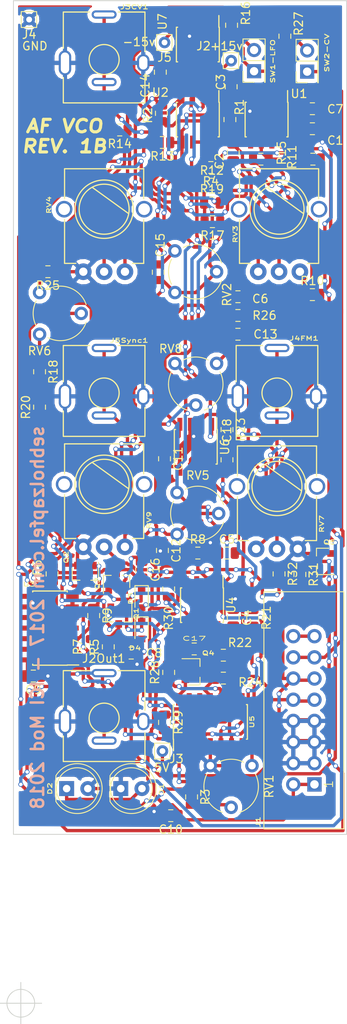
<source format=kicad_pcb>
(kicad_pcb (version 20171130) (host pcbnew "(5.0.0)")
  (layers (0 F.Cu signal) (31 B.Cu signal) (34 B.Paste user hide) (35 F.Paste user hide) (36 B.SilkS user) (37 F.SilkS user) (38 B.Mask user hide) (39 F.Mask user hide) (44 Edge.Cuts user))
  (net 0 "")
  (net 1 "Net-(C1-Pad1)")
  (net 2 GND)
  (net 3 +15V)
  (net 4 -15V)
  (net 5 +5V)
  (net 6 "Net-(C17-Pad1)")
  (net 7 "Net-(C17-Pad2)")
  (net 8 "Net-(C18-Pad1)")
  (net 9 "Net-(C18-Pad2)")
  (net 10 "Net-(D1-Pad2)")
  (net 11 SYNC_IN)
  (net 12 "Net-(Q2-Pad3)")
  (net 13 "Net-(Q3-Pad1)")
  (net 14 "Net-(Q4-Pad1)")
  (net 15 "Net-(Q5-Pad1)")
  (net 16 "Net-(R1-Pad1)")
  (net 17 -10V_REF)
  (net 18 +10V_REF)
  (net 19 "Net-(R11-Pad2)")
  (net 20 "Net-(R12-Pad2)")
  (net 21 "Net-(R4-Pad2)")
  (net 22 "Net-(R8-Pad2)")
  (net 23 "Net-(R9-Pad2)")
  (net 24 "Net-(R12-Pad1)")
  (net 25 "Net-(R14-Pad2)")
  (net 26 "Net-(R23-Pad2)")
  (net 27 "Net-(R24-Pad2)")
  (net 28 "Net-(R30-Pad1)")
  (net 29 "Net-(D3-Pad2)")
  (net 30 "Net-(R32-Pad2)")
  (net 31 CV_BUS)
  (net 32 GATE_BUS)
  (net 33 "Net-(C15-Pad1)")
  (net 34 "Net-(C15-Pad2)")
  (net 35 "Net-(C16-Pad1)")
  (net 36 "Net-(Q1-Pad3)")
  (net 37 "Net-(Q2-Pad1)")
  (net 38 "Net-(Q4-Pad2)")
  (net 39 "Net-(R3-Pad2)")
  (net 40 "Net-(R10-Pad1)")
  (net 41 "Net-(R16-Pad2)")
  (net 42 "Net-(R17-Pad1)")
  (net 43 "Net-(R18-Pad1)")
  (net 44 "Net-(R20-Pad1)")
  (net 45 "Net-(R21-Pad2)")
  (net 46 "Net-(R25-Pad2)")
  (net 47 "Net-(R26-Pad2)")
  (net 48 "Net-(R27-Pad2)")
  (net 49 "Net-(R28-Pad1)")
  (net 50 "Net-(RV5-Pad3)")
  (net 51 "Net-(RV8-Pad2)")
  (net 52 "Net-(J2Out1-Pad1)")
  (net 53 "Net-(J3CV1-Pad1)")
  (net 54 "Net-(J4FM1-Pad1)")
  (net 55 "Net-(J5Sync1-Pad1)")
  (module Connectors:IDC_Header_Straight_16pins (layer F.Cu) (at 91.135 149.01 90)
    (fp_text reference J1 (at -4.5 -6.75 270) (layer F.SilkS) (effects (font (size 0.5 0.75) (thickness 0.125))))
    (fp_text value CONN_02X08)
    (fp_text user 1 (at 0.02 1.72 90) (layer F.SilkS) (effects (font (thickness 0.12))))
    (pad 1 thru_hole rect (at 0 0 90) (size 1.7272 1.7272) (drill 1.016) (layers *.Cu *.Mask) (net 4 -15V))
    (pad 2 thru_hole oval (at 0 -2.54 90) (size 1.7272 1.7272) (drill 1.016) (layers *.Cu *.Mask) (net 4 -15V))
    (pad 3 thru_hole oval (at 2.54 0 90) (size 1.7272 1.7272) (drill 1.016) (layers *.Cu *.Mask) (net 2 GND))
    (pad 4 thru_hole oval (at 2.54 -2.54 90) (size 1.7272 1.7272) (drill 1.016) (layers *.Cu *.Mask) (net 2 GND))
    (pad 5 thru_hole oval (at 5.08 0 90) (size 1.7272 1.7272) (drill 1.016) (layers *.Cu *.Mask) (net 2 GND))
    (pad 6 thru_hole oval (at 5.08 -2.54 90) (size 1.7272 1.7272) (drill 1.016) (layers *.Cu *.Mask) (net 2 GND))
    (pad 7 thru_hole oval (at 7.62 0 90) (size 1.7272 1.7272) (drill 1.016) (layers *.Cu *.Mask) (net 2 GND))
    (pad 8 thru_hole oval (at 7.62 -2.54 90) (size 1.7272 1.7272) (drill 1.016) (layers *.Cu *.Mask) (net 2 GND))
    (pad 9 thru_hole oval (at 10.16 0 90) (size 1.7272 1.7272) (drill 1.016) (layers *.Cu *.Mask) (net 3 +15V))
    (pad 10 thru_hole oval (at 10.16 -2.54 90) (size 1.7272 1.7272) (drill 1.016) (layers *.Cu *.Mask) (net 3 +15V))
    (pad 11 thru_hole oval (at 12.7 0 90) (size 1.7272 1.7272) (drill 1.016) (layers *.Cu *.Mask) (net 5 +5V))
    (pad 12 thru_hole oval (at 12.7 -2.54 90) (size 1.7272 1.7272) (drill 1.016) (layers *.Cu *.Mask) (net 5 +5V))
    (pad 13 thru_hole oval (at 15.24 0 90) (size 1.7272 1.7272) (drill 1.016) (layers *.Cu *.Mask) (net 31 CV_BUS))
    (pad 14 thru_hole oval (at 15.24 -2.54 90) (size 1.7272 1.7272) (drill 1.016) (layers *.Cu *.Mask) (net 31 CV_BUS))
    (pad 15 thru_hole oval (at 17.78 0 90) (size 1.7272 1.7272) (drill 1.016) (layers *.Cu *.Mask) (net 32 GATE_BUS))
    (pad 16 thru_hole oval (at 17.78 -2.54 90) (size 1.7272 1.7272) (drill 1.016) (layers *.Cu *.Mask) (net 32 GATE_BUS))
  )
  (module Potentiometer_THT:Potentiometer_Piher_PT-6-V_Vertical (layer F.Cu) (at 74.635 119.01)
    (fp_text reference RV5 (at 2.5 -7.06) (layer F.SilkS))
    (fp_text value 5K)
    (pad 1 thru_hole circle (at 0 0) (size 1.62 1.62) (drill 0.9) (layers *.Cu *.Mask) (net 35 "Net-(C16-Pad1)"))
    (pad 2 thru_hole circle (at 5 -2.5) (size 1.62 1.62) (drill 0.9) (layers *.Cu *.Mask) (net 35 "Net-(C16-Pad1)"))
    (pad 3 thru_hole circle (at 0 -5) (size 1.62 1.62) (drill 0.9) (layers *.Cu *.Mask) (net 50 "Net-(RV5-Pad3)"))
  )
  (module Potentiometer_THT:Potentiometer_Piher_PT-6-V_Vertical (layer F.Cu) (at 58.135 95.01)
    (fp_text reference RV6 (at 0 2) (layer F.SilkS))
    (fp_text value 10K)
    (pad 1 thru_hole circle (at 0 0) (size 1.62 1.62) (drill 0.9) (layers *.Cu *.Mask) (net 43 "Net-(R18-Pad1)"))
    (pad 2 thru_hole circle (at 5 -2.5) (size 1.62 1.62) (drill 0.9) (layers *.Cu *.Mask) (net 6 "Net-(C17-Pad1)"))
    (pad 3 thru_hole circle (at 0 -5) (size 1.62 1.62) (drill 0.9) (layers *.Cu *.Mask) (net 46 "Net-(R25-Pad2)"))
  )
  (module footprint_pj3010bm:pj301bm (layer F.Cu) (at 86.635 104.76)
    (fp_text reference J4FM1 (at 3.25 -9.25) (layer F.SilkS) (effects (font (size 0.5 0.75) (thickness 0.125))))
    (fp_text value JACK_2P_FM)
    (pad 2 thru_hole oval (at 0 0) (size 3 1) (drill oval 2.5 0.5) (layers *.Cu *.Mask) (net 54 "Net-(J4FM1-Pad1)"))
    (pad 1 thru_hole oval (at 0 -8.1) (size 3 1) (drill oval 2.5 0.5) (layers *.Cu *.Mask) (net 54 "Net-(J4FM1-Pad1)"))
    (pad 3 thru_hole oval (at -4.7 -2.3) (size 1.5 3) (drill oval 1 2.5) (layers *.Cu *.Mask) (net 2 GND))
    (pad 3 thru_hole oval (at 4.7 -2.3) (size 1.5 2.1) (drill oval 1 1.6) (layers *.Cu *.Mask) (net 2 GND))
  )
  (module footprint_alpha_d_pot:alpha_d_pot_vert (layer F.Cu) (at 65.885 120.51)
    (fp_text reference RV9 (at 5.4 -3.2 90) (layer F.SilkS) (effects (font (size 0.5 0.75) (thickness 0.125))))
    (fp_text value "100K LIN")
    (pad 1 thru_hole circle (at -2.5 0) (size 2 2) (drill 1) (layers *.Cu *.Mask) (net 2 GND))
    (pad 2 thru_hole circle (at 0 0) (size 2 2) (drill 1) (layers *.Cu *.Mask) (net 30 "Net-(R32-Pad2)"))
    (pad 3 thru_hole circle (at 2.5 0) (size 2 2) (drill 1) (layers *.Cu *.Mask) (net 55 "Net-(J5Sync1-Pad1)"))
    (pad ~ thru_hole circle (at 4.8 -7.5) (size 2 2) (drill 1.4) (layers *.Cu *.Mask))
    (pad ~ thru_hole circle (at -4.8 -7.5) (size 2 2) (drill 1.4) (layers *.Cu *.Mask))
  )
  (module Package_SO:SOIC-8_3.9x4.9mm_P1.27mm (layer F.Cu) (at 77.135 60.26 270)
    (fp_text reference U7 (at -2.75 4.25 270) (layer F.SilkS))
    (fp_text value TL072)
    (pad 8 smd rect (at 2.7 -1.905 270) (size 1.55 0.6) (layers F.Cu F.Paste F.Mask) (net 3 +15V))
    (pad 7 smd rect (at 2.7 -0.635 270) (size 1.55 0.6) (layers F.Cu F.Paste F.Mask))
    (pad 6 smd rect (at 2.7 0.635 270) (size 1.55 0.6) (layers F.Cu F.Paste F.Mask))
    (pad 5 smd rect (at 2.7 1.905 270) (size 1.55 0.6) (layers F.Cu F.Paste F.Mask))
    (pad 4 smd rect (at -2.7 1.905 270) (size 1.55 0.6) (layers F.Cu F.Paste F.Mask) (net 4 -15V))
    (pad 3 smd rect (at -2.7 0.635 270) (size 1.55 0.6) (layers F.Cu F.Paste F.Mask) (net 2 GND))
    (pad 2 smd rect (at -2.7 -0.635 270) (size 1.55 0.6) (layers F.Cu F.Paste F.Mask) (net 16 "Net-(R1-Pad1)"))
    (pad 1 smd rect (at -2.7 -1.905 270) (size 1.55 0.6) (layers F.Cu F.Paste F.Mask) (net 17 -10V_REF))
  )
  (module Package_SO:SOIC-8_3.9x4.9mm_P1.27mm (layer F.Cu) (at 77.135 69.26 270)
    (fp_text reference U2 (at -3.25 4.5 180) (layer F.SilkS))
    (fp_text value TL072)
    (pad 1 smd rect (at -2.7 -1.905 270) (size 1.55 0.6) (layers F.Cu F.Paste F.Mask) (net 34 "Net-(C15-Pad2)"))
    (pad 2 smd rect (at -2.7 -0.635 270) (size 1.55 0.6) (layers F.Cu F.Paste F.Mask) (net 33 "Net-(C15-Pad1)"))
    (pad 3 smd rect (at -2.7 0.635 270) (size 1.55 0.6) (layers F.Cu F.Paste F.Mask) (net 50 "Net-(RV5-Pad3)"))
    (pad 4 smd rect (at -2.7 1.905 270) (size 1.55 0.6) (layers F.Cu F.Paste F.Mask) (net 4 -15V))
    (pad 5 smd rect (at 2.7 1.905 270) (size 1.55 0.6) (layers F.Cu F.Paste F.Mask) (net 34 "Net-(C15-Pad2)"))
    (pad 6 smd rect (at 2.7 0.635 270) (size 1.55 0.6) (layers F.Cu F.Paste F.Mask) (net 21 "Net-(R4-Pad2)"))
    (pad 7 smd rect (at 2.7 -0.635 270) (size 1.55 0.6) (layers F.Cu F.Paste F.Mask) (net 21 "Net-(R4-Pad2)"))
    (pad 8 smd rect (at 2.7 -1.905 270) (size 1.55 0.6) (layers F.Cu F.Paste F.Mask) (net 3 +15V))
  )
  (module Package_SO:SOIC-8_3.9x4.9mm_P1.27mm (layer F.Cu) (at 77.635 127.51 270)
    (fp_text reference U4 (at 0 -3.5 270) (layer F.SilkS))
    (fp_text value TL072)
    (pad 8 smd rect (at 2.7 -1.905 270) (size 1.55 0.6) (layers F.Cu F.Paste F.Mask) (net 3 +15V))
    (pad 7 smd rect (at 2.7 -0.635 270) (size 1.55 0.6) (layers F.Cu F.Paste F.Mask) (net 7 "Net-(C17-Pad2)"))
    (pad 6 smd rect (at 2.7 0.635 270) (size 1.55 0.6) (layers F.Cu F.Paste F.Mask) (net 6 "Net-(C17-Pad1)"))
    (pad 5 smd rect (at 2.7 1.905 270) (size 1.55 0.6) (layers F.Cu F.Paste F.Mask) (net 44 "Net-(R20-Pad1)"))
    (pad 4 smd rect (at -2.7 1.905 270) (size 1.55 0.6) (layers F.Cu F.Paste F.Mask) (net 4 -15V))
    (pad 3 smd rect (at -2.7 0.635 270) (size 1.55 0.6) (layers F.Cu F.Paste F.Mask) (net 50 "Net-(RV5-Pad3)"))
    (pad 2 smd rect (at -2.7 -0.635 270) (size 1.55 0.6) (layers F.Cu F.Paste F.Mask) (net 22 "Net-(R8-Pad2)"))
    (pad 1 smd rect (at -2.7 -1.905 270) (size 1.55 0.6) (layers F.Cu F.Paste F.Mask) (net 22 "Net-(R8-Pad2)"))
  )
  (module Housings_SOIC:SOIC-14_3.9x8.7mm_Pitch1.27mm (layer F.Cu) (at 59.385 130.26 180)
    (fp_text reference U3 (at 2.5 5.25 180) (layer F.SilkS) (effects (font (size 0.5 0.75) (thickness 0.125))))
    (fp_text value CD4093)
    (pad 1 smd rect (at -2.7 -3.81 180) (size 1.5 0.6) (layers F.Cu F.Paste F.Mask) (net 12 "Net-(Q2-Pad3)"))
    (pad 2 smd rect (at -2.7 -2.54 180) (size 1.5 0.6) (layers F.Cu F.Paste F.Mask) (net 11 SYNC_IN))
    (pad 3 smd rect (at -2.7 -1.27 180) (size 1.5 0.6) (layers F.Cu F.Paste F.Mask) (net 23 "Net-(R9-Pad2)"))
    (pad 4 smd rect (at -2.7 0 180) (size 1.5 0.6) (layers F.Cu F.Paste F.Mask))
    (pad 5 smd rect (at -2.7 1.27 180) (size 1.5 0.6) (layers F.Cu F.Paste F.Mask))
    (pad 6 smd rect (at -2.7 2.54 180) (size 1.5 0.6) (layers F.Cu F.Paste F.Mask) (net 2 GND))
    (pad 7 smd rect (at -2.7 3.81 180) (size 1.5 0.6) (layers F.Cu F.Paste F.Mask) (net 2 GND))
    (pad 8 smd rect (at 2.7 3.81 180) (size 1.5 0.6) (layers F.Cu F.Paste F.Mask))
    (pad 9 smd rect (at 2.7 2.54 180) (size 1.5 0.6) (layers F.Cu F.Paste F.Mask) (net 2 GND))
    (pad 10 smd rect (at 2.7 1.27 180) (size 1.5 0.6) (layers F.Cu F.Paste F.Mask))
    (pad 11 smd rect (at 2.7 0 180) (size 1.5 0.6) (layers F.Cu F.Paste F.Mask))
    (pad 12 smd rect (at 2.7 -1.27 180) (size 1.5 0.6) (layers F.Cu F.Paste F.Mask))
    (pad 13 smd rect (at 2.7 -2.54 180) (size 1.5 0.6) (layers F.Cu F.Paste F.Mask) (net 2 GND))
    (pad 14 smd rect (at 2.7 -3.81 180) (size 1.5 0.6) (layers F.Cu F.Paste F.Mask) (net 5 +5V))
  )
  (module Package_SO:SOIC-8_3.9x4.9mm_P1.27mm (layer F.Cu) (at 85.385 69.26 270)
    (fp_text reference U1 (at -3.1 -3.9) (layer F.SilkS))
    (fp_text value REF102/AD587)
    (pad 8 smd rect (at 2.7 -1.905 270) (size 1.55 0.6) (layers F.Cu F.Paste F.Mask) (net 1 "Net-(C1-Pad1)"))
    (pad 7 smd rect (at 2.7 -0.635 270) (size 1.55 0.6) (layers F.Cu F.Paste F.Mask))
    (pad 6 smd rect (at 2.7 0.635 270) (size 1.55 0.6) (layers F.Cu F.Paste F.Mask) (net 18 +10V_REF))
    (pad 5 smd rect (at 2.7 1.905 270) (size 1.55 0.6) (layers F.Cu F.Paste F.Mask))
    (pad 4 smd rect (at -2.7 1.905 270) (size 1.55 0.6) (layers F.Cu F.Paste F.Mask) (net 2 GND))
    (pad 3 smd rect (at -2.7 0.635 270) (size 1.55 0.6) (layers F.Cu F.Paste F.Mask))
    (pad 2 smd rect (at -2.7 -0.635 270) (size 1.55 0.6) (layers F.Cu F.Paste F.Mask) (net 3 +15V))
    (pad 1 smd rect (at -2.7 -1.905 270) (size 1.55 0.6) (layers F.Cu F.Paste F.Mask))
  )
  (module Package_SO:SOIC-8_3.9x4.9mm_P1.27mm (layer F.Cu) (at 76.885 108.51 270)
    (fp_text reference U6 (at 0 -3.5 270) (layer F.SilkS))
    (fp_text value TL072)
    (pad 8 smd rect (at 2.7 -1.905 270) (size 1.55 0.6) (layers F.Cu F.Paste F.Mask) (net 3 +15V))
    (pad 7 smd rect (at 2.7 -0.635 270) (size 1.55 0.6) (layers F.Cu F.Paste F.Mask) (net 8 "Net-(C18-Pad1)"))
    (pad 6 smd rect (at 2.7 0.635 270) (size 1.55 0.6) (layers F.Cu F.Paste F.Mask) (net 9 "Net-(C18-Pad2)"))
    (pad 5 smd rect (at 2.7 1.905 270) (size 1.55 0.6) (layers F.Cu F.Paste F.Mask) (net 2 GND))
    (pad 4 smd rect (at -2.7 1.905 270) (size 1.55 0.6) (layers F.Cu F.Paste F.Mask) (net 4 -15V))
    (pad 3 smd rect (at -2.7 0.635 270) (size 1.55 0.6) (layers F.Cu F.Paste F.Mask) (net 2 GND))
    (pad 2 smd rect (at -2.7 -0.635 270) (size 1.55 0.6) (layers F.Cu F.Paste F.Mask) (net 24 "Net-(R12-Pad1)"))
    (pad 1 smd rect (at -2.7 -1.905 270) (size 1.55 0.6) (layers F.Cu F.Paste F.Mask) (net 42 "Net-(R17-Pad1)"))
  )
  (module Diodes_SMD:D_0805 (layer F.Cu) (at 70.385 126.76 270)
    (fp_text reference D3 (at -0.05 1.3 270) (layer F.SilkS) (effects (font (size 0.5 0.75) (thickness 0.125))))
    (fp_text value 1N4148)
    (pad 1 smd rect (at -1.05 0 270) (size 0.8 0.9) (layers F.Cu F.Paste F.Mask) (net 5 +5V))
    (pad 2 smd rect (at 1.05 0 270) (size 0.8 0.9) (layers F.Cu F.Paste F.Mask) (net 29 "Net-(D3-Pad2)"))
  )
  (module Diodes_SMD:D_0805 (layer F.Cu) (at 70.385 130.51 270)
    (fp_text reference D4 (at 2.15 0.8) (layer F.SilkS) (effects (font (size 0.5 0.75) (thickness 0.125))))
    (fp_text value 1N4148)
    (pad 1 smd rect (at -1.05 0 270) (size 0.8 0.9) (layers F.Cu F.Paste F.Mask) (net 29 "Net-(D3-Pad2)"))
    (pad 2 smd rect (at 1.05 0 270) (size 0.8 0.9) (layers F.Cu F.Paste F.Mask) (net 2 GND))
  )
  (module TO_SOT_Packages_SMD:SOT-23 (layer F.Cu) (at 92.135 122.26 180)
    (fp_text reference Q5 (at -0.8 2.3 180) (layer F.SilkS) (effects (font (size 0.5 0.75) (thickness 0.125))))
    (fp_text value BC850)
    (pad 1 smd rect (at -1 -0.95 180) (size 0.9 0.8) (layers F.Cu F.Paste F.Mask) (net 15 "Net-(Q5-Pad1)"))
    (pad 2 smd rect (at -1 0.95 180) (size 0.9 0.8) (layers F.Cu F.Paste F.Mask) (net 2 GND))
    (pad 3 smd rect (at 1 0 180) (size 0.9 0.8) (layers F.Cu F.Paste F.Mask) (net 11 SYNC_IN))
  )
  (module TO_SOT_Packages_SMD:SOT-23 (layer F.Cu) (at 67.635 128.76 270)
    (fp_text reference Q1 (at -0.2 -2.1 270) (layer F.SilkS) (effects (font (size 0.5 0.75) (thickness 0.125))))
    (fp_text value BC850)
    (pad 1 smd rect (at -1 -0.95 270) (size 0.9 0.8) (layers F.Cu F.Paste F.Mask) (net 29 "Net-(D3-Pad2)"))
    (pad 2 smd rect (at -1 0.95 270) (size 0.9 0.8) (layers F.Cu F.Paste F.Mask) (net 2 GND))
    (pad 3 smd rect (at 1 0 270) (size 0.9 0.8) (layers F.Cu F.Paste F.Mask) (net 36 "Net-(Q1-Pad3)"))
  )
  (module TO_SOT_Packages_SMD:SOT-23 (layer F.Cu) (at 63.635 123.76 270)
    (fp_text reference Q2 (at -2 2.3 270) (layer F.SilkS) (effects (font (size 0.5 0.75) (thickness 0.125))))
    (fp_text value BC850)
    (pad 1 smd rect (at -1 -0.95 270) (size 0.9 0.8) (layers F.Cu F.Paste F.Mask) (net 37 "Net-(Q2-Pad1)"))
    (pad 2 smd rect (at -1 0.95 270) (size 0.9 0.8) (layers F.Cu F.Paste F.Mask) (net 2 GND))
    (pad 3 smd rect (at 1 0 270) (size 0.9 0.8) (layers F.Cu F.Paste F.Mask) (net 12 "Net-(Q2-Pad3)"))
  )
  (module TO_SOT_Packages_SMD:SOT-23 (layer F.Cu) (at 67.385 124.694308 90)
    (fp_text reference Q3 (at -0.2 -2.3 90) (layer F.SilkS) (effects (font (size 0.5 0.75) (thickness 0.125))))
    (fp_text value BC850)
    (pad 1 smd rect (at -1 -0.95 90) (size 0.9 0.8) (layers F.Cu F.Paste F.Mask) (net 13 "Net-(Q3-Pad1)"))
    (pad 2 smd rect (at -1 0.95 90) (size 0.9 0.8) (layers F.Cu F.Paste F.Mask) (net 35 "Net-(C16-Pad1)"))
    (pad 3 smd rect (at 1 0 90) (size 0.9 0.8) (layers F.Cu F.Paste F.Mask) (net 5 +5V))
  )
  (module TO_SOT_Packages_SMD:SOT-23 (layer F.Cu) (at 76.635 135.51)
    (fp_text reference Q4 (at 1.75 -2.25) (layer F.SilkS) (effects (font (size 0.5 0.75) (thickness 0.125))))
    (fp_text value BC850)
    (pad 1 smd rect (at -1 -0.95) (size 0.9 0.8) (layers F.Cu F.Paste F.Mask) (net 14 "Net-(Q4-Pad1)"))
    (pad 2 smd rect (at -1 0.95) (size 0.9 0.8) (layers F.Cu F.Paste F.Mask) (net 38 "Net-(Q4-Pad2)"))
    (pad 3 smd rect (at 1 0) (size 0.9 0.8) (layers F.Cu F.Paste F.Mask) (net 3 +15V))
  )
  (module Pin_Headers:Pin_Header_Straight_2x01_Pitch2.54mm (layer F.Cu) (at 83.885 63.46 90)
    (fp_text reference SW1-LFO (at 1.2 2.25 90) (layer F.SilkS) (effects (font (size 0.5 0.75) (thickness 0.125))))
    (fp_text value SWITCH_SPST)
    (pad 1 thru_hole rect (at 0 0 90) (size 1.7 1.7) (drill 1) (layers *.Cu *.Mask) (net 17 -10V_REF))
    (pad 2 thru_hole oval (at 2.54 0 90) (size 1.7 1.7) (drill 1) (layers *.Cu *.Mask) (net 41 "Net-(R16-Pad2)"))
  )
  (module Pin_Headers:Pin_Header_Straight_2x01_Pitch2.54mm (layer F.Cu) (at 90.26 63.51 90)
    (fp_text reference SW2-CV (at 2.25 2.375 90) (layer F.SilkS) (effects (font (size 0.5 0.75) (thickness 0.125))))
    (fp_text value SWITCH_SPST)
    (pad 1 thru_hole rect (at 0 0 90) (size 1.7 1.7) (drill 1) (layers *.Cu *.Mask) (net 31 CV_BUS))
    (pad 2 thru_hole oval (at 2.54 0 90) (size 1.7 1.7) (drill 1) (layers *.Cu *.Mask) (net 48 "Net-(R27-Pad2)"))
  )
  (module Housings_SOIC:SOIC-14_3.9x8.7mm_Pitch1.27mm (layer F.Cu) (at 78.635 141.51 90)
    (fp_text reference U5 (at 0 5 90) (layer F.SilkS) (effects (font (size 0.5 0.75) (thickness 0.125))))
    (fp_text value LM3046)
    (pad 1 smd rect (at -2.7 -3.81 90) (size 1.5 0.6) (layers F.Cu F.Paste F.Mask) (net 9 "Net-(C18-Pad2)"))
    (pad 2 smd rect (at -2.7 -2.54 90) (size 1.5 0.6) (layers F.Cu F.Paste F.Mask) (net 51 "Net-(RV8-Pad2)"))
    (pad 3 smd rect (at -2.7 -1.27 90) (size 1.5 0.6) (layers F.Cu F.Paste F.Mask) (net 45 "Net-(R21-Pad2)"))
    (pad 4 smd rect (at -2.7 0 90) (size 1.5 0.6) (layers F.Cu F.Paste F.Mask) (net 2 GND))
    (pad 5 smd rect (at -2.7 1.27 90) (size 1.5 0.6) (layers F.Cu F.Paste F.Mask) (net 50 "Net-(RV5-Pad3)"))
    (pad 6 smd rect (at -2.7 2.54 90) (size 1.5 0.6) (layers F.Cu F.Paste F.Mask) (net 44 "Net-(R20-Pad1)"))
    (pad 7 smd rect (at -2.7 3.81 90) (size 1.5 0.6) (layers F.Cu F.Paste F.Mask) (net 2 GND))
    (pad 8 smd rect (at 2.7 3.81 90) (size 1.5 0.6) (layers F.Cu F.Paste F.Mask) (net 44 "Net-(R20-Pad1)"))
    (pad 9 smd rect (at 2.7 2.54 90) (size 1.5 0.6) (layers F.Cu F.Paste F.Mask) (net 27 "Net-(R24-Pad2)"))
    (pad 10 smd rect (at 2.7 1.27 90) (size 1.5 0.6) (layers F.Cu F.Paste F.Mask) (net 49 "Net-(R28-Pad1)"))
    (pad 11 smd rect (at 2.7 0 90) (size 1.5 0.6) (layers F.Cu F.Paste F.Mask) (net 38 "Net-(Q4-Pad2)"))
    (pad 12 smd rect (at 2.7 -1.27 90) (size 1.5 0.6) (layers F.Cu F.Paste F.Mask) (net 27 "Net-(R24-Pad2)"))
    (pad 13 smd rect (at 2.7 -2.54 90) (size 1.5 0.6) (layers F.Cu F.Paste F.Mask) (net 28 "Net-(R30-Pad1)"))
    (pad 14 smd rect (at 2.7 -3.81 90) (size 1.5 0.6) (layers F.Cu F.Paste F.Mask) (net 38 "Net-(Q4-Pad2)"))
  )
  (module LEDs:LED_D5.0mm (layer F.Cu) (at 67.885 149.51)
    (fp_text reference D1 (at 4.9 0.1 90) (layer F.SilkS) (effects (font (size 0.5 0.75) (thickness 0.125))))
    (fp_text value LED)
    (pad 1 thru_hole rect (at 0 0) (size 1.8 1.8) (drill 0.9) (layers *.Cu *.Mask) (net 2 GND))
    (pad 2 thru_hole circle (at 2.54 0) (size 1.8 1.8) (drill 0.9) (layers *.Cu *.Mask) (net 10 "Net-(D1-Pad2)"))
  )
  (module LEDs:LED_D5.0mm (layer F.Cu) (at 61.385 149.51)
    (fp_text reference D2 (at -2 0 90) (layer F.SilkS) (effects (font (size 0.5 0.75) (thickness 0.125))))
    (fp_text value LED)
    (pad 1 thru_hole rect (at 0 0) (size 1.8 1.8) (drill 0.9) (layers *.Cu *.Mask) (net 10 "Net-(D1-Pad2)"))
    (pad 2 thru_hole circle (at 2.54 0) (size 1.8 1.8) (drill 0.9) (layers *.Cu *.Mask) (net 2 GND))
  )
  (module footprint_alpha_d_pot:alpha_d_pot_vert (layer F.Cu) (at 86.885 87.51)
    (fp_text reference RV3 (at -5.25 -4.5 90) (layer F.SilkS) (effects (font (size 0.5 0.75) (thickness 0.125))))
    (fp_text value "10K LIN Fine")
    (pad 1 thru_hole circle (at -2.5 0) (size 2 2) (drill 1) (layers *.Cu *.Mask) (net 19 "Net-(R11-Pad2)"))
    (pad 2 thru_hole circle (at 0 0) (size 2 2) (drill 1) (layers *.Cu *.Mask) (net 20 "Net-(R12-Pad2)"))
    (pad 3 thru_hole circle (at 2.5 0) (size 2 2) (drill 1) (layers *.Cu *.Mask) (net 40 "Net-(R10-Pad1)"))
    (pad ~ thru_hole circle (at 4.8 -7.5) (size 2 2) (drill 1.4) (layers *.Cu *.Mask))
    (pad ~ thru_hole circle (at -4.8 -7.5) (size 2 2) (drill 1.4) (layers *.Cu *.Mask))
  )
  (module footprint_alpha_d_pot:alpha_d_pot_vert (layer F.Cu) (at 65.885 87.51)
    (fp_text reference RV4 (at -6.625 -8 90) (layer F.SilkS) (effects (font (size 0.5 0.75) (thickness 0.125))))
    (fp_text value "100K LIN Coarse")
    (pad 1 thru_hole circle (at -2.5 0) (size 2 2) (drill 1) (layers *.Cu *.Mask) (net 2 GND))
    (pad 2 thru_hole circle (at 0 0) (size 2 2) (drill 1) (layers *.Cu *.Mask) (net 25 "Net-(R14-Pad2)"))
    (pad 3 thru_hole circle (at 2.5 0) (size 2 2) (drill 1) (layers *.Cu *.Mask) (net 17 -10V_REF))
    (pad ~ thru_hole circle (at 4.8 -7.5) (size 2 2) (drill 1.4) (layers *.Cu *.Mask))
    (pad ~ thru_hole circle (at -4.8 -7.5) (size 2 2) (drill 1.4) (layers *.Cu *.Mask))
  )
  (module footprint_alpha_d_pot:alpha_d_pot_vert (layer F.Cu) (at 86.635 120.76)
    (fp_text reference RV7 (at 5.375 -3 90) (layer F.SilkS) (effects (font (size 0.5 0.75) (thickness 0.125))))
    (fp_text value "100K LIN")
    (pad 1 thru_hole circle (at -2.5 0) (size 2 2) (drill 1) (layers *.Cu *.Mask) (net 54 "Net-(J4FM1-Pad1)"))
    (pad 2 thru_hole circle (at 0 0) (size 2 2) (drill 1) (layers *.Cu *.Mask) (net 26 "Net-(R23-Pad2)"))
    (pad 3 thru_hole circle (at 2.5 0) (size 2 2) (drill 1) (layers *.Cu *.Mask) (net 2 GND))
    (pad ~ thru_hole circle (at 4.8 -7.5) (size 2 2) (drill 1.4) (layers *.Cu *.Mask))
    (pad ~ thru_hole circle (at -4.8 -7.5) (size 2 2) (drill 1.4) (layers *.Cu *.Mask))
  )
  (module footprint_pj3010bm:pj301bm (layer F.Cu) (at 65.885 64.76)
    (fp_text reference J3CV1 (at 3.625 -9) (layer F.SilkS) (effects (font (size 0.5 0.75) (thickness 0.125))))
    (fp_text value JACK_2P_CV)
    (pad 2 thru_hole oval (at 0 0) (size 3 1) (drill oval 2.5 0.5) (layers *.Cu *.Mask) (net 53 "Net-(J3CV1-Pad1)"))
    (pad 1 thru_hole oval (at 0 -8.1) (size 3 1) (drill oval 2.5 0.5) (layers *.Cu *.Mask) (net 53 "Net-(J3CV1-Pad1)"))
    (pad 3 thru_hole oval (at -4.7 -2.3) (size 1.5 3) (drill oval 1 2.5) (layers *.Cu *.Mask) (net 2 GND))
    (pad 3 thru_hole oval (at 4.7 -2.3) (size 1.5 2.1) (drill oval 1 1.6) (layers *.Cu *.Mask) (net 2 GND))
  )
  (module footprint_pj3010bm:pj301bm (layer F.Cu) (at 65.885 104.76)
    (fp_text reference J5Sync1 (at 3 -9 180) (layer F.SilkS) (effects (font (size 0.5 0.75) (thickness 0.125))))
    (fp_text value JACK_2P_Sync)
    (pad 2 thru_hole oval (at 0 0) (size 3 1) (drill oval 2.5 0.5) (layers *.Cu *.Mask) (net 55 "Net-(J5Sync1-Pad1)"))
    (pad 1 thru_hole oval (at 0 -8.1) (size 3 1) (drill oval 2.5 0.5) (layers *.Cu *.Mask) (net 55 "Net-(J5Sync1-Pad1)"))
    (pad 3 thru_hole oval (at -4.7 -2.3) (size 1.5 3) (drill oval 1 2.5) (layers *.Cu *.Mask) (net 2 GND))
    (pad 3 thru_hole oval (at 4.7 -2.3) (size 1.5 2.1) (drill oval 1 1.6) (layers *.Cu *.Mask) (net 2 GND))
  )
  (module Potentiometer_THT:Potentiometer_Piher_PT-6-V_Vertical (layer F.Cu) (at 78.635 146.76 270)
    (fp_text reference RV1 (at 2.5 -7.06 270) (layer F.SilkS))
    (fp_text value 10K)
    (pad 3 thru_hole circle (at 0 -5 270) (size 1.62 1.62) (drill 0.9) (layers *.Cu *.Mask) (net 3 +15V))
    (pad 2 thru_hole circle (at 5 -2.5 270) (size 1.62 1.62) (drill 0.9) (layers *.Cu *.Mask) (net 39 "Net-(R3-Pad2)"))
    (pad 1 thru_hole circle (at 0 0 270) (size 1.62 1.62) (drill 0.9) (layers *.Cu *.Mask) (net 2 GND))
  )
  (module Potentiometer_THT:Potentiometer_Piher_PT-6-V_Vertical (layer F.Cu) (at 74.385 90.01)
    (fp_text reference RV2 (at 6.25 0.25 90) (layer F.SilkS))
    (fp_text value 10K)
    (pad 1 thru_hole circle (at 0 0) (size 1.62 1.62) (drill 0.9) (layers *.Cu *.Mask) (net 34 "Net-(C15-Pad2)"))
    (pad 2 thru_hole circle (at 5 -2.5) (size 1.62 1.62) (drill 0.9) (layers *.Cu *.Mask) (net 34 "Net-(C15-Pad2)"))
    (pad 3 thru_hole circle (at 0 -5) (size 1.62 1.62) (drill 0.9) (layers *.Cu *.Mask) (net 33 "Net-(C15-Pad1)"))
  )
  (module Potentiometer_THT:Potentiometer_Piher_PT-6-V_Vertical (layer F.Cu) (at 74.385 98.51 270)
    (fp_text reference RV8 (at -1.75 0.5) (layer F.SilkS))
    (fp_text value 200R)
    (pad 3 thru_hole circle (at 0 -5 270) (size 1.62 1.62) (drill 0.9) (layers *.Cu *.Mask) (net 47 "Net-(R26-Pad2)"))
    (pad 2 thru_hole circle (at 5 -2.5 270) (size 1.62 1.62) (drill 0.9) (layers *.Cu *.Mask) (net 51 "Net-(RV8-Pad2)"))
    (pad 1 thru_hole circle (at 0 0 270) (size 1.62 1.62) (drill 0.9) (layers *.Cu *.Mask) (net 42 "Net-(R17-Pad1)"))
  )
  (module Capacitor_SMD:C_0805_2012Metric (layer F.Cu) (at 90.885 70.36)
    (fp_text reference C1 (at 2.75 1.4) (layer F.SilkS))
    (fp_text value 100n)
    (pad 2 smd roundrect (at 0.9375 0) (size 0.975 1.4) (layers F.Cu F.Paste F.Mask) (net 2 GND))
    (pad 1 smd roundrect (at -0.9375 0) (size 0.975 1.4) (layers F.Cu F.Paste F.Mask) (net 1 "Net-(C1-Pad1)"))
  )
  (module Capacitor_SMD:C_0805_2012Metric (layer F.Cu) (at 81.385 73.1975 90)
    (fp_text reference C2 (at -1.0625 -1.65 90) (layer F.SilkS))
    (fp_text value 100n)
    (pad 1 smd roundrect (at -0.9375 0 90) (size 0.975 1.4) (layers F.Cu F.Paste F.Mask) (net 2 GND))
    (pad 2 smd roundrect (at 0.9375 0 90) (size 0.975 1.4) (layers F.Cu F.Paste F.Mask) (net 3 +15V))
  )
  (module Capacitor_SMD:C_0805_2012Metric (layer F.Cu) (at 81.135 65.3225 90)
    (fp_text reference C3 (at 0.5625 -1.25 90) (layer F.SilkS))
    (fp_text value 100n)
    (pad 1 smd roundrect (at -0.9375 0 90) (size 0.975 1.4) (layers F.Cu F.Paste F.Mask) (net 2 GND))
    (pad 2 smd roundrect (at 0.9375 0 90) (size 0.975 1.4) (layers F.Cu F.Paste F.Mask) (net 3 +15V))
  )
  (module Capacitor_SMD:C_0805_2012Metric (layer F.Cu) (at 81.385 129.01 270)
    (fp_text reference C4 (at 0 -1.65 270) (layer F.SilkS))
    (fp_text value 100n)
    (pad 2 smd roundrect (at 0.9375 0 270) (size 0.975 1.4) (layers F.Cu F.Paste F.Mask) (net 3 +15V))
    (pad 1 smd roundrect (at -0.9375 0 270) (size 0.975 1.4) (layers F.Cu F.Paste F.Mask) (net 2 GND))
  )
  (module Capacitor_SMD:C_0805_2012Metric (layer F.Cu) (at 80.635 121.26)
    (fp_text reference C5 (at 0 -1.65) (layer F.SilkS))
    (fp_text value 100n)
    (pad 1 smd roundrect (at -0.9375 0) (size 0.975 1.4) (layers F.Cu F.Paste F.Mask) (net 2 GND))
    (pad 2 smd roundrect (at 0.9375 0) (size 0.975 1.4) (layers F.Cu F.Paste F.Mask) (net 3 +15V))
  )
  (module Capacitor_SMD:C_0805_2012Metric (layer F.Cu) (at 81.9475 90.51 180)
    (fp_text reference C6 (at -2.6875 -0.25 180) (layer F.SilkS))
    (fp_text value 100n)
    (pad 2 smd roundrect (at 0.9375 0 180) (size 0.975 1.4) (layers F.Cu F.Paste F.Mask) (net 3 +15V))
    (pad 1 smd roundrect (at -0.9375 0 180) (size 0.975 1.4) (layers F.Cu F.Paste F.Mask) (net 2 GND))
  )
  (module Capacitor_SMD:C_0805_2012Metric (layer F.Cu) (at 90.885 67.96)
    (fp_text reference C7 (at 2.75 0.05) (layer F.SilkS))
    (fp_text value 100n)
    (pad 1 smd roundrect (at -0.9375 0) (size 0.975 1.4) (layers F.Cu F.Paste F.Mask) (net 2 GND))
    (pad 2 smd roundrect (at 0.9375 0) (size 0.975 1.4) (layers F.Cu F.Paste F.Mask) (net 3 +15V))
  )
  (module Capacitor_SMD:C_0805_2012Metric (layer F.Cu) (at 69.135 133.26 180)
    (fp_text reference C8 (at -2.75 0 180) (layer F.SilkS))
    (fp_text value 100n)
    (pad 2 smd roundrect (at 0.9375 0 180) (size 0.975 1.4) (layers F.Cu F.Paste F.Mask) (net 5 +5V))
    (pad 1 smd roundrect (at -0.9375 0 180) (size 0.975 1.4) (layers F.Cu F.Paste F.Mask) (net 2 GND))
  )
  (module Capacitor_SMD:C_0805_2012Metric (layer F.Cu) (at 73.885 152.76 180)
    (fp_text reference C10 (at 0 -1.65 180) (layer F.SilkS))
    (fp_text value 100n)
    (pad 2 smd roundrect (at 0.9375 0 180) (size 0.975 1.4) (layers F.Cu F.Paste F.Mask) (net 2 GND))
    (pad 1 smd roundrect (at -0.9375 0 180) (size 0.975 1.4) (layers F.Cu F.Paste F.Mask) (net 4 -15V))
  )
  (module Capacitor_SMD:C_0805_2012Metric (layer F.Cu) (at 73.135 109.9475 270)
    (fp_text reference C11 (at 0 -1.65 270) (layer F.SilkS))
    (fp_text value 100n)
    (pad 2 smd roundrect (at 0.9375 0 270) (size 0.975 1.4) (layers F.Cu F.Paste F.Mask) (net 2 GND))
    (pad 1 smd roundrect (at -0.9375 0 270) (size 0.975 1.4) (layers F.Cu F.Paste F.Mask) (net 4 -15V))
  )
  (module Capacitor_SMD:C_0805_2012Metric (layer F.Cu) (at 72.885 120.9475 270)
    (fp_text reference C12 (at 0 -1.65 270) (layer F.SilkS))
    (fp_text value 100n)
    (pad 1 smd roundrect (at -0.9375 0 270) (size 0.975 1.4) (layers F.Cu F.Paste F.Mask) (net 4 -15V))
    (pad 2 smd roundrect (at 0.9375 0 270) (size 0.975 1.4) (layers F.Cu F.Paste F.Mask) (net 2 GND))
  )
  (module Capacitor_SMD:C_0805_2012Metric (layer F.Cu) (at 81.9475 95.01)
    (fp_text reference C13 (at 3.3125 0) (layer F.SilkS))
    (fp_text value 100n)
    (pad 2 smd roundrect (at 0.9375 0) (size 0.975 1.4) (layers F.Cu F.Paste F.Mask) (net 2 GND))
    (pad 1 smd roundrect (at -0.9375 0) (size 0.975 1.4) (layers F.Cu F.Paste F.Mask) (net 4 -15V))
  )
  (module Capacitor_SMD:C_0805_2012Metric (layer F.Cu) (at 72.635 63.5725 90)
    (fp_text reference C14 (at -1.621808 -1.815696 90) (layer F.SilkS))
    (fp_text value 100n)
    (pad 1 smd roundrect (at -0.9375 0 90) (size 0.975 1.4) (layers F.Cu F.Paste F.Mask) (net 4 -15V))
    (pad 2 smd roundrect (at 0.9375 0 90) (size 0.975 1.4) (layers F.Cu F.Paste F.Mask) (net 2 GND))
  )
  (module Capacitor_SMD:C_0805_2012Metric (layer F.Cu) (at 72.385 87.5725 270)
    (fp_text reference C15 (at -3.25 -0.25 270) (layer F.SilkS))
    (fp_text value 12p)
    (pad 2 smd roundrect (at 0.9375 0 270) (size 0.975 1.4) (layers F.Cu F.Paste F.Mask) (net 34 "Net-(C15-Pad2)"))
    (pad 1 smd roundrect (at -0.9375 0 270) (size 0.975 1.4) (layers F.Cu F.Paste F.Mask) (net 33 "Net-(C15-Pad1)"))
  )
  (module Capacitor_SMD:C_0805_2012Metric (layer F.Cu) (at 70.385 123.26 270)
    (fp_text reference C16 (at 0 -1.65 270) (layer F.SilkS))
    (fp_text value 470p)
    (pad 1 smd roundrect (at -0.9375 0 270) (size 0.975 1.4) (layers F.Cu F.Paste F.Mask) (net 35 "Net-(C16-Pad1)"))
    (pad 2 smd roundrect (at 0.9375 0 270) (size 0.975 1.4) (layers F.Cu F.Paste F.Mask) (net 5 +5V))
  )
  (module Capacitor_SMD:C_0805_2012Metric (layer F.Cu) (at 76.6975 132.76)
    (fp_text reference C17 (at 0 -1.25) (layer F.SilkS) (effects (font (size 0.5 1) (thickness 0.1))))
    (fp_text value 10n)
    (pad 2 smd roundrect (at 0.9375 0) (size 0.975 1.4) (layers F.Cu F.Paste F.Mask) (net 7 "Net-(C17-Pad2)"))
    (pad 1 smd roundrect (at -0.9375 0) (size 0.975 1.4) (layers F.Cu F.Paste F.Mask) (net 6 "Net-(C17-Pad1)"))
  )
  (module Capacitor_SMD:C_0805_2012Metric (layer F.Cu) (at 80.635 110.0725 90)
    (fp_text reference C18 (at 3.5 0 90) (layer F.SilkS))
    (fp_text value 100p)
    (pad 1 smd roundrect (at -0.9375 0 90) (size 0.975 1.4) (layers F.Cu F.Paste F.Mask) (net 8 "Net-(C18-Pad1)"))
    (pad 2 smd roundrect (at 0.9375 0 90) (size 0.975 1.4) (layers F.Cu F.Paste F.Mask) (net 9 "Net-(C18-Pad2)"))
  )
  (module Resistor_SMD:R_0805_2012Metric (layer F.Cu) (at 80.985 69.26 270)
    (fp_text reference R1 (at -1.5 -1.15 270) (layer F.SilkS))
    (fp_text value 10K)
    (pad 2 smd roundrect (at 0.9375 0 270) (size 0.975 1.4) (layers F.Cu F.Paste F.Mask) (net 18 +10V_REF))
    (pad 1 smd roundrect (at -0.9375 0 270) (size 0.975 1.4) (layers F.Cu F.Paste F.Mask) (net 16 "Net-(R1-Pad1)"))
  )
  (module Resistor_SMD:R_0805_2012Metric (layer F.Cu) (at 72.76 68.51 270)
    (fp_text reference R2 (at 0.25 1.625 270) (layer F.SilkS))
    (fp_text value 10K)
    (pad 1 smd roundrect (at -0.9375 0 270) (size 0.975 1.4) (layers F.Cu F.Paste F.Mask) (net 17 -10V_REF))
    (pad 2 smd roundrect (at 0.9375 0 270) (size 0.975 1.4) (layers F.Cu F.Paste F.Mask) (net 16 "Net-(R1-Pad1)"))
  )
  (module Resistor_SMD:R_0805_2012Metric (layer F.Cu) (at 76.385 150.51 270)
    (fp_text reference R3 (at 0 -1.65 270) (layer F.SilkS))
    (fp_text value 100R)
    (pad 1 smd roundrect (at -0.9375 0 270) (size 0.975 1.4) (layers F.Cu F.Paste F.Mask) (net 33 "Net-(C15-Pad1)"))
    (pad 2 smd roundrect (at 0.9375 0 270) (size 0.975 1.4) (layers F.Cu F.Paste F.Mask) (net 39 "Net-(R3-Pad2)"))
  )
  (module Resistor_SMD:R_0805_2012Metric (layer F.Cu) (at 78.6975 75.01 180)
    (fp_text reference R4 (at 0 -1.65 180) (layer F.SilkS))
    (fp_text value 1K)
    (pad 1 smd roundrect (at -0.9375 0 180) (size 0.975 1.4) (layers F.Cu F.Paste F.Mask) (net 10 "Net-(D1-Pad2)"))
    (pad 2 smd roundrect (at 0.9375 0 180) (size 0.975 1.4) (layers F.Cu F.Paste F.Mask) (net 21 "Net-(R4-Pad2)"))
  )
  (module Resistor_SMD:R_0805_2012Metric (layer F.Cu) (at 66.385 132.51 90)
    (fp_text reference R5 (at 0 -1.65 90) (layer F.SilkS))
    (fp_text value 10K)
    (pad 2 smd roundrect (at 0.9375 0 90) (size 0.975 1.4) (layers F.Cu F.Paste F.Mask) (net 36 "Net-(Q1-Pad3)"))
    (pad 1 smd roundrect (at -0.9375 0 90) (size 0.975 1.4) (layers F.Cu F.Paste F.Mask) (net 5 +5V))
  )
  (module Resistor_SMD:R_0805_2012Metric (layer F.Cu) (at 59.635 123.76 270)
    (fp_text reference R6 (at -0.75 1.75 270) (layer F.SilkS))
    (fp_text value 10K)
    (pad 2 smd roundrect (at 0.9375 0 270) (size 0.975 1.4) (layers F.Cu F.Paste F.Mask) (net 12 "Net-(Q2-Pad3)"))
    (pad 1 smd roundrect (at -0.9375 0 270) (size 0.975 1.4) (layers F.Cu F.Paste F.Mask) (net 5 +5V))
  )
  (module Resistor_SMD:R_0805_2012Metric (layer F.Cu) (at 64.385 132.51 90)
    (fp_text reference R7 (at 0 -1.65 90) (layer F.SilkS))
    (fp_text value 1K)
    (pad 1 smd roundrect (at -0.9375 0 90) (size 0.975 1.4) (layers F.Cu F.Paste F.Mask) (net 37 "Net-(Q2-Pad1)"))
    (pad 2 smd roundrect (at 0.9375 0 90) (size 0.975 1.4) (layers F.Cu F.Paste F.Mask) (net 36 "Net-(Q1-Pad3)"))
  )
  (module Resistor_SMD:R_0805_2012Metric (layer F.Cu) (at 77.135 121.26)
    (fp_text reference R8 (at 0 -1.65) (layer F.SilkS))
    (fp_text value 1K)
    (pad 2 smd roundrect (at 0.9375 0) (size 0.975 1.4) (layers F.Cu F.Paste F.Mask) (net 22 "Net-(R8-Pad2)"))
    (pad 1 smd roundrect (at -0.9375 0) (size 0.975 1.4) (layers F.Cu F.Paste F.Mask) (net 29 "Net-(D3-Pad2)"))
  )
  (module Resistor_SMD:R_0805_2012Metric (layer F.Cu) (at 64.635 128.76 270)
    (fp_text reference R9 (at 0 -1.65 270) (layer F.SilkS))
    (fp_text value 220R)
    (pad 2 smd roundrect (at 0.9375 0 270) (size 0.975 1.4) (layers F.Cu F.Paste F.Mask) (net 23 "Net-(R9-Pad2)"))
    (pad 1 smd roundrect (at -0.9375 0 270) (size 0.975 1.4) (layers F.Cu F.Paste F.Mask) (net 13 "Net-(Q3-Pad1)"))
  )
  (module Resistor_SMD:R_0805_2012Metric (layer F.Cu) (at 90.885 90.26)
    (fp_text reference R10 (at 0 -1.65) (layer F.SilkS))
    (fp_text value 100K)
    (pad 2 smd roundrect (at 0.9375 0) (size 0.975 1.4) (layers F.Cu F.Paste F.Mask) (net 17 -10V_REF))
    (pad 1 smd roundrect (at -0.9375 0) (size 0.975 1.4) (layers F.Cu F.Paste F.Mask) (net 40 "Net-(R10-Pad1)"))
  )
  (module Resistor_SMD:R_0805_2012Metric (layer F.Cu) (at 90.9475 74.01)
    (fp_text reference R11 (at -2.5 -0.25 90) (layer F.SilkS))
    (fp_text value 100K)
    (pad 1 smd roundrect (at -0.9375 0) (size 0.975 1.4) (layers F.Cu F.Paste F.Mask) (net 18 +10V_REF))
    (pad 2 smd roundrect (at 0.9375 0) (size 0.975 1.4) (layers F.Cu F.Paste F.Mask) (net 19 "Net-(R11-Pad2)"))
  )
  (module Resistor_SMD:R_0805_2012Metric (layer F.Cu) (at 78.8225 77.01)
    (fp_text reference R12 (at 0 -1.65) (layer F.SilkS))
    (fp_text value 430K)
    (pad 1 smd roundrect (at -0.9375 0) (size 0.975 1.4) (layers F.Cu F.Paste F.Mask) (net 24 "Net-(R12-Pad1)"))
    (pad 2 smd roundrect (at 0.9375 0) (size 0.975 1.4) (layers F.Cu F.Paste F.Mask) (net 20 "Net-(R12-Pad2)"))
  )
  (module Resistor_SMD:R_0805_2012Metric (layer F.Cu) (at 72.885 72.01 180)
    (fp_text reference R13 (at 0 -1.65 180) (layer F.SilkS))
    (fp_text value 240R)
    (pad 2 smd roundrect (at 0.9375 0 180) (size 0.975 1.4) (layers F.Cu F.Paste F.Mask) (net 52 "Net-(J2Out1-Pad1)"))
    (pad 1 smd roundrect (at -0.9375 0 180) (size 0.975 1.4) (layers F.Cu F.Paste F.Mask) (net 34 "Net-(C15-Pad2)"))
  )
  (module Resistor_SMD:R_0805_2012Metric (layer F.Cu) (at 67.76 70.51 180)
    (fp_text reference R14 (at 0 -1.65 180) (layer F.SilkS))
    (fp_text value 100K)
    (pad 2 smd roundrect (at 0.9375 0 180) (size 0.975 1.4) (layers F.Cu F.Paste F.Mask) (net 25 "Net-(R14-Pad2)"))
    (pad 1 smd roundrect (at -0.9375 0 180) (size 0.975 1.4) (layers F.Cu F.Paste F.Mask) (net 24 "Net-(R12-Pad1)"))
  )
  (module Resistor_SMD:R_0805_2012Metric (layer F.Cu) (at 84.6975 74.01)
    (fp_text reference R15 (at 2.5 -0.75 90) (layer F.SilkS))
    (fp_text value 1M)
    (pad 2 smd roundrect (at 0.9375 0) (size 0.975 1.4) (layers F.Cu F.Paste F.Mask) (net 18 +10V_REF))
    (pad 1 smd roundrect (at -0.9375 0) (size 0.975 1.4) (layers F.Cu F.Paste F.Mask) (net 9 "Net-(C18-Pad2)"))
  )
  (module Resistor_SMD:R_0805_2012Metric (layer F.Cu) (at 81.185 57.944308 270)
    (fp_text reference R16 (at -1.45 -1.7 270) (layer F.SilkS))
    (fp_text value 100K)
    (pad 1 smd roundrect (at -0.9375 0 270) (size 0.975 1.4) (layers F.Cu F.Paste F.Mask) (net 24 "Net-(R12-Pad1)"))
    (pad 2 smd roundrect (at 0.9375 0 270) (size 0.975 1.4) (layers F.Cu F.Paste F.Mask) (net 41 "Net-(R16-Pad2)"))
  )
  (module Resistor_SMD:R_0805_2012Metric (layer F.Cu) (at 78.885 81.51 180)
    (fp_text reference R17 (at 0 -1.65 180) (layer F.SilkS))
    (fp_text value 2K4)
    (pad 2 smd roundrect (at 0.9375 0 180) (size 0.975 1.4) (layers F.Cu F.Paste F.Mask) (net 24 "Net-(R12-Pad1)"))
    (pad 1 smd roundrect (at -0.9375 0 180) (size 0.975 1.4) (layers F.Cu F.Paste F.Mask) (net 42 "Net-(R17-Pad1)"))
  )
  (module Resistor_SMD:R_0805_2012Metric (layer F.Cu) (at 58.135 99.51 270)
    (fp_text reference R18 (at 0 -1.65 270) (layer F.SilkS))
    (fp_text value 20K)
    (pad 2 smd roundrect (at 0.9375 0 270) (size 0.975 1.4) (layers F.Cu F.Paste F.Mask) (net 18 +10V_REF))
    (pad 1 smd roundrect (at -0.9375 0 270) (size 0.975 1.4) (layers F.Cu F.Paste F.Mask) (net 43 "Net-(R18-Pad1)"))
  )
  (module Resistor_SMD:R_0805_2012Metric (layer F.Cu) (at 78.8225 79.26)
    (fp_text reference R19 (at 0 -1.65) (layer F.SilkS))
    (fp_text value 100K)
    (pad 2 smd roundrect (at 0.9375 0) (size 0.975 1.4) (layers F.Cu F.Paste F.Mask) (net 53 "Net-(J3CV1-Pad1)"))
    (pad 1 smd roundrect (at -0.9375 0) (size 0.975 1.4) (layers F.Cu F.Paste F.Mask) (net 24 "Net-(R12-Pad1)"))
  )
  (module Resistor_SMD:R_0805_2012Metric (layer F.Cu) (at 58.135 103.76 90)
    (fp_text reference R20 (at 0 -1.65 90) (layer F.SilkS))
    (fp_text value 10K)
    (pad 1 smd roundrect (at -0.9375 0 90) (size 0.975 1.4) (layers F.Cu F.Paste F.Mask) (net 44 "Net-(R20-Pad1)"))
    (pad 2 smd roundrect (at 0.9375 0 90) (size 0.975 1.4) (layers F.Cu F.Paste F.Mask) (net 18 +10V_REF))
  )
  (module Resistor_SMD:R_0805_2012Metric (layer F.Cu) (at 83.719304 129.031808 270)
    (fp_text reference R21 (at 0 -1.65 270) (layer F.SilkS))
    (fp_text value 56K)
    (pad 1 smd roundrect (at -0.9375 0 270) (size 0.975 1.4) (layers F.Cu F.Paste F.Mask) (net 8 "Net-(C18-Pad1)"))
    (pad 2 smd roundrect (at 0.9375 0 270) (size 0.975 1.4) (layers F.Cu F.Paste F.Mask) (net 45 "Net-(R21-Pad2)"))
  )
  (module Resistor_SMD:R_0805_2012Metric (layer F.Cu) (at 80.1975 133.51 180)
    (fp_text reference R22 (at -2 1.5 180) (layer F.SilkS))
    (fp_text value 100R)
    (pad 2 smd roundrect (at 0.9375 0 180) (size 0.975 1.4) (layers F.Cu F.Paste F.Mask) (net 14 "Net-(Q4-Pad1)"))
    (pad 1 smd roundrect (at -0.9375 0 180) (size 0.975 1.4) (layers F.Cu F.Paste F.Mask) (net 7 "Net-(C17-Pad2)"))
  )
  (module Resistor_SMD:R_0805_2012Metric (layer F.Cu) (at 80.635 106.4475 270)
    (fp_text reference R23 (at 0 -1.65 270) (layer F.SilkS))
    (fp_text value 100K)
    (pad 1 smd roundrect (at -0.9375 0 270) (size 0.975 1.4) (layers F.Cu F.Paste F.Mask) (net 24 "Net-(R12-Pad1)"))
    (pad 2 smd roundrect (at 0.9375 0 270) (size 0.975 1.4) (layers F.Cu F.Paste F.Mask) (net 26 "Net-(R23-Pad2)"))
  )
  (module Resistor_SMD:R_0805_2012Metric (layer F.Cu) (at 80.1975 136.26)
    (fp_text reference R24 (at 3.25 0.5) (layer F.SilkS))
    (fp_text value 6K2)
    (pad 1 smd roundrect (at -0.9375 0) (size 0.975 1.4) (layers F.Cu F.Paste F.Mask) (net 38 "Net-(Q4-Pad2)"))
    (pad 2 smd roundrect (at 0.9375 0) (size 0.975 1.4) (layers F.Cu F.Paste F.Mask) (net 27 "Net-(R24-Pad2)"))
  )
  (module Resistor_SMD:R_0805_2012Metric (layer F.Cu) (at 59.135 87.51 180)
    (fp_text reference R25 (at 0 -1.65 180) (layer F.SilkS))
    (fp_text value 1K2)
    (pad 1 smd roundrect (at -0.9375 0 180) (size 0.975 1.4) (layers F.Cu F.Paste F.Mask) (net 2 GND))
    (pad 2 smd roundrect (at 0.9375 0 180) (size 0.975 1.4) (layers F.Cu F.Paste F.Mask) (net 46 "Net-(R25-Pad2)"))
  )
  (module Resistor_SMD:R_0805_2012Metric (layer F.Cu) (at 81.9475 92.76 180)
    (fp_text reference R26 (at -3.1875 0 180) (layer F.SilkS))
    (fp_text value 750R)
    (pad 1 smd roundrect (at -0.9375 0 180) (size 0.975 1.4) (layers F.Cu F.Paste F.Mask) (net 2 GND))
    (pad 2 smd roundrect (at 0.9375 0 180) (size 0.975 1.4) (layers F.Cu F.Paste F.Mask) (net 47 "Net-(R26-Pad2)"))
  )
  (module Resistor_SMD:R_0805_2012Metric (layer F.Cu) (at 87.585 59.26 270)
    (fp_text reference R27 (at -1.5 -1.65 270) (layer F.SilkS))
    (fp_text value 100K)
    (pad 1 smd roundrect (at -0.9375 0 270) (size 0.975 1.4) (layers F.Cu F.Paste F.Mask) (net 24 "Net-(R12-Pad1)"))
    (pad 2 smd roundrect (at 0.9375 0 270) (size 0.975 1.4) (layers F.Cu F.Paste F.Mask) (net 48 "Net-(R27-Pad2)"))
  )
  (module Resistor_SMD:R_0805_2012Metric (layer F.Cu) (at 73.635 135.5725 90)
    (fp_text reference R28 (at 0 -1.65 90) (layer F.SilkS))
    (fp_text value 360R)
    (pad 2 smd roundrect (at 0.9375 0 90) (size 0.975 1.4) (layers F.Cu F.Paste F.Mask) (net 4 -15V))
    (pad 1 smd roundrect (at -0.9375 0 90) (size 0.975 1.4) (layers F.Cu F.Paste F.Mask) (net 49 "Net-(R28-Pad1)"))
  )
  (module Resistor_SMD:R_0805_2012Metric (layer F.Cu) (at 73.135 141.5725 270)
    (fp_text reference R29 (at 0 -1.65 270) (layer F.SilkS))
    (fp_text value 3K3)
    (pad 1 smd roundrect (at -0.9375 0 270) (size 0.975 1.4) (layers F.Cu F.Paste F.Mask) (net 27 "Net-(R24-Pad2)"))
    (pad 2 smd roundrect (at 0.9375 0 270) (size 0.975 1.4) (layers F.Cu F.Paste F.Mask) (net 4 -15V))
  )
  (module Resistor_SMD:R_0805_2012Metric (layer F.Cu) (at 73.635 125.5725 90)
    (fp_text reference R30 (at -3.5 0 90) (layer F.SilkS))
    (fp_text value 330R)
    (pad 2 smd roundrect (at 0.9375 0 90) (size 0.975 1.4) (layers F.Cu F.Paste F.Mask) (net 4 -15V))
    (pad 1 smd roundrect (at -0.9375 0 90) (size 0.975 1.4) (layers F.Cu F.Paste F.Mask) (net 28 "Net-(R30-Pad1)"))
  )
  (module Resistor_SMD:R_0805_2012Metric (layer F.Cu) (at 89.385 123.8225 270)
    (fp_text reference R31 (at 0 -1.65 270) (layer F.SilkS))
    (fp_text value 1K)
    (pad 1 smd roundrect (at -0.9375 0 270) (size 0.975 1.4) (layers F.Cu F.Paste F.Mask) (net 11 SYNC_IN))
    (pad 2 smd roundrect (at 0.9375 0 270) (size 0.975 1.4) (layers F.Cu F.Paste F.Mask) (net 5 +5V))
  )
  (module Resistor_SMD:R_0805_2012Metric (layer F.Cu) (at 86.885 123.76 270)
    (fp_text reference R32 (at 0 -1.65 270) (layer F.SilkS))
    (fp_text value 1K)
    (pad 2 smd roundrect (at 0.9375 0 270) (size 0.975 1.4) (layers F.Cu F.Paste F.Mask) (net 30 "Net-(R32-Pad2)"))
    (pad 1 smd roundrect (at -0.9375 0 270) (size 0.975 1.4) (layers F.Cu F.Paste F.Mask) (net 15 "Net-(Q5-Pad1)"))
  )
  (module Capacitor_SMD:C_0805_2012Metric (layer F.Cu) (at 57.385 136.01 180)
    (fp_text reference C9 (at 0 -1.65 180) (layer F.SilkS))
    (fp_text value 100n)
    (pad 1 smd roundrect (at -0.9375 0 180) (size 0.975 1.4) (layers F.Cu F.Paste F.Mask) (net 2 GND))
    (pad 2 smd roundrect (at 0.9375 0 180) (size 0.975 1.4) (layers F.Cu F.Paste F.Mask) (net 5 +5V))
  )
  (module Connector_Pin:Pin_D0.7mm_L6.5mm_W1.8mm_FlatFork (layer F.Cu) (at 81.135 62.194308)
    (fp_text reference J2 (at -3.315696 -1.75) (layer F.SilkS))
    (fp_text value TEST_1P)
    (pad 1 thru_hole circle (at 0 0) (size 1.4 1.4) (drill 0.7) (layers *.Cu *.Mask) (net 3 +15V))
  )
  (module Connector_Pin:Pin_D0.7mm_L6.5mm_W1.8mm_FlatFork (layer F.Cu) (at 72.885 145.01)
    (fp_text reference J3 (at 1.684304 0.934308) (layer F.SilkS))
    (fp_text value TEST_1P)
    (pad 1 thru_hole circle (at 0 0) (size 1.4 1.4) (drill 0.7) (layers *.Cu *.Mask) (net 5 +5V))
  )
  (module Connector_Pin:Pin_D0.7mm_L6.5mm_W1.8mm_FlatFork (layer F.Cu) (at 56.885 57.26)
    (fp_text reference J4 (at 0 1.8) (layer F.SilkS))
    (fp_text value TEST_1P)
    (pad 1 thru_hole circle (at 0 0) (size 1.4 1.4) (drill 0.7) (layers *.Cu *.Mask) (net 2 GND))
  )
  (module Connector_Pin:Pin_D0.7mm_L6.5mm_W1.8mm_FlatFork (layer F.Cu) (at 73.135 60.01)
    (fp_text reference J5 (at 0 1.8) (layer F.SilkS))
    (fp_text value TEST_1P)
    (pad 1 thru_hole circle (at 0 0) (size 1.4 1.4) (drill 0.7) (layers *.Cu *.Mask) (net 4 -15V))
  )
  (module footprint_pj3010bm:pj301bm (layer F.Cu) (at 65.885 143.76)
    (fp_text reference J2Out1 (at -0.05 -9.85) (layer F.SilkS))
    (fp_text value JACK_2P_Out)
    (pad 2 thru_hole oval (at 0 0) (size 3 1) (drill oval 2.5 0.5) (layers *.Cu *.Mask) (net 52 "Net-(J2Out1-Pad1)"))
    (pad 1 thru_hole oval (at 0 -8.1) (size 3 1) (drill oval 2.5 0.5) (layers *.Cu *.Mask) (net 52 "Net-(J2Out1-Pad1)"))
    (pad 3 thru_hole oval (at -4.7 -2.3) (size 1.5 3) (drill oval 1 2.5) (layers *.Cu *.Mask) (net 2 GND))
    (pad 3 thru_hole oval (at 4.7 -2.3) (size 1.5 2.1) (drill oval 1 1.6) (layers *.Cu *.Mask) (net 2 GND))
  )
  (gr_text +15v (at 80.569304 60.444308) (layer F.SilkS) (effects (font (size 1 1))))
  (gr_text -15v (at 70.069304 59.944308) (layer F.SilkS) (effects (font (size 1 1))))
  (gr_text "\n5V" (at 72.819304 146.194308) (layer F.SilkS) (effects (font (size 1 1))))
  (gr_text GND (at 57.569304 60.444308) (layer F.SilkS) (effects (font (size 1 1))))
  (gr_line (start 55 155) (end 95 155) (angle 90) (layer Edge.Cuts) (width 0.1))
  (gr_line (start 95 55) (end 95 155) (angle 90) (layer Edge.Cuts) (width 0.1))
  (gr_line (start 55 55) (end 95 55) (angle 90) (layer Edge.Cuts) (width 0.1))
  (gr_line (start 55 155) (end 55 55) (angle 90) (layer Edge.Cuts) (width 0.1))
  (gr_text "sebholzapfel.com 2017 - ICI Mod 2018" (at 57.885 129.01 90) (layer B.SilkS) (effects (font (size 1.5 1.5) (thickness 0.3)) (justify mirror)))
  (gr_text "AF VCO\nREV. 1B" (at 61.135 71.26) (layer F.SilkS) (effects (font (size 1.5 1.7) (thickness 0.375) italic)))
  (target plus (at 55.885 175.26) (size 5) (width 0.1) (layer Edge.Cuts))
  (segment (start 87.7975 71.96) (end 89.3975 70.36) (width 0.4) (layer F.Cu) (net 1))
  (segment (start 87.29 71.96) (end 87.7975 71.96) (width 0.4) (layer F.Cu) (net 1))
  (segment (start 89.9475 70.36) (end 89.3975 70.36) (width 0.4) (layer F.Cu) (net 1))
  (via (at 92.085 71.96) (size 0.6) (drill 0.4) (layers F.Cu B.Cu) (net 2))
  (segment (start 92.3725 70.36) (end 92.3725 71.6725) (width 0.4) (layer F.Cu) (net 2))
  (segment (start 92.3725 71.6725) (end 92.085 71.96) (width 0.4) (layer F.Cu) (net 2))
  (segment (start 92.185 71.86) (end 92.085 71.96) (width 0.4) (layer B.Cu) (net 2))
  (segment (start 91.135 143.93) (end 91.135 141.39) (width 0.4) (layer F.Cu) (net 2))
  (segment (start 90.885 141.26) (end 88.345 141.26) (width 0.4) (layer F.Cu) (net 2))
  (segment (start 90.885 143.76) (end 88.345 143.76) (width 0.4) (layer F.Cu) (net 2))
  (segment (start 91.135 143.76) (end 91.135 146.3) (width 0.4) (layer F.Cu) (net 2))
  (segment (start 90.885 146.51) (end 88.345 146.51) (width 0.4) (layer F.Cu) (net 2))
  (segment (start 89.9475 68.485) (end 91.8225 70.36) (width 0.4) (layer F.Cu) (net 2))
  (segment (start 89.9475 67.96) (end 89.9475 68.485) (width 0.4) (layer F.Cu) (net 2))
  (via (at 83.385 68.26) (size 0.6) (drill 0.4) (layers F.Cu B.Cu) (net 2))
  (segment (start 83.48 66.56) (end 83.48 68.165) (width 0.4) (layer F.Cu) (net 2))
  (segment (start 83.48 68.165) (end 83.385 68.26) (width 0.4) (layer F.Cu) (net 2))
  (segment (start 82.885 90.51) (end 82.885 92.76) (width 0.4) (layer F.Cu) (net 2))
  (segment (start 82.885 92.76) (end 82.885 95.01) (width 0.4) (layer F.Cu) (net 2))
  (segment (start 83.18 66.26) (end 83.48 66.56) (width 0.4) (layer F.Cu) (net 2))
  (segment (start 81.135 66.26) (end 83.18 66.26) (width 0.4) (layer F.Cu) (net 2))
  (segment (start 70.76 62.635) (end 70.585 62.46) (width 0.4) (layer F.Cu) (net 2))
  (segment (start 72.635 62.635) (end 70.76 62.635) (width 0.4) (layer F.Cu) (net 2))
  (segment (start 63.925 149.51) (end 67.885 149.51) (width 0.4) (layer F.Cu) (net 2))
  (via (at 76.135 59.26) (size 0.6) (drill 0.4) (layers F.Cu B.Cu) (net 2))
  (segment (start 76.5 57.56) (end 76.5 58.895) (width 0.4) (layer F.Cu) (net 2))
  (segment (start 76.5 58.895) (end 76.135 59.26) (width 0.4) (layer F.Cu) (net 2))
  (segment (start 62.685 121.21) (end 63.385 120.51) (width 0.4) (layer F.Cu) (net 2))
  (segment (start 62.685 122.76) (end 62.685 121.21) (width 0.4) (layer F.Cu) (net 2))
  (via (at 66.385 128.76) (size 0.6) (drill 0.4) (layers F.Cu B.Cu) (net 2))
  (segment (start 66.685 127.76) (end 66.685 128.46) (width 0.4) (layer F.Cu) (net 2))
  (segment (start 66.685 128.46) (end 66.385 128.76) (width 0.4) (layer F.Cu) (net 2))
  (segment (start 62.085 126.45) (end 62.085 127.72) (width 0.4) (layer F.Cu) (net 2))
  (segment (start 70.385 132.9475) (end 70.385 131.56) (width 0.4) (layer F.Cu) (net 2))
  (segment (start 70.0725 133.26) (end 70.385 132.9475) (width 0.4) (layer F.Cu) (net 2))
  (via (at 76.635 107.26) (size 0.6) (drill 0.4) (layers F.Cu B.Cu) (net 2))
  (segment (start 76.25 105.81) (end 76.25 106.875) (width 0.4) (layer F.Cu) (net 2))
  (segment (start 76.25 106.875) (end 76.635 107.26) (width 0.4) (layer F.Cu) (net 2))
  (segment (start 74.655 110.885) (end 74.98 111.21) (width 0.4) (layer F.Cu) (net 2))
  (segment (start 73.135 110.885) (end 74.655 110.885) (width 0.4) (layer F.Cu) (net 2))
  (segment (start 74.98 108.915) (end 76.635 107.26) (width 0.4) (layer F.Cu) (net 2))
  (segment (start 74.98 111.21) (end 74.98 108.915) (width 0.4) (layer F.Cu) (net 2))
  (segment (start 81.935 100.56) (end 81.935 102.46) (width 0.4) (layer F.Cu) (net 2))
  (segment (start 82.634991 99.860009) (end 81.935 100.56) (width 0.4) (layer F.Cu) (net 2))
  (segment (start 82.634991 96.060009) (end 82.634991 99.860009) (width 0.4) (layer F.Cu) (net 2))
  (segment (start 82.885 95.81) (end 82.634991 96.060009) (width 0.4) (layer F.Cu) (net 2))
  (segment (start 82.885 95.01) (end 82.885 95.81) (width 0.4) (layer F.Cu) (net 2))
  (segment (start 79.141263 120.703763) (end 79.6975 121.26) (width 0.4) (layer F.Cu) (net 2))
  (segment (start 78.59749 120.15999) (end 79.141263 120.703763) (width 0.4) (layer F.Cu) (net 2))
  (segment (start 75.651052 120.15999) (end 78.59749 120.15999) (width 0.4) (layer F.Cu) (net 2))
  (segment (start 74.482279 121.328763) (end 75.651052 120.15999) (width 0.4) (layer F.Cu) (net 2))
  (segment (start 73.441237 121.328763) (end 74.482279 121.328763) (width 0.4) (layer F.Cu) (net 2))
  (segment (start 72.885 121.885) (end 73.441237 121.328763) (width 0.4) (layer F.Cu) (net 2))
  (segment (start 78.635 144.21) (end 78.635 146.76) (width 0.4) (layer F.Cu) (net 2))
  (segment (start 79.780512 146.76) (end 78.635 146.76) (width 0.4) (layer F.Cu) (net 2))
  (segment (start 81.045 146.76) (end 79.780512 146.76) (width 0.4) (layer F.Cu) (net 2))
  (segment (start 82.445 145.36) (end 81.045 146.76) (width 0.4) (layer F.Cu) (net 2))
  (segment (start 82.445 144.21) (end 82.445 145.36) (width 0.4) (layer F.Cu) (net 2))
  (segment (start 60.0725 87.51) (end 63.385 87.51) (width 0.4) (layer F.Cu) (net 2))
  (via (at 72.635 121.01) (size 0.6) (drill 0.4) (layers F.Cu B.Cu) (net 2))
  (segment (start 72.885 121.885) (end 72.885 121.26) (width 0.4) (layer F.Cu) (net 2))
  (segment (start 72.885 121.26) (end 72.635 121.01) (width 0.4) (layer F.Cu) (net 2))
  (via (at 78.635002 120.01) (size 0.6) (drill 0.4) (layers F.Cu B.Cu) (net 2))
  (segment (start 79.6975 121.26) (end 78.635002 120.197502) (width 0.4) (layer F.Cu) (net 2))
  (segment (start 78.635002 120.197502) (end 78.635002 120.01) (width 0.4) (layer F.Cu) (net 2))
  (via (at 57.33505 127.250012) (size 0.6) (drill 0.4) (layers F.Cu B.Cu) (net 2))
  (segment (start 56.685 127.72) (end 56.865062 127.72) (width 0.4) (layer F.Cu) (net 2))
  (segment (start 57.035051 127.550011) (end 57.33505 127.250012) (width 0.4) (layer F.Cu) (net 2))
  (segment (start 56.865062 127.72) (end 57.035051 127.550011) (width 0.4) (layer F.Cu) (net 2))
  (via (at 81.635 126.76) (size 0.6) (drill 0.4) (layers F.Cu B.Cu) (net 2))
  (segment (start 81.385 128.0725) (end 81.385 127.01) (width 0.4) (layer F.Cu) (net 2))
  (segment (start 81.385 127.01) (end 81.635 126.76) (width 0.4) (layer F.Cu) (net 2))
  (via (at 81.376042 75.257014) (size 0.6) (drill 0.4) (layers F.Cu B.Cu) (net 2))
  (segment (start 80.885 74.135) (end 80.885 74.765972) (width 0.4) (layer F.Cu) (net 2))
  (segment (start 81.076043 74.957015) (end 81.376042 75.257014) (width 0.4) (layer F.Cu) (net 2))
  (segment (start 80.885 74.765972) (end 81.076043 74.957015) (width 0.4) (layer F.Cu) (net 2))
  (segment (start 89.685 121.31) (end 89.135 120.76) (width 0.4) (layer F.Cu) (net 2))
  (segment (start 93.135 121.31) (end 89.685 121.31) (width 0.4) (layer F.Cu) (net 2))
  (segment (start 57.135 132.8) (end 56.685 132.8) (width 0.4) (layer F.Cu) (net 2))
  (segment (start 58.3225 133.9875) (end 57.135 132.8) (width 0.4) (layer F.Cu) (net 2))
  (segment (start 58.3225 136.01) (end 58.3225 133.9875) (width 0.4) (layer F.Cu) (net 2))
  (via (at 59.135 136.01) (size 0.6) (drill 0.4) (layers F.Cu B.Cu) (net 2))
  (segment (start 58.3225 136.01) (end 59.135 136.01) (width 0.4) (layer F.Cu) (net 2))
  (via (at 71.885 152.26) (size 0.6) (drill 0.4) (layers F.Cu B.Cu) (net 2))
  (segment (start 72.9475 152.76) (end 72.385 152.76) (width 0.4) (layer F.Cu) (net 2))
  (segment (start 72.385 152.76) (end 71.885 152.26) (width 0.4) (layer F.Cu) (net 2))
  (segment (start 70.0725 133.26) (end 70.66 133.26) (width 0.4) (layer F.Cu) (net 2))
  (via (at 70.672805 133.057967) (size 0.6) (drill 0.4) (layers F.Cu B.Cu) (net 2))
  (segment (start 70.672805 133.247195) (end 70.672805 133.057967) (width 0.4) (layer F.Cu) (net 2))
  (segment (start 70.66 133.26) (end 70.672805 133.247195) (width 0.4) (layer F.Cu) (net 2))
  (segment (start 69.83501 133.49749) (end 69.83501 134.172513) (width 0.4) (layer F.Cu) (net 2))
  (segment (start 69.83501 134.172513) (end 69.83501 134.596777) (width 0.4) (layer F.Cu) (net 2))
  (segment (start 70.0725 133.26) (end 69.83501 133.49749) (width 0.4) (layer F.Cu) (net 2))
  (via (at 69.83501 134.596777) (size 0.6) (drill 0.4) (layers F.Cu B.Cu) (net 2))
  (segment (start 69.83501 140.71001) (end 70.03573 140.91073) (width 0.4) (layer F.Cu) (net 2))
  (segment (start 69.83501 134.596777) (end 69.83501 140.71001) (width 0.4) (layer F.Cu) (net 2))
  (via (at 60.83501 127.76) (size 0.6) (drill 0.4) (layers F.Cu B.Cu) (net 2))
  (segment (start 62.085 127.72) (end 60.87501 127.72) (width 0.4) (layer F.Cu) (net 2))
  (segment (start 60.87501 127.72) (end 60.83501 127.76) (width 0.4) (layer F.Cu) (net 2))
  (segment (start 90.885 139.01) (end 88.345 139.01) (width 0.4) (layer F.Cu) (net 3))
  (segment (start 86.02 66.56) (end 86.02 67.085002) (width 0.4) (layer F.Cu) (net 3))
  (segment (start 88.595 138.85) (end 85.725 138.85) (width 0.4) (layer F.Cu) (net 3))
  (segment (start 85.725 140.42) (end 83.635 142.51) (width 0.4) (layer F.Cu) (net 3))
  (segment (start 85.725 138.85) (end 85.725 140.42) (width 0.4) (layer F.Cu) (net 3))
  (segment (start 79.74 63.21) (end 81.79 65.26) (width 0.4) (layer F.Cu) (net 3))
  (segment (start 79.04 63.21) (end 79.74 63.21) (width 0.4) (layer F.Cu) (net 3))
  (segment (start 86.02 66.085) (end 86.02 66.56) (width 0.4) (layer F.Cu) (net 3))
  (segment (start 85.195 65.26) (end 86.02 66.085) (width 0.4) (layer F.Cu) (net 3))
  (segment (start 81.79 65.26) (end 85.195 65.26) (width 0.4) (layer F.Cu) (net 3))
  (segment (start 91.8225 67.16) (end 91.1725 66.51) (width 0.4) (layer F.Cu) (net 3))
  (segment (start 91.8225 67.96) (end 91.8225 67.16) (width 0.4) (layer F.Cu) (net 3))
  (segment (start 89.787084 66.51) (end 88.287084 68.01) (width 0.4) (layer F.Cu) (net 3))
  (segment (start 91.1725 66.51) (end 89.787084 66.51) (width 0.4) (layer F.Cu) (net 3))
  (segment (start 86.674998 68.01) (end 85.885 67.220002) (width 0.4) (layer F.Cu) (net 3))
  (segment (start 88.287084 68.01) (end 86.674998 68.01) (width 0.4) (layer F.Cu) (net 3))
  (segment (start 86.02 67.085002) (end 85.885 67.220002) (width 0.4) (layer F.Cu) (net 3))
  (segment (start 79.34 72.26) (end 79.04 71.96) (width 0.4) (layer F.Cu) (net 3))
  (segment (start 80.885 72.26) (end 79.34 72.26) (width 0.4) (layer F.Cu) (net 3))
  (segment (start 81.566237 89.953763) (end 81.01 90.51) (width 0.4) (layer F.Cu) (net 3))
  (segment (start 82.11001 89.40999) (end 81.566237 89.953763) (width 0.4) (layer F.Cu) (net 3))
  (segment (start 78.185 135.01) (end 82.635 135.01) (width 0.4) (layer F.Cu) (net 3))
  (segment (start 77.685 135.51) (end 78.185 135.01) (width 0.4) (layer F.Cu) (net 3))
  (segment (start 77.635 135.51) (end 77.685 135.51) (width 0.4) (layer F.Cu) (net 3))
  (segment (start 81.1225 130.21) (end 81.385 129.9475) (width 0.4) (layer F.Cu) (net 3))
  (segment (start 79.54 130.21) (end 81.1225 130.21) (width 0.4) (layer F.Cu) (net 3))
  (segment (start 83.635 142.51) (end 83.635 146.76) (width 0.4) (layer F.Cu) (net 3))
  (segment (start 81.5725 121.26) (end 82.635 121.26) (width 0.4) (layer F.Cu) (net 3))
  (segment (start 82.635 121.26) (end 82.635 116.51) (width 0.4) (layer F.Cu) (net 3))
  (segment (start 83.548998 136.059998) (end 83.298998 136.309998) (width 0.4) (layer F.Cu) (net 3))
  (segment (start 85.725 138.85) (end 85.725 137.563996) (width 0.4) (layer F.Cu) (net 3))
  (segment (start 83.298998 136.309998) (end 82.898994 136.309998) (width 0.4) (layer F.Cu) (net 3))
  (segment (start 82.898994 136.309998) (end 82.635 136.046004) (width 0.4) (layer F.Cu) (net 3))
  (segment (start 85.725 137.563996) (end 84.221002 136.059998) (width 0.4) (layer F.Cu) (net 3))
  (segment (start 82.635 136.046004) (end 82.635 135.01) (width 0.4) (layer F.Cu) (net 3))
  (segment (start 84.221002 136.059998) (end 83.548998 136.059998) (width 0.4) (layer F.Cu) (net 3))
  (segment (start 78.79 112.385) (end 78.79 111.21) (width 0.4) (layer F.Cu) (net 3))
  (segment (start 82.635 116.51) (end 82.635 116.132002) (width 0.4) (layer F.Cu) (net 3))
  (segment (start 82.635 116.132002) (end 80.562995 114.059997) (width 0.4) (layer F.Cu) (net 3))
  (segment (start 80.562995 114.059997) (end 80.184997 114.059997) (width 0.4) (layer F.Cu) (net 3))
  (segment (start 78.79 112.665) (end 78.79 112.385) (width 0.4) (layer F.Cu) (net 3))
  (segment (start 80.184997 114.059997) (end 78.79 112.665) (width 0.4) (layer F.Cu) (net 3))
  (segment (start 83.235001 96.909999) (end 83.77251 96.37249) (width 0.4) (layer F.Cu) (net 3))
  (segment (start 83.53499 89.40999) (end 82.11001 89.40999) (width 0.4) (layer F.Cu) (net 3))
  (segment (start 85.335001 113.809999) (end 85.335001 110.496003) (width 0.4) (layer F.Cu) (net 3))
  (segment (start 83.77251 89.64751) (end 83.53499 89.40999) (width 0.4) (layer F.Cu) (net 3))
  (segment (start 83.184999 106.673999) (end 83.235001 106.623997) (width 0.4) (layer F.Cu) (net 3))
  (segment (start 83.235001 106.623997) (end 83.235001 96.909999) (width 0.4) (layer F.Cu) (net 3))
  (segment (start 82.635 116.51) (end 85.335001 113.809999) (width 0.4) (layer F.Cu) (net 3))
  (segment (start 83.77251 96.37249) (end 83.77251 89.64751) (width 0.4) (layer F.Cu) (net 3))
  (segment (start 83.184999 108.346001) (end 83.184999 106.673999) (width 0.4) (layer F.Cu) (net 3))
  (segment (start 85.335001 110.496003) (end 83.184999 108.346001) (width 0.4) (layer F.Cu) (net 3))
  (segment (start 83.335002 75.861459) (end 83.335002 75.673998) (width 0.4) (layer F.Cu) (net 3))
  (segment (start 82.11001 82.056992) (end 83.53501 80.631992) (width 0.4) (layer F.Cu) (net 3))
  (segment (start 82.11001 89.40999) (end 82.11001 82.056992) (width 0.4) (layer F.Cu) (net 3))
  (segment (start 83.53501 76.061467) (end 83.335002 75.861459) (width 0.4) (layer F.Cu) (net 3))
  (segment (start 82.48501 74.824006) (end 82.48501 73.36001) (width 0.4) (layer F.Cu) (net 3))
  (segment (start 83.53501 80.631992) (end 83.53501 76.061467) (width 0.4) (layer F.Cu) (net 3))
  (segment (start 83.335002 75.673998) (end 82.48501 74.824006) (width 0.4) (layer F.Cu) (net 3))
  (segment (start 81.941237 72.816237) (end 81.385 72.26) (width 0.4) (layer F.Cu) (net 3))
  (segment (start 82.48501 73.36001) (end 81.941237 72.816237) (width 0.4) (layer F.Cu) (net 3))
  (segment (start 80.303612 62.96) (end 80.819304 62.444308) (width 0.4) (layer F.Cu) (net 3))
  (segment (start 79.04 62.96) (end 80.303612 62.96) (width 0.4) (layer F.Cu) (net 3))
  (segment (start 82.4475 129.9475) (end 81.385 129.9475) (width 0.4) (layer F.Cu) (net 3))
  (segment (start 82.519304 129.875696) (end 82.4475 129.9475) (width 0.4) (layer F.Cu) (net 3))
  (segment (start 82.635 135.01) (end 82.519304 134.894304) (width 0.4) (layer F.Cu) (net 3))
  (segment (start 82.519304 134.894304) (end 82.519304 129.875696) (width 0.4) (layer F.Cu) (net 3))
  (segment (start 79.09 70.785) (end 79.09 71.96) (width 0.4) (layer F.Cu) (net 3))
  (segment (start 79.09 70.423612) (end 79.09 70.785) (width 0.4) (layer F.Cu) (net 3))
  (segment (start 80.253612 69.26) (end 79.09 70.423612) (width 0.4) (layer F.Cu) (net 3))
  (segment (start 85.885 67.220002) (end 83.845002 69.26) (width 0.4) (layer F.Cu) (net 3))
  (segment (start 83.845002 69.26) (end 80.253612 69.26) (width 0.4) (layer F.Cu) (net 3))
  (segment (start 82.569305 121.444309) (end 82.519304 121.394308) (width 0.4) (layer F.Cu) (net 3))
  (segment (start 82.569305 123.580309) (end 82.569305 121.444309) (width 0.4) (layer F.Cu) (net 3))
  (segment (start 82.519304 129.894308) (end 82.519304 123.63031) (width 0.4) (layer F.Cu) (net 3))
  (segment (start 82.519304 123.63031) (end 82.569305 123.580309) (width 0.4) (layer F.Cu) (net 3))
  (segment (start 91.135 149.01) (end 88.595 149.01) (width 0.4) (layer F.Cu) (net 4))
  (segment (start 73.135 142.51) (end 72.578763 141.953763) (width 0.4) (layer F.Cu) (net 4))
  (segment (start 73.81 124.81) (end 73.635 124.635) (width 0.4) (layer F.Cu) (net 4))
  (segment (start 75.73 124.81) (end 73.81 124.81) (width 0.4) (layer F.Cu) (net 4))
  (segment (start 71.635 120.01) (end 72.885 120.01) (width 0.4) (layer F.Cu) (net 4))
  (segment (start 73.135 108.76) (end 73.135 109.01) (width 0.4) (layer F.Cu) (net 4))
  (segment (start 74.885 107.26) (end 73.135 109.01) (width 0.4) (layer F.Cu) (net 4))
  (segment (start 75.565032 91.543966) (end 77.543966 91.543966) (width 0.4) (layer F.Cu) (net 4))
  (segment (start 74.885 107.26) (end 74.885 106.086359) (width 0.4) (layer F.Cu) (net 4))
  (segment (start 74.885 106.086359) (end 71.885 103.086359) (width 0.4) (layer F.Cu) (net 4))
  (segment (start 71.885 95.223998) (end 75.565032 91.543966) (width 0.4) (layer F.Cu) (net 4))
  (segment (start 71.885 103.086359) (end 71.885 95.223998) (width 0.4) (layer F.Cu) (net 4))
  (segment (start 80.453763 94.453763) (end 81.01 95.01) (width 0.4) (layer F.Cu) (net 4))
  (segment (start 77.543966 91.543966) (end 80.453763 94.453763) (width 0.4) (layer F.Cu) (net 4))
  (via (at 74.385 67.509996) (size 0.6) (drill 0.4) (layers F.Cu B.Cu) (net 4))
  (segment (start 74.385 67.405) (end 75.23 66.56) (width 0.4) (layer F.Cu) (net 4))
  (segment (start 74.385 67.509996) (end 74.385 67.405) (width 0.4) (layer F.Cu) (net 4))
  (segment (start 72.037094 68.46001) (end 73.80499 68.46001) (width 0.4) (layer F.Cu) (net 4))
  (segment (start 75.23 57.81) (end 73.308641 57.81) (width 0.4) (layer F.Cu) (net 4))
  (segment (start 69.43499 61.683651) (end 69.43499 63.236349) (width 0.4) (layer F.Cu) (net 4))
  (segment (start 73.80499 68.46001) (end 75.23 67.035) (width 0.4) (layer F.Cu) (net 4))
  (segment (start 70.708641 64.51) (end 72.885 64.51) (width 0.4) (layer F.Cu) (net 4))
  (segment (start 75.23 67.035) (end 75.23 66.56) (width 0.4) (layer F.Cu) (net 4))
  (segment (start 70.934993 67.357909) (end 72.037094 68.46001) (width 0.4) (layer F.Cu) (net 4))
  (segment (start 70.934993 66.210007) (end 70.934993 67.357909) (width 0.4) (layer F.Cu) (net 4))
  (segment (start 72.635 64.51) (end 70.934993 66.210007) (width 0.4) (layer F.Cu) (net 4))
  (segment (start 73.308641 57.81) (end 69.43499 61.683651) (width 0.4) (layer F.Cu) (net 4))
  (segment (start 69.43499 63.236349) (end 70.708641 64.51) (width 0.4) (layer F.Cu) (net 4))
  (segment (start 75.635 153.26) (end 74.885 152.51) (width 0.4) (layer F.Cu) (net 4))
  (segment (start 87.385 153.26) (end 75.635 153.26) (width 0.4) (layer F.Cu) (net 4))
  (segment (start 88.595 149.01) (end 88.595 152.05) (width 0.4) (layer F.Cu) (net 4))
  (segment (start 88.595 152.05) (end 87.385 153.26) (width 0.4) (layer F.Cu) (net 4))
  (segment (start 71.835002 150.023994) (end 71.835002 148.996) (width 0.4) (layer F.Cu) (net 4))
  (segment (start 71.684998 150.173998) (end 71.835002 150.023994) (width 0.4) (layer F.Cu) (net 4))
  (segment (start 73.085002 151.460002) (end 71.798998 150.173998) (width 0.4) (layer F.Cu) (net 4))
  (segment (start 74.085002 151.460002) (end 73.085002 151.460002) (width 0.4) (layer F.Cu) (net 4))
  (segment (start 71.835002 148.996) (end 71.135 148.295998) (width 0.4) (layer F.Cu) (net 4))
  (segment (start 71.798998 150.173998) (end 71.684998 150.173998) (width 0.4) (layer F.Cu) (net 4))
  (segment (start 74.885 152.26) (end 74.085002 151.460002) (width 0.4) (layer F.Cu) (net 4))
  (segment (start 72.135023 138.353922) (end 72.135023 133.424008) (width 0.4) (layer F.Cu) (net 4))
  (segment (start 72.085002 136.184998) (end 73.078763 135.191237) (width 0.4) (layer F.Cu) (net 4))
  (segment (start 72.085002 139.846002) (end 72.085002 139.596002) (width 0.4) (layer F.Cu) (net 4))
  (segment (start 72.085002 139.596002) (end 72.085002 136.184998) (width 0.4) (layer F.Cu) (net 4))
  (segment (start 73.078763 135.191237) (end 73.635 134.635) (width 0.4) (layer F.Cu) (net 4))
  (segment (start 72.03499 141.40999) (end 72.03499 139.896014) (width 0.4) (layer F.Cu) (net 4))
  (segment (start 72.135023 133.424008) (end 71.334986 132.623971) (width 0.4) (layer F.Cu) (net 4))
  (segment (start 71.334986 128.060014) (end 71.635 127.76) (width 0.4) (layer F.Cu) (net 4))
  (segment (start 72.085002 138.403943) (end 72.135023 138.353922) (width 0.4) (layer F.Cu) (net 4))
  (segment (start 72.03499 139.896014) (end 72.085002 139.846002) (width 0.4) (layer F.Cu) (net 4))
  (segment (start 71.334986 132.623971) (end 71.334986 128.060014) (width 0.4) (layer F.Cu) (net 4))
  (segment (start 72.578763 141.953763) (end 72.03499 141.40999) (width 0.4) (layer F.Cu) (net 4))
  (segment (start 72.085002 139.596002) (end 72.085002 138.403943) (width 0.4) (layer F.Cu) (net 4))
  (segment (start 73.845404 127.910012) (end 74.73501 127.020406) (width 0.4) (layer F.Cu) (net 4))
  (segment (start 74.191237 125.191237) (end 73.635 124.635) (width 0.4) (layer F.Cu) (net 4))
  (segment (start 74.73501 125.73501) (end 74.191237 125.191237) (width 0.4) (layer F.Cu) (net 4))
  (segment (start 71.785012 127.910012) (end 73.845404 127.910012) (width 0.4) (layer F.Cu) (net 4))
  (segment (start 74.73501 127.020406) (end 74.73501 125.73501) (width 0.4) (layer F.Cu) (net 4))
  (segment (start 71.635 127.76) (end 71.785012 127.910012) (width 0.4) (layer F.Cu) (net 4))
  (segment (start 72.084988 123.596014) (end 72.084988 122.923986) (width 0.4) (layer F.Cu) (net 4))
  (segment (start 71.635 124.046002) (end 72.084988 123.596014) (width 0.4) (layer F.Cu) (net 4))
  (segment (start 71.635 122.473998) (end 71.635 120.01) (width 0.4) (layer F.Cu) (net 4))
  (segment (start 72.084988 122.923986) (end 71.635 122.473998) (width 0.4) (layer F.Cu) (net 4))
  (segment (start 71.635 127.76) (end 71.635 124.046002) (width 0.4) (layer F.Cu) (net 4))
  (segment (start 72.085001 110.059999) (end 74.885 107.26) (width 0.4) (layer F.Cu) (net 4))
  (segment (start 72.085001 111.445417) (end 72.03499 111.395406) (width 0.4) (layer F.Cu) (net 4))
  (segment (start 71.635 120.01) (end 72.184998 119.460002) (width 0.4) (layer F.Cu) (net 4))
  (segment (start 72.184998 119.460002) (end 72.184998 118.023994) (width 0.4) (layer F.Cu) (net 4))
  (segment (start 72.085001 110.324583) (end 72.085001 110.059999) (width 0.4) (layer F.Cu) (net 4))
  (segment (start 72.03499 111.395406) (end 72.03499 110.374594) (width 0.4) (layer F.Cu) (net 4))
  (segment (start 72.085001 117.923997) (end 72.085001 111.445417) (width 0.4) (layer F.Cu) (net 4))
  (segment (start 72.03499 110.374594) (end 72.085001 110.324583) (width 0.4) (layer F.Cu) (net 4))
  (segment (start 72.184998 118.023994) (end 72.085001 117.923997) (width 0.4) (layer F.Cu) (net 4))
  (segment (start 73.135 59.655) (end 75.23 57.56) (width 0.4) (layer F.Cu) (net 4))
  (segment (start 73.135 60.01) (end 73.135 59.655) (width 0.4) (layer F.Cu) (net 4))
  (via (at 72.885 89.76) (size 0.6) (drill 0.4) (layers F.Cu B.Cu) (net 4))
  (segment (start 72.585001 90.059999) (end 72.885 89.76) (width 0.4) (layer F.Cu) (net 4))
  (segment (start 71.885 90.76) (end 72.585001 90.059999) (width 0.4) (layer F.Cu) (net 4))
  (segment (start 71.885 95.223998) (end 71.885 90.76) (width 0.4) (layer F.Cu) (net 4))
  (segment (start 72.885 85.482341) (end 73.100427 85.266914) (width 0.4) (layer B.Cu) (net 4))
  (segment (start 72.885 89.76) (end 72.885 85.482341) (width 0.4) (layer B.Cu) (net 4))
  (via (at 73.100427 85.266914) (size 0.6) (drill 0.4) (layers F.Cu B.Cu) (net 4))
  (via (at 73.635 73.26) (size 0.6) (drill 0.4) (layers F.Cu B.Cu) (net 4))
  (segment (start 73.635 68.259996) (end 74.135 67.759996) (width 0.4) (layer B.Cu) (net 4))
  (segment (start 73.635 73.26) (end 73.635 68.259996) (width 0.4) (layer B.Cu) (net 4))
  (segment (start 73.885 68.009996) (end 74.135 67.759996) (width 0.4) (layer B.Cu) (net 4))
  (segment (start 74.135 67.759996) (end 74.385 67.509996) (width 0.4) (layer B.Cu) (net 4))
  (via (at 72.476564 76.897612) (size 0.6) (drill 0.4) (layers F.Cu B.Cu) (net 4))
  (segment (start 72.776563 76.597613) (end 72.476564 76.897612) (width 0.4) (layer F.Cu) (net 4))
  (segment (start 73.635 75.739176) (end 72.776563 76.597613) (width 0.4) (layer F.Cu) (net 4))
  (segment (start 73.635 73.26) (end 73.635 75.739176) (width 0.4) (layer F.Cu) (net 4))
  (segment (start 72.476564 76.897612) (end 72.476564 80.025104) (width 0.4) (layer B.Cu) (net 4))
  (segment (start 72.476564 80.025104) (end 72.310346 80.191322) (width 0.4) (layer B.Cu) (net 4))
  (segment (start 72.310346 84.476833) (end 72.310346 80.615586) (width 0.4) (layer F.Cu) (net 4))
  (segment (start 73.100427 85.266914) (end 72.310346 84.476833) (width 0.4) (layer F.Cu) (net 4))
  (segment (start 72.310346 80.615586) (end 72.310346 80.191322) (width 0.4) (layer F.Cu) (net 4))
  (via (at 72.310346 80.191322) (size 0.6) (drill 0.4) (layers F.Cu B.Cu) (net 4))
  (segment (start 71.819304 140.1117) (end 72.085002 139.846002) (width 0.4) (layer F.Cu) (net 4))
  (segment (start 71.819304 141.652055) (end 71.819304 140.1117) (width 0.4) (layer F.Cu) (net 4))
  (segment (start 71.828759 141.953763) (end 72.578763 141.953763) (width 0.4) (layer F.Cu) (net 4))
  (segment (start 71.135 143.128612) (end 71.569304 142.694308) (width 0.4) (layer F.Cu) (net 4))
  (segment (start 71.135 148.403947) (end 71.135 143.128612) (width 0.4) (layer F.Cu) (net 4))
  (segment (start 71.569304 142.694308) (end 71.569304 142.402055) (width 0.4) (layer F.Cu) (net 4))
  (segment (start 71.569304 142.402055) (end 71.819304 142.152055) (width 0.4) (layer F.Cu) (net 4))
  (segment (start 71.819304 142.152055) (end 71.819304 141.944308) (width 0.4) (layer F.Cu) (net 4))
  (segment (start 71.819304 141.944308) (end 71.828759 141.953763) (width 0.4) (layer F.Cu) (net 4))
  (segment (start 88.345 136.51) (end 90.885 136.51) (width 0.4) (layer F.Cu) (net 5))
  (segment (start 56.685 135.7725) (end 56.4475 136.01) (width 0.4) (layer F.Cu) (net 5))
  (segment (start 56.685 134.07) (end 56.685 135.7725) (width 0.4) (layer F.Cu) (net 5))
  (segment (start 68.01 133.4475) (end 68.1975 133.26) (width 0.4) (layer F.Cu) (net 5))
  (segment (start 66.385 133.4475) (end 68.01 133.4475) (width 0.4) (layer F.Cu) (net 5))
  (segment (start 70.385 125.71) (end 70.385 124.1975) (width 0.4) (layer F.Cu) (net 5))
  (segment (start 88.828763 125.316237) (end 89.385 124.76) (width 0.4) (layer F.Cu) (net 5))
  (segment (start 87.331399 126.813601) (end 88.828763 125.316237) (width 0.4) (layer F.Cu) (net 5))
  (segment (start 87.331399 136.267713) (end 87.331399 126.813601) (width 0.4) (layer F.Cu) (net 5))
  (segment (start 87.373686 136.31) (end 87.331399 136.267713) (width 0.4) (layer F.Cu) (net 5))
  (segment (start 88.595 136.31) (end 87.373686 136.31) (width 0.4) (layer F.Cu) (net 5))
  (via (at 70.435 146.26) (size 0.6) (drill 0.4) (layers F.Cu B.Cu) (net 5))
  (via (at 71.885 147.26) (size 0.6) (drill 0.4) (layers F.Cu B.Cu) (net 5))
  (segment (start 70.435 146.26) (end 70.885 146.26) (width 0.4) (layer B.Cu) (net 5))
  (segment (start 70.885 146.26) (end 71.885 147.26) (width 0.4) (layer B.Cu) (net 5))
  (via (at 86.885 139.55) (size 0.6) (drill 0.4) (layers F.Cu B.Cu) (net 5))
  (segment (start 86.885 145.300802) (end 86.885 139.55) (width 0.4) (layer F.Cu) (net 5))
  (segment (start 84.215801 147.970001) (end 86.885 145.300802) (width 0.4) (layer F.Cu) (net 5))
  (segment (start 71.885 147.26) (end 72.595001 147.970001) (width 0.4) (layer F.Cu) (net 5))
  (segment (start 72.595001 147.970001) (end 84.215801 147.970001) (width 0.4) (layer F.Cu) (net 5))
  (via (at 86.885 138.15) (size 0.6) (drill 0.4) (layers F.Cu B.Cu) (net 5))
  (segment (start 86.885 139.55) (end 86.885 138.15) (width 0.4) (layer B.Cu) (net 5))
  (segment (start 86.885 138.02) (end 88.595 136.31) (width 0.4) (layer F.Cu) (net 5))
  (segment (start 86.885 138.15) (end 86.885 138.02) (width 0.4) (layer F.Cu) (net 5))
  (segment (start 57.647501 137.210001) (end 57.647501 142.272501) (width 0.4) (layer F.Cu) (net 5))
  (segment (start 56.4475 136.01) (end 57.647501 137.210001) (width 0.4) (layer F.Cu) (net 5))
  (segment (start 61.635 146.26) (end 70.435 146.26) (width 0.4) (layer F.Cu) (net 5))
  (segment (start 57.647501 142.272501) (end 61.635 146.26) (width 0.4) (layer F.Cu) (net 5))
  (segment (start 69.135 144.96) (end 70.135001 145.960001) (width 0.4) (layer F.Cu) (net 5))
  (segment (start 70.135001 145.960001) (end 70.435 146.26) (width 0.4) (layer F.Cu) (net 5))
  (segment (start 68.1975 133.26) (end 69.135 134.1975) (width 0.4) (layer F.Cu) (net 5))
  (segment (start 69.135 134.1975) (end 69.135 144.96) (width 0.4) (layer F.Cu) (net 5))
  (segment (start 72.885 146.26) (end 71.885 147.26) (width 0.4) (layer F.Cu) (net 5))
  (segment (start 72.885 145.01) (end 72.885 146.26) (width 0.4) (layer F.Cu) (net 5))
  (segment (start 70.334996 125.71) (end 70.385 125.71) (width 0.4) (layer F.Cu) (net 5))
  (segment (start 68.1975 133.26) (end 69.534999 131.922501) (width 0.4) (layer F.Cu) (net 5))
  (segment (start 69.534999 127.089999) (end 69.614999 127.009999) (width 0.4) (layer F.Cu) (net 5))
  (segment (start 69.534999 131.922501) (end 69.534999 127.089999) (width 0.4) (layer F.Cu) (net 5))
  (segment (start 70.319304 127.009999) (end 70.319304 125.694308) (width 0.4) (layer F.Cu) (net 5))
  (segment (start 69.614999 127.009999) (end 70.319304 127.009999) (width 0.4) (layer F.Cu) (net 5))
  (segment (start 70.319304 125.694308) (end 70.334996 125.71) (width 0.4) (layer F.Cu) (net 5))
  (segment (start 65.591071 123.532548) (end 65.382454 123.532548) (width 0.4) (layer F.Cu) (net 5))
  (segment (start 68.851847 123.248306) (end 68.547712 123.248306) (width 0.4) (layer F.Cu) (net 5))
  (segment (start 69.801041 124.1975) (end 68.851847 123.248306) (width 0.4) (layer F.Cu) (net 5))
  (segment (start 60.422501 123.610001) (end 60.191237 123.378737) (width 0.4) (layer F.Cu) (net 5))
  (segment (start 70.385 124.1975) (end 69.801041 124.1975) (width 0.4) (layer F.Cu) (net 5))
  (segment (start 68.5437 123.244294) (end 65.879326 123.244293) (width 0.4) (layer F.Cu) (net 5))
  (segment (start 65.305001 123.610001) (end 60.422501 123.610001) (width 0.4) (layer F.Cu) (net 5))
  (segment (start 60.191237 123.378737) (end 59.635 122.8225) (width 0.4) (layer F.Cu) (net 5))
  (segment (start 65.382454 123.532548) (end 65.305001 123.610001) (width 0.4) (layer F.Cu) (net 5))
  (segment (start 65.879326 123.244293) (end 65.591071 123.532548) (width 0.4) (layer F.Cu) (net 5))
  (segment (start 68.547712 123.248306) (end 68.5437 123.244294) (width 0.4) (layer F.Cu) (net 5))
  (segment (start 67.835014 123.244294) (end 68.5437 123.244294) (width 0.4) (layer F.Cu) (net 5))
  (segment (start 67.385 123.694308) (end 67.835014 123.244294) (width 0.4) (layer F.Cu) (net 5))
  (segment (start 77 131.52) (end 77 130.21) (width 0.4) (layer F.Cu) (net 6))
  (segment (start 75.76 132.76) (end 77 131.52) (width 0.4) (layer F.Cu) (net 6))
  (via (at 59.885 119.51) (size 0.6) (drill 0.4) (layers F.Cu B.Cu) (net 6))
  (segment (start 56.924999 116.549999) (end 59.585001 119.210001) (width 0.4) (layer F.Cu) (net 6))
  (segment (start 59.585001 119.210001) (end 59.885 119.51) (width 0.4) (layer F.Cu) (net 6))
  (segment (start 56.924999 94.429199) (end 56.924999 116.549999) (width 0.4) (layer F.Cu) (net 6))
  (segment (start 58.844198 92.51) (end 56.924999 94.429199) (width 0.4) (layer F.Cu) (net 6))
  (segment (start 63.135 92.51) (end 58.844198 92.51) (width 0.4) (layer F.Cu) (net 6))
  (segment (start 77 129.735) (end 75.393958 128.128958) (width 0.4) (layer F.Cu) (net 6))
  (segment (start 75.393958 128.128958) (end 75.393958 128.007014) (width 0.4) (layer F.Cu) (net 6))
  (via (at 75.393958 128.007014) (size 0.6) (drill 0.4) (layers F.Cu B.Cu) (net 6))
  (segment (start 77 130.21) (end 77 129.735) (width 0.4) (layer F.Cu) (net 6))
  (via (at 67.06099 126.809998) (size 0.6) (drill 0.4) (layers F.Cu B.Cu) (net 6))
  (via (at 69.29361 126.388139) (size 0.6) (drill 0.4) (layers F.Cu B.Cu) (net 6))
  (segment (start 67.06099 126.809998) (end 68.871751 126.809998) (width 0.4) (layer F.Cu) (net 6))
  (segment (start 68.871751 126.809998) (end 69.29361 126.388139) (width 0.4) (layer F.Cu) (net 6))
  (segment (start 75.093959 127.707015) (end 75.393958 128.007014) (width 0.4) (layer B.Cu) (net 6))
  (segment (start 73.475084 126.08814) (end 75.093959 127.707015) (width 0.4) (layer B.Cu) (net 6))
  (segment (start 69.593609 126.08814) (end 73.475084 126.08814) (width 0.4) (layer B.Cu) (net 6))
  (segment (start 69.29361 126.388139) (end 69.593609 126.08814) (width 0.4) (layer B.Cu) (net 6))
  (via (at 63.948386 126.12129) (size 0.6) (drill 0.4) (layers F.Cu B.Cu) (net 6))
  (segment (start 66.372282 126.12129) (end 64.37265 126.12129) (width 0.4) (layer B.Cu) (net 6))
  (segment (start 64.37265 126.12129) (end 63.948386 126.12129) (width 0.4) (layer B.Cu) (net 6))
  (segment (start 67.06099 126.809998) (end 66.372282 126.12129) (width 0.4) (layer B.Cu) (net 6))
  (segment (start 63.496286 126.12129) (end 62.585017 125.210021) (width 0.4) (layer F.Cu) (net 6))
  (via (at 61.86187 124.910022) (size 0.6) (drill 0.4) (layers F.Cu B.Cu) (net 6))
  (segment (start 59.885 119.51) (end 61.86187 121.48687) (width 0.4) (layer B.Cu) (net 6))
  (segment (start 61.86187 121.48687) (end 61.86187 124.485758) (width 0.4) (layer B.Cu) (net 6))
  (segment (start 61.86187 124.485758) (end 61.86187 124.910022) (width 0.4) (layer B.Cu) (net 6))
  (segment (start 63.948386 126.12129) (end 63.496286 126.12129) (width 0.4) (layer F.Cu) (net 6))
  (segment (start 62.161869 125.210021) (end 61.86187 124.910022) (width 0.4) (layer F.Cu) (net 6))
  (segment (start 62.585017 125.210021) (end 62.161869 125.210021) (width 0.4) (layer F.Cu) (net 6))
  (segment (start 78.27 132.125) (end 78.27 130.21) (width 0.4) (layer F.Cu) (net 7))
  (segment (start 77.635 132.76) (end 78.27 132.125) (width 0.4) (layer F.Cu) (net 7))
  (segment (start 81.095 133.51) (end 81.135 133.51) (width 0.4) (layer F.Cu) (net 7))
  (segment (start 78.27 130.685) (end 81.095 133.51) (width 0.4) (layer F.Cu) (net 7))
  (segment (start 78.27 130.21) (end 78.27 130.685) (width 0.4) (layer F.Cu) (net 7))
  (segment (start 77.52 110.735) (end 77.52 111.21) (width 0.4) (layer F.Cu) (net 8))
  (segment (start 78.245 110.01) (end 77.52 110.735) (width 0.4) (layer F.Cu) (net 8))
  (segment (start 79.635 110.01) (end 78.245 110.01) (width 0.4) (layer F.Cu) (net 8))
  (segment (start 80.635 111.01) (end 79.635 110.01) (width 0.4) (layer F.Cu) (net 8))
  (via (at 83.635 124.51) (size 0.6) (drill 0.4) (layers F.Cu B.Cu) (net 8))
  (segment (start 83.635 128.135) (end 83.635 124.51) (width 0.4) (layer F.Cu) (net 8))
  (via (at 80.135 113.01) (size 0.6) (drill 0.4) (layers F.Cu B.Cu) (net 8))
  (segment (start 80.135 111.51) (end 80.635 111.01) (width 0.4) (layer F.Cu) (net 8))
  (segment (start 80.135 113.01) (end 80.135 111.51) (width 0.4) (layer F.Cu) (net 8))
  (segment (start 80.135 113.01) (end 80.135 114.75999) (width 0.4) (layer B.Cu) (net 8))
  (via (at 80.13501 114.76) (size 0.6) (drill 0.4) (layers F.Cu B.Cu) (net 8))
  (segment (start 80.135 114.75999) (end 80.13501 114.76) (width 0.4) (layer B.Cu) (net 8))
  (segment (start 80.13501 114.76) (end 82.009424 116.634414) (width 0.4) (layer F.Cu) (net 8))
  (segment (start 84.085001 124.059999) (end 84.085001 122.923999) (width 0.4) (layer B.Cu) (net 8))
  (segment (start 82.009424 120.848422) (end 82.009424 120.099924) (width 0.4) (layer B.Cu) (net 8))
  (segment (start 84.085001 122.923999) (end 82.009424 120.848422) (width 0.4) (layer B.Cu) (net 8))
  (segment (start 82.009424 120.099924) (end 81.709425 119.799925) (width 0.4) (layer B.Cu) (net 8))
  (segment (start 82.009424 119.499926) (end 81.709425 119.799925) (width 0.4) (layer F.Cu) (net 8))
  (segment (start 83.635 124.51) (end 84.085001 124.059999) (width 0.4) (layer B.Cu) (net 8))
  (via (at 81.709425 119.799925) (size 0.6) (drill 0.4) (layers F.Cu B.Cu) (net 8))
  (segment (start 82.009424 116.634414) (end 82.009424 119.499926) (width 0.4) (layer F.Cu) (net 8))
  (segment (start 76.25 110.035) (end 76.25 111.21) (width 0.4) (layer F.Cu) (net 9))
  (segment (start 77.15 109.135) (end 76.25 110.035) (width 0.4) (layer F.Cu) (net 9))
  (segment (start 80.635 109.135) (end 77.15 109.135) (width 0.4) (layer F.Cu) (net 9))
  (segment (start 80.635 109.135) (end 82.51 109.135) (width 0.4) (layer F.Cu) (net 9))
  (segment (start 84.335001 110.960001) (end 84.635 111.26) (width 0.4) (layer F.Cu) (net 9))
  (via (at 84.635 111.26) (size 0.6) (drill 0.4) (layers F.Cu B.Cu) (net 9))
  (segment (start 82.51 109.135) (end 84.335001 110.960001) (width 0.4) (layer F.Cu) (net 9))
  (segment (start 85.32638 111.26) (end 86.991907 109.594473) (width 0.4) (layer B.Cu) (net 9))
  (segment (start 84.635 111.26) (end 85.32638 111.26) (width 0.4) (layer B.Cu) (net 9))
  (segment (start 86.991907 109.594473) (end 87.291906 109.294474) (width 0.4) (layer B.Cu) (net 9))
  (via (at 87.291906 109.294474) (size 0.6) (drill 0.4) (layers F.Cu B.Cu) (net 9))
  (via (at 93.647017 124.106141) (size 0.6) (drill 0.4) (layers F.Cu B.Cu) (net 9))
  (via (at 93.655682 131.480682) (size 0.6) (drill 0.4) (layers F.Cu B.Cu) (net 9))
  (segment (start 93.647017 124.106141) (end 93.647017 131.472017) (width 0.4) (layer F.Cu) (net 9))
  (segment (start 93.647017 131.472017) (end 93.655682 131.480682) (width 0.4) (layer F.Cu) (net 9))
  (via (at 93.635 133.51) (size 0.6) (drill 0.4) (layers F.Cu B.Cu) (net 9))
  (segment (start 93.655682 131.480682) (end 93.655682 133.489318) (width 0.4) (layer B.Cu) (net 9))
  (segment (start 93.655682 133.489318) (end 93.635 133.51) (width 0.4) (layer B.Cu) (net 9))
  (via (at 74.885 148.670001) (size 0.6) (drill 0.4) (layers F.Cu B.Cu) (net 9))
  (segment (start 84.364343 148.670001) (end 74.885 148.670001) (width 0.4) (layer F.Cu) (net 9))
  (segment (start 85.300743 147.733601) (end 84.364343 148.670001) (width 0.4) (layer F.Cu) (net 9))
  (segment (start 91.741529 147.733601) (end 85.300743 147.733601) (width 0.4) (layer F.Cu) (net 9))
  (segment (start 93.635 133.51) (end 93.635 145.84013) (width 0.4) (layer F.Cu) (net 9))
  (segment (start 93.635 145.84013) (end 91.741529 147.733601) (width 0.4) (layer F.Cu) (net 9))
  (via (at 74.885 147.270001) (size 0.6) (drill 0.4) (layers F.Cu B.Cu) (net 9))
  (segment (start 74.885 148.670001) (end 74.885 147.270001) (width 0.4) (layer B.Cu) (net 9))
  (segment (start 74.885 144.27) (end 74.825 144.21) (width 0.4) (layer F.Cu) (net 9))
  (segment (start 74.885 147.270001) (end 74.885 144.27) (width 0.4) (layer F.Cu) (net 9))
  (via (at 93.635 120.01) (size 0.6) (drill 0.4) (layers F.Cu B.Cu) (net 9))
  (segment (start 87.291906 109.294474) (end 87.291906 109.718738) (width 0.4) (layer F.Cu) (net 9))
  (segment (start 93.647017 124.106141) (end 93.647017 120.022017) (width 0.4) (layer B.Cu) (net 9))
  (segment (start 93.647017 120.022017) (end 93.635 120.01) (width 0.4) (layer B.Cu) (net 9))
  (segment (start 93.335001 119.710001) (end 93.635 120.01) (width 0.4) (layer F.Cu) (net 9))
  (segment (start 87.23501 113.61001) (end 93.335001 119.710001) (width 0.4) (layer F.Cu) (net 9))
  (segment (start 87.23501 109.775634) (end 87.23501 113.61001) (width 0.4) (layer F.Cu) (net 9))
  (segment (start 87.291906 109.718738) (end 87.23501 109.775634) (width 0.4) (layer F.Cu) (net 9))
  (segment (start 88.53501 103.332776) (end 90.83501 101.032776) (width 0.4) (layer F.Cu) (net 9))
  (segment (start 90.83501 81.384282) (end 87.932742 78.482014) (width 0.4) (layer F.Cu) (net 9))
  (segment (start 87.291906 109.294474) (end 88.53501 108.05137) (width 0.4) (layer F.Cu) (net 9))
  (segment (start 86.930969 77.033557) (end 87.932742 78.03533) (width 0.4) (layer B.Cu) (net 9))
  (via (at 86.930969 77.033557) (size 0.6) (drill 0.4) (layers F.Cu B.Cu) (net 9))
  (via (at 87.932742 78.05775) (size 0.6) (drill 0.4) (layers F.Cu B.Cu) (net 9))
  (segment (start 87.932742 78.482014) (end 87.932742 78.05775) (width 0.4) (layer F.Cu) (net 9))
  (segment (start 84.316237 74.566237) (end 84.405233 74.566237) (width 0.4) (layer F.Cu) (net 9))
  (segment (start 86.872553 77.033557) (end 86.930969 77.033557) (width 0.4) (layer F.Cu) (net 9))
  (segment (start 83.76 74.01) (end 84.316237 74.566237) (width 0.4) (layer F.Cu) (net 9))
  (segment (start 88.53501 108.05137) (end 88.53501 103.332776) (width 0.4) (layer F.Cu) (net 9))
  (segment (start 87.932742 78.03533) (end 87.932742 78.05775) (width 0.4) (layer B.Cu) (net 9))
  (segment (start 84.405233 74.566237) (end 86.872553 77.033557) (width 0.4) (layer F.Cu) (net 9))
  (segment (start 90.83501 101.032776) (end 90.83501 81.384282) (width 0.4) (layer F.Cu) (net 9))
  (segment (start 69.124999 150.810001) (end 70.425 149.51) (width 0.4) (layer F.Cu) (net 10))
  (segment (start 61.385001 150.810001) (end 69.124999 150.810001) (width 0.4) (layer F.Cu) (net 10))
  (segment (start 61.385 149.51) (end 61.385001 150.810001) (width 0.4) (layer F.Cu) (net 10))
  (segment (start 93.135 81.01) (end 92.385 81.76) (width 0.4) (layer B.Cu) (net 10))
  (segment (start 93.135 74.01) (end 93.135 81.01) (width 0.4) (layer B.Cu) (net 10))
  (segment (start 92.635 73.51) (end 93.135 74.01) (width 0.4) (layer B.Cu) (net 10))
  (via (at 92.385 81.76) (size 0.6) (drill 0.4) (layers F.Cu B.Cu) (net 10))
  (via (at 92.385001 88.608775) (size 0.6) (drill 0.4) (layers F.Cu B.Cu) (net 10))
  (segment (start 92.385 81.76) (end 92.385001 82.184265) (width 0.4) (layer F.Cu) (net 10))
  (segment (start 92.385001 82.184265) (end 92.385001 88.608775) (width 0.4) (layer F.Cu) (net 10))
  (via (at 92.885 90.26) (size 0.6) (drill 0.4) (layers F.Cu B.Cu) (net 10))
  (segment (start 92.385001 88.608775) (end 92.385001 89.760001) (width 0.4) (layer B.Cu) (net 10))
  (segment (start 92.385001 89.760001) (end 92.885 90.26) (width 0.4) (layer B.Cu) (net 10))
  (via (at 91.885 72.76) (size 0.6) (drill 0.4) (layers F.Cu B.Cu) (net 10))
  (segment (start 92.635 73.51) (end 91.885 72.76) (width 0.4) (layer B.Cu) (net 10))
  (via (at 86.635 73.26) (size 0.6) (drill 0.4) (layers F.Cu B.Cu) (net 10))
  (segment (start 89.149584 73.26) (end 86.635 73.26) (width 0.4) (layer F.Cu) (net 10))
  (segment (start 91.885 72.76) (end 89.649584 72.76) (width 0.4) (layer F.Cu) (net 10))
  (segment (start 89.649584 72.76) (end 89.149584 73.26) (width 0.4) (layer F.Cu) (net 10))
  (via (at 93.849974 119.01) (size 0.6) (drill 0.4) (layers F.Cu B.Cu) (net 10))
  (segment (start 92.885 118.045026) (end 93.549975 118.710001) (width 0.4) (layer F.Cu) (net 10))
  (segment (start 93.549975 118.710001) (end 93.849974 119.01) (width 0.4) (layer F.Cu) (net 10))
  (segment (start 92.885 90.26) (end 92.885 118.045026) (width 0.4) (layer F.Cu) (net 10))
  (via (at 80.385001 73.26) (size 0.6) (drill 0.4) (layers F.Cu B.Cu) (net 10))
  (segment (start 86.635 73.26) (end 80.385001 73.26) (width 0.4) (layer B.Cu) (net 10))
  (segment (start 79.635 74.010001) (end 80.085002 73.559999) (width 0.4) (layer F.Cu) (net 10))
  (segment (start 80.085002 73.559999) (end 80.385001 73.26) (width 0.4) (layer F.Cu) (net 10))
  (segment (start 79.635 75.01) (end 79.635 74.010001) (width 0.4) (layer F.Cu) (net 10))
  (segment (start 71.324999 148.610001) (end 72.260967 148.610001) (width 0.4) (layer B.Cu) (net 10))
  (segment (start 77.610967 153.960001) (end 93.434999 153.960001) (width 0.4) (layer B.Cu) (net 10))
  (segment (start 93.434999 153.960001) (end 94.385 153.01) (width 0.4) (layer B.Cu) (net 10))
  (segment (start 94.385 153.01) (end 94.385 119.545026) (width 0.4) (layer B.Cu) (net 10))
  (segment (start 94.149973 119.309999) (end 93.849974 119.01) (width 0.4) (layer B.Cu) (net 10))
  (segment (start 94.385 119.545026) (end 94.149973 119.309999) (width 0.4) (layer B.Cu) (net 10))
  (segment (start 70.425 149.51) (end 71.324999 148.610001) (width 0.4) (layer B.Cu) (net 10))
  (segment (start 72.260967 148.610001) (end 77.610967 153.960001) (width 0.4) (layer B.Cu) (net 10))
  (segment (start 90.01 122.26) (end 89.385 122.885) (width 0.4) (layer F.Cu) (net 11))
  (segment (start 91.135 122.26) (end 90.01 122.26) (width 0.4) (layer F.Cu) (net 11))
  (via (at 92.885 122.26) (size 0.6) (drill 0.4) (layers F.Cu B.Cu) (net 11))
  (segment (start 91.135 122.26) (end 92.885 122.26) (width 0.4) (layer F.Cu) (net 11))
  (via (at 92.897941 124.38701) (size 0.6) (drill 0.4) (layers F.Cu B.Cu) (net 11))
  (segment (start 92.885 124.374069) (end 92.897941 124.38701) (width 0.4) (layer B.Cu) (net 11))
  (segment (start 92.885 124.26) (end 92.885 124.374069) (width 0.4) (layer B.Cu) (net 11))
  (segment (start 92.885 122.26) (end 92.897941 124.38701) (width 0.4) (layer B.Cu) (net 11))
  (via (at 92.880682 132.255682) (size 0.6) (drill 0.4) (layers F.Cu B.Cu) (net 11))
  (segment (start 92.897941 124.38701) (end 92.897941 132.238423) (width 0.4) (layer F.Cu) (net 11))
  (segment (start 92.897941 132.238423) (end 92.880682 132.255682) (width 0.4) (layer F.Cu) (net 11))
  (segment (start 92.880682 132.255682) (end 92.880682 134.005682) (width 0.4) (layer B.Cu) (net 11))
  (via (at 92.885 134.26) (size 0.6) (drill 0.4) (layers F.Cu B.Cu) (net 11))
  (via (at 92.93009 145.55509) (size 0.6) (drill 0.4) (layers F.Cu B.Cu) (net 11))
  (segment (start 92.885 145.51) (end 92.93009 145.55509) (width 0.4) (layer F.Cu) (net 11))
  (via (at 93.67004 146.79504) (size 0.6) (drill 0.4) (layers F.Cu B.Cu) (net 11))
  (segment (start 92.93009 145.55509) (end 92.93009 146.05509) (width 0.4) (layer B.Cu) (net 11))
  (segment (start 92.93009 146.05509) (end 93.67004 146.79504) (width 0.4) (layer B.Cu) (net 11))
  (segment (start 92.885 135.26) (end 92.885 134.26) (width 0.4) (layer F.Cu) (net 11))
  (segment (start 92.885 135.26) (end 92.885 145.51) (width 0.4) (layer F.Cu) (net 11))
  (via (at 55.885 149.01) (size 0.6) (drill 0.4) (layers F.Cu B.Cu) (net 11))
  (segment (start 61.42499 154.54999) (end 55.885 149.01) (width 0.4) (layer F.Cu) (net 11))
  (segment (start 94.54999 154.54999) (end 61.42499 154.54999) (width 0.4) (layer F.Cu) (net 11))
  (segment (start 93.67004 146.79504) (end 94.54999 147.67499) (width 0.4) (layer F.Cu) (net 11))
  (segment (start 94.54999 147.67499) (end 94.54999 154.54999) (width 0.4) (layer F.Cu) (net 11))
  (via (at 56.635 147.51) (size 0.6) (drill 0.4) (layers F.Cu B.Cu) (net 11))
  (segment (start 55.885 149.01) (end 55.885 148.26) (width 0.4) (layer B.Cu) (net 11))
  (segment (start 55.885 148.26) (end 56.635 147.51) (width 0.4) (layer B.Cu) (net 11))
  (via (at 56.885 137.76) (size 0.6) (drill 0.4) (layers F.Cu B.Cu) (net 11))
  (segment (start 56.635 147.51) (end 56.635 138.01) (width 0.4) (layer F.Cu) (net 11))
  (segment (start 56.635 138.01) (end 56.885 137.76) (width 0.4) (layer F.Cu) (net 11))
  (via (at 58.385 137.26) (size 0.6) (drill 0.4) (layers F.Cu B.Cu) (net 11))
  (segment (start 56.885 137.76) (end 57.885 137.76) (width 0.4) (layer B.Cu) (net 11))
  (segment (start 57.885 137.76) (end 58.385 137.26) (width 0.4) (layer B.Cu) (net 11))
  (segment (start 63.98499 134.975444) (end 63.235 134.225453) (width 0.4) (layer F.Cu) (net 11))
  (segment (start 63.235 133.5) (end 62.535 132.8) (width 0.4) (layer F.Cu) (net 11))
  (segment (start 63.98499 136.032796) (end 63.98499 134.975444) (width 0.4) (layer F.Cu) (net 11))
  (segment (start 58.385 137.26) (end 61.598998 137.26) (width 0.4) (layer F.Cu) (net 11))
  (segment (start 62.535 132.8) (end 62.085 132.8) (width 0.4) (layer F.Cu) (net 11))
  (segment (start 61.848998 137.51) (end 64.135 137.51) (width 0.4) (layer F.Cu) (net 11))
  (segment (start 64.135 137.51) (end 64.512204 137.132796) (width 0.4) (layer F.Cu) (net 11))
  (segment (start 64.512204 137.132796) (end 64.512204 136.56001) (width 0.4) (layer F.Cu) (net 11))
  (segment (start 63.235 134.225453) (end 63.235 133.5) (width 0.4) (layer F.Cu) (net 11))
  (segment (start 61.598998 137.26) (end 61.848998 137.51) (width 0.4) (layer F.Cu) (net 11))
  (segment (start 64.512204 136.56001) (end 63.98499 136.032796) (width 0.4) (layer F.Cu) (net 11))
  (segment (start 60.135 125.785) (end 60.135 132.51) (width 0.4) (layer F.Cu) (net 12))
  (segment (start 59.635 125.285) (end 60.135 125.785) (width 0.4) (layer F.Cu) (net 12))
  (segment (start 60.135 132.51) (end 61.585001 133.960001) (width 0.4) (layer F.Cu) (net 12))
  (segment (start 59.635 124.6975) (end 59.635 125.285) (width 0.4) (layer F.Cu) (net 12))
  (segment (start 60.122488 124.210012) (end 63.085012 124.210012) (width 0.4) (layer F.Cu) (net 12))
  (segment (start 59.635 124.6975) (end 60.122488 124.210012) (width 0.4) (layer F.Cu) (net 12))
  (segment (start 63.085012 124.210012) (end 63.635 124.76) (width 0.4) (layer F.Cu) (net 12))
  (segment (start 65.869291 126.01) (end 65.147647 126.731644) (width 0.4) (layer F.Cu) (net 13))
  (segment (start 66.435 126.01) (end 65.869291 126.01) (width 0.4) (layer F.Cu) (net 13))
  (segment (start 65.147647 127.309853) (end 64.635 127.8225) (width 0.4) (layer F.Cu) (net 13))
  (segment (start 65.147647 126.731644) (end 65.147647 127.309853) (width 0.4) (layer F.Cu) (net 13))
  (segment (start 77.6225 134.56) (end 75.635 134.56) (width 0.4) (layer F.Cu) (net 14))
  (segment (start 79.26 133.51) (end 78.6725 133.51) (width 0.4) (layer F.Cu) (net 14))
  (segment (start 78.6725 133.51) (end 77.6225 134.56) (width 0.4) (layer F.Cu) (net 14))
  (segment (start 87.83501 123.77251) (end 90.111508 123.77251) (width 0.4) (layer F.Cu) (net 15))
  (segment (start 90.111508 123.77251) (end 90.348998 124.01) (width 0.4) (layer F.Cu) (net 15))
  (segment (start 86.885 122.8225) (end 87.83501 123.77251) (width 0.4) (layer F.Cu) (net 15))
  (segment (start 92.285 124.01) (end 93.085 123.21) (width 0.4) (layer F.Cu) (net 15))
  (segment (start 93.085 123.21) (end 93.135 123.21) (width 0.4) (layer F.Cu) (net 15))
  (segment (start 90.348998 124.01) (end 92.285 124.01) (width 0.4) (layer F.Cu) (net 15))
  (segment (start 80.185 68.3225) (end 79.08975 69.41775) (width 0.4) (layer F.Cu) (net 16))
  (segment (start 74.108367 70.003737) (end 73.316237 70.003737) (width 0.4) (layer F.Cu) (net 16))
  (segment (start 79.08975 69.41775) (end 74.694354 69.41775) (width 0.4) (layer F.Cu) (net 16))
  (segment (start 80.985 68.3225) (end 80.185 68.3225) (width 0.4) (layer F.Cu) (net 16))
  (segment (start 73.316237 70.003737) (end 72.76 69.4475) (width 0.4) (layer F.Cu) (net 16))
  (segment (start 74.694354 69.41775) (end 74.108367 70.003737) (width 0.4) (layer F.Cu) (net 16))
  (segment (start 69.43499 66.706449) (end 69.43499 64.084891) (width 0.4) (layer F.Cu) (net 16))
  (segment (start 72.176041 69.4475) (end 69.43499 66.706449) (width 0.4) (layer F.Cu) (net 16))
  (segment (start 68.834979 61.435119) (end 73.885102 56.384996) (width 0.4) (layer F.Cu) (net 16))
  (segment (start 69.43499 64.084891) (end 68.834979 63.484881) (width 0.4) (layer F.Cu) (net 16))
  (segment (start 77.77 57.085) (end 77.77 57.56) (width 0.4) (layer F.Cu) (net 16))
  (segment (start 72.76 69.4475) (end 72.176041 69.4475) (width 0.4) (layer F.Cu) (net 16))
  (segment (start 77.069996 56.384996) (end 77.77 57.085) (width 0.4) (layer F.Cu) (net 16))
  (segment (start 68.834979 63.484881) (end 68.834979 61.435119) (width 0.4) (layer F.Cu) (net 16))
  (segment (start 73.885102 56.384996) (end 77.069996 56.384996) (width 0.4) (layer F.Cu) (net 16))
  (segment (start 85.135 63.46) (end 83.885 63.46) (width 0.4) (layer F.Cu) (net 17))
  (segment (start 89.538551 65.909991) (end 87.08856 63.46) (width 0.4) (layer F.Cu) (net 17))
  (segment (start 91.421032 65.90999) (end 89.538551 65.909991) (width 0.4) (layer F.Cu) (net 17))
  (segment (start 92.97251 67.461468) (end 91.421032 65.90999) (width 0.4) (layer F.Cu) (net 17))
  (segment (start 93.085001 88.997499) (end 93.085001 73.599585) (width 0.4) (layer F.Cu) (net 17))
  (segment (start 87.08856 63.46) (end 85.135 63.46) (width 0.4) (layer F.Cu) (net 17))
  (segment (start 91.8225 90.26) (end 93.085001 88.997499) (width 0.4) (layer F.Cu) (net 17))
  (segment (start 93.085001 73.599585) (end 93.135 73.549586) (width 0.4) (layer F.Cu) (net 17))
  (segment (start 93.135 73.549586) (end 93.135 73.01) (width 0.4) (layer F.Cu) (net 17))
  (segment (start 93.135 73.01) (end 92.97251 72.84751) (width 0.4) (layer F.Cu) (net 17))
  (segment (start 92.97251 72.84751) (end 92.97251 67.461468) (width 0.4) (layer F.Cu) (net 17))
  (via (at 69.635 76.76) (size 0.6) (drill 0.4) (layers F.Cu B.Cu) (net 17))
  (segment (start 69.635 76.76) (end 69.635 77.910011) (width 0.4) (layer B.Cu) (net 17))
  (via (at 69.385 78.160011) (size 0.6) (drill 0.4) (layers F.Cu B.Cu) (net 17))
  (segment (start 68.385 79.160011) (end 69.085001 78.46001) (width 0.4) (layer F.Cu) (net 17))
  (segment (start 69.635 77.910011) (end 69.385 78.160011) (width 0.4) (layer B.Cu) (net 17))
  (segment (start 69.085001 78.46001) (end 69.385 78.160011) (width 0.4) (layer F.Cu) (net 17))
  (segment (start 68.385 87.51) (end 68.385 79.160011) (width 0.4) (layer F.Cu) (net 17))
  (via (at 71.635 66.76) (size 0.6) (drill 0.4) (layers F.Cu B.Cu) (net 17))
  (segment (start 72.76 67.5725) (end 71.9475 66.76) (width 0.4) (layer F.Cu) (net 17))
  (segment (start 71.9475 66.76) (end 71.635 66.76) (width 0.4) (layer F.Cu) (net 17))
  (segment (start 69.635 76.76) (end 69.635 69.793115) (width 0.4) (layer F.Cu) (net 17))
  (segment (start 71.635 66.76) (end 70.583346 67.811654) (width 0.4) (layer B.Cu) (net 17))
  (via (at 70.583346 68.844769) (size 0.6) (drill 0.4) (layers F.Cu B.Cu) (net 17))
  (via (at 71.634994 66.76) (size 0.6) (drill 0.4) (layers F.Cu B.Cu) (net 17))
  (segment (start 71.635 66.76) (end 71.634994 66.76) (width 0.4) (layer B.Cu) (net 17))
  (segment (start 79.04 58.035) (end 78.34 58.735) (width 0.4) (layer F.Cu) (net 17))
  (segment (start 70.283347 69.144768) (end 70.583346 68.844769) (width 0.4) (layer F.Cu) (net 17))
  (segment (start 77.659998 58.735) (end 73.935007 62.459991) (width 0.4) (layer F.Cu) (net 17))
  (segment (start 70.583346 68.420505) (end 70.583346 68.844769) (width 0.4) (layer B.Cu) (net 17))
  (segment (start 73.935007 62.459991) (end 73.935007 64.884251) (width 0.4) (layer F.Cu) (net 17))
  (segment (start 79.04 57.56) (end 79.04 58.035) (width 0.4) (layer F.Cu) (net 17))
  (segment (start 73.935007 64.884251) (end 72.059258 66.76) (width 0.4) (layer F.Cu) (net 17))
  (segment (start 69.635 69.793115) (end 70.283347 69.144768) (width 0.4) (layer F.Cu) (net 17))
  (segment (start 72.059258 66.76) (end 71.634994 66.76) (width 0.4) (layer F.Cu) (net 17))
  (segment (start 70.583346 67.811654) (end 70.583346 68.420505) (width 0.4) (layer B.Cu) (net 17))
  (segment (start 78.34 58.735) (end 77.659998 58.735) (width 0.4) (layer F.Cu) (net 17))
  (segment (start 83.835 63.46) (end 83.885 63.46) (width 0.4) (layer F.Cu) (net 17))
  (segment (start 82.569304 62.194304) (end 83.835 63.46) (width 0.4) (layer F.Cu) (net 17))
  (segment (start 79.04 57.915004) (end 80.08499 58.959994) (width 0.4) (layer F.Cu) (net 17))
  (segment (start 79.04 57.81) (end 79.04 57.915004) (width 0.4) (layer F.Cu) (net 17))
  (segment (start 80.08499 58.959994) (end 80.08499 59.392214) (width 0.4) (layer F.Cu) (net 17))
  (segment (start 80.08499 59.392214) (end 81.387084 60.694308) (width 0.4) (layer F.Cu) (net 17))
  (segment (start 81.387084 60.694308) (end 82.569304 60.694308) (width 0.4) (layer F.Cu) (net 17))
  (segment (start 82.569304 60.694308) (end 82.569304 62.194304) (width 0.4) (layer F.Cu) (net 17))
  (segment (start 81.835 70.01) (end 80.985 70.01) (width 0.4) (layer F.Cu) (net 18))
  (segment (start 83.275 70.01) (end 81.835 70.01) (width 0.4) (layer F.Cu) (net 18))
  (segment (start 84.75 71.485) (end 83.275 70.01) (width 0.4) (layer F.Cu) (net 18))
  (segment (start 84.75 71.96) (end 84.75 71.485) (width 0.4) (layer F.Cu) (net 18))
  (segment (start 84.75 73.125) (end 85.635 74.01) (width 0.4) (layer F.Cu) (net 18))
  (segment (start 84.75 71.96) (end 84.75 73.125) (width 0.4) (layer F.Cu) (net 18))
  (segment (start 85.635 74.01) (end 90.01 74.01) (width 0.4) (layer F.Cu) (net 18))
  (segment (start 58.135 102.8225) (end 58.135 100.4475) (width 0.4) (layer F.Cu) (net 18))
  (via (at 66.919456 74.96) (size 0.6) (drill 0.4) (layers F.Cu B.Cu) (net 18))
  (segment (start 62.485001 79.394455) (end 66.919456 74.96) (width 0.4) (layer F.Cu) (net 18))
  (segment (start 62.485001 80.682001) (end 62.485001 79.394455) (width 0.4) (layer F.Cu) (net 18))
  (segment (start 59.08501 84.081992) (end 62.485001 80.682001) (width 0.4) (layer F.Cu) (net 18))
  (segment (start 64.345001 94.237499) (end 64.345001 91.929199) (width 0.4) (layer F.Cu) (net 18))
  (segment (start 58.135 100.4475) (end 64.345001 94.237499) (width 0.4) (layer F.Cu) (net 18))
  (segment (start 64.345001 91.929199) (end 63.715801 91.299999) (width 0.4) (layer F.Cu) (net 18))
  (segment (start 63.715801 91.299999) (end 62.152103 91.299999) (width 0.4) (layer F.Cu) (net 18))
  (segment (start 62.152103 91.299999) (end 59.08501 88.232906) (width 0.4) (layer F.Cu) (net 18))
  (segment (start 59.08501 88.232906) (end 59.08501 84.081992) (width 0.4) (layer F.Cu) (net 18))
  (via (at 70.335 74.26) (size 0.6) (drill 0.4) (layers F.Cu B.Cu) (net 18))
  (segment (start 66.919456 74.96) (end 69.635 74.96) (width 0.4) (layer B.Cu) (net 18))
  (segment (start 69.635 74.96) (end 70.335 74.26) (width 0.4) (layer B.Cu) (net 18))
  (via (at 80.4169 80.334694) (size 0.6) (drill 0.4) (layers F.Cu B.Cu) (net 18))
  (segment (start 80.684999 80.066595) (end 80.684999 79.210001) (width 0.4) (layer F.Cu) (net 18))
  (via (at 82.135 75.51) (size 0.6) (drill 0.4) (layers F.Cu B.Cu) (net 18))
  (segment (start 80.684999 79.210001) (end 81.434999 78.460001) (width 0.4) (layer F.Cu) (net 18))
  (segment (start 82.684999 78.460001) (end 82.934999 78.210001) (width 0.4) (layer F.Cu) (net 18))
  (segment (start 81.434999 78.460001) (end 82.684999 78.460001) (width 0.4) (layer F.Cu) (net 18))
  (segment (start 82.384241 75.260759) (end 82.135 75.51) (width 0.4) (layer B.Cu) (net 18))
  (segment (start 83.900022 75.260759) (end 82.384241 75.260759) (width 0.4) (layer B.Cu) (net 18))
  (via (at 83.900022 75.260759) (size 0.6) (drill 0.4) (layers F.Cu B.Cu) (net 18))
  (segment (start 82.934999 78.210001) (end 82.934999 76.309999) (width 0.4) (layer F.Cu) (net 18))
  (segment (start 82.934999 76.309999) (end 82.434999 75.809999) (width 0.4) (layer F.Cu) (net 18))
  (segment (start 82.434999 75.809999) (end 82.135 75.51) (width 0.4) (layer F.Cu) (net 18))
  (segment (start 80.4169 80.334694) (end 80.684999 80.066595) (width 0.4) (layer F.Cu) (net 18))
  (via (at 87.385 76.26) (size 0.6) (drill 0.4) (layers F.Cu B.Cu) (net 18))
  (segment (start 86.018063 77.169032) (end 86.018063 76.744768) (width 0.4) (layer B.Cu) (net 18))
  (segment (start 85.808295 77.169032) (end 86.018063 77.169032) (width 0.4) (layer F.Cu) (net 18))
  (segment (start 83.900022 75.260759) (end 85.808295 77.169032) (width 0.4) (layer F.Cu) (net 18))
  (segment (start 87.385 75.835736) (end 87.385 76.26) (width 0.4) (layer F.Cu) (net 18))
  (via (at 86.018063 77.169032) (size 0.6) (drill 0.4) (layers F.Cu B.Cu) (net 18))
  (segment (start 87.385 75.76) (end 87.385 75.835736) (width 0.4) (layer F.Cu) (net 18))
  (segment (start 86.502831 76.26) (end 86.960736 76.26) (width 0.4) (layer B.Cu) (net 18))
  (segment (start 85.635 74.01) (end 87.385 75.76) (width 0.4) (layer F.Cu) (net 18))
  (segment (start 86.018063 76.744768) (end 86.502831 76.26) (width 0.4) (layer B.Cu) (net 18))
  (segment (start 86.960736 76.26) (end 87.385 76.26) (width 0.4) (layer B.Cu) (net 18))
  (segment (start 70.335 74.26) (end 70.335 76.594551) (width 0.4) (layer F.Cu) (net 18))
  (segment (start 75.89504 80.194308) (end 76.319304 80.194308) (width 0.4) (layer F.Cu) (net 18))
  (segment (start 73.134748 79.144295) (end 74.595027 79.144295) (width 0.4) (layer F.Cu) (net 18))
  (segment (start 71.98477 78.244321) (end 72.234774 78.244321) (width 0.4) (layer F.Cu) (net 18))
  (segment (start 75.64504 80.194308) (end 75.89504 80.194308) (width 0.4) (layer F.Cu) (net 18))
  (segment (start 70.335 76.594551) (end 71.98477 78.244321) (width 0.4) (layer F.Cu) (net 18))
  (segment (start 74.595027 79.144295) (end 75.64504 80.194308) (width 0.4) (layer F.Cu) (net 18))
  (segment (start 72.234774 78.244321) (end 73.134748 79.144295) (width 0.4) (layer F.Cu) (net 18))
  (via (at 76.319304 80.194308) (size 0.6) (drill 0.4) (layers F.Cu B.Cu) (net 18))
  (segment (start 76.619303 80.494307) (end 76.319304 80.194308) (width 0.4) (layer B.Cu) (net 18))
  (segment (start 80.4169 80.334694) (end 80.057286 80.694308) (width 0.4) (layer B.Cu) (net 18))
  (segment (start 80.057286 80.694308) (end 76.819304 80.694308) (width 0.4) (layer B.Cu) (net 18))
  (segment (start 76.819304 80.694308) (end 76.619303 80.494307) (width 0.4) (layer B.Cu) (net 18))
  (segment (start 87.69053 77.309998) (end 86.540527 78.460001) (width 0.4) (layer F.Cu) (net 19))
  (segment (start 84.385 86.095787) (end 84.385 87.51) (width 0.4) (layer F.Cu) (net 19))
  (segment (start 86.540527 78.460001) (end 85.184999 78.460001) (width 0.4) (layer F.Cu) (net 19))
  (segment (start 88.585002 77.309998) (end 87.69053 77.309998) (width 0.4) (layer F.Cu) (net 19))
  (segment (start 91.885 74.01) (end 88.585002 77.309998) (width 0.4) (layer F.Cu) (net 19))
  (segment (start 85.184999 78.460001) (end 84.385 79.26) (width 0.4) (layer F.Cu) (net 19))
  (segment (start 84.385 79.26) (end 84.385 86.095787) (width 0.4) (layer F.Cu) (net 19))
  (segment (start 86.885 87.51) (end 86.885 81.010023) (width 0.4) (layer F.Cu) (net 20))
  (via (at 85.385 79.510023) (size 0.6) (drill 0.4) (layers F.Cu B.Cu) (net 20))
  (segment (start 86.885 81.010023) (end 85.684999 79.810022) (width 0.4) (layer F.Cu) (net 20))
  (segment (start 85.684999 79.810022) (end 85.385 79.510023) (width 0.4) (layer F.Cu) (net 20))
  (segment (start 81.710736 77.76) (end 82.135 77.76) (width 0.4) (layer F.Cu) (net 20))
  (segment (start 80.51 77.76) (end 81.710736 77.76) (width 0.4) (layer F.Cu) (net 20))
  (segment (start 82.559264 77.76) (end 82.135 77.76) (width 0.4) (layer B.Cu) (net 20))
  (segment (start 83.634977 77.76) (end 82.559264 77.76) (width 0.4) (layer B.Cu) (net 20))
  (segment (start 85.385 79.510023) (end 83.634977 77.76) (width 0.4) (layer B.Cu) (net 20))
  (segment (start 79.76 77.01) (end 80.51 77.76) (width 0.4) (layer F.Cu) (net 20))
  (via (at 82.135 77.76) (size 0.6) (drill 0.4) (layers F.Cu B.Cu) (net 20))
  (segment (start 77.82 71.96) (end 76.55 71.96) (width 0.4) (layer F.Cu) (net 21))
  (segment (start 77.76 71.97) (end 77.77 71.96) (width 0.4) (layer F.Cu) (net 21))
  (segment (start 77.76 75.01) (end 77.76 71.97) (width 0.4) (layer F.Cu) (net 21))
  (segment (start 78.27 124.81) (end 79.54 124.81) (width 0.4) (layer F.Cu) (net 22))
  (segment (start 77.136468 122.196032) (end 77.516263 121.816237) (width 0.4) (layer F.Cu) (net 22))
  (segment (start 78.27 124.81) (end 78.27 124.335) (width 0.4) (layer F.Cu) (net 22))
  (segment (start 78.27 124.335) (end 77.136468 123.201468) (width 0.4) (layer F.Cu) (net 22))
  (segment (start 77.516263 121.816237) (end 78.0725 121.26) (width 0.4) (layer F.Cu) (net 22))
  (segment (start 77.136468 123.201468) (end 77.136468 122.196032) (width 0.4) (layer F.Cu) (net 22))
  (segment (start 62.8025 131.53) (end 62.085 131.53) (width 0.4) (layer F.Cu) (net 23))
  (segment (start 64.635 129.6975) (end 62.8025 131.53) (width 0.4) (layer F.Cu) (net 23))
  (segment (start 80.078763 104.953763) (end 80.635 105.51) (width 0.4) (layer F.Cu) (net 24))
  (segment (start 79.759999 104.634999) (end 80.078763 104.953763) (width 0.4) (layer F.Cu) (net 24))
  (segment (start 78.220001 104.634999) (end 79.759999 104.634999) (width 0.4) (layer F.Cu) (net 24))
  (segment (start 77.52 105.335) (end 78.220001 104.634999) (width 0.4) (layer F.Cu) (net 24))
  (segment (start 77.52 105.81) (end 77.52 105.335) (width 0.4) (layer F.Cu) (net 24))
  (segment (start 77.9475 79.3225) (end 77.885 79.26) (width 0.4) (layer F.Cu) (net 24))
  (segment (start 77.9475 81.51) (end 77.9475 79.3225) (width 0.4) (layer F.Cu) (net 24))
  (segment (start 77.885 77.81) (end 77.885 77.01) (width 0.4) (layer F.Cu) (net 24))
  (segment (start 77.885 79.26) (end 77.885 77.81) (width 0.4) (layer F.Cu) (net 24))
  (via (at 76.385 84.259994) (size 0.6) (drill 0.4) (layers F.Cu B.Cu) (net 24))
  (segment (start 76.385 84.259994) (end 75.635 85.009994) (width 0.4) (layer B.Cu) (net 24))
  (segment (start 75.635 85.009994) (end 75.635 92.085736) (width 0.4) (layer B.Cu) (net 24))
  (via (at 75.635 92.51) (size 0.6) (drill 0.4) (layers F.Cu B.Cu) (net 24))
  (segment (start 75.635 92.085736) (end 75.635 92.51) (width 0.4) (layer B.Cu) (net 24))
  (via (at 76.385 99.51) (size 0.6) (drill 0.4) (layers F.Cu B.Cu) (net 24))
  (segment (start 76.684999 99.809999) (end 76.385 99.51) (width 0.4) (layer F.Cu) (net 24))
  (segment (start 80.635 103.76) (end 76.684999 99.809999) (width 0.4) (layer F.Cu) (net 24))
  (segment (start 80.635 105.51) (end 80.635 103.76) (width 0.4) (layer F.Cu) (net 24))
  (via (at 75.635 96.51) (size 0.6) (drill 0.4) (layers F.Cu B.Cu) (net 24))
  (segment (start 75.635 92.51) (end 75.635 96.51) (width 0.4) (layer F.Cu) (net 24))
  (segment (start 76.385 99.51) (end 75.635 98.76) (width 0.4) (layer B.Cu) (net 24))
  (segment (start 75.635 98.76) (end 75.635 96.934264) (width 0.4) (layer B.Cu) (net 24))
  (segment (start 75.635 96.934264) (end 75.635 96.51) (width 0.4) (layer B.Cu) (net 24))
  (segment (start 69.298999 77.460001) (end 68.6975 76.858502) (width 0.4) (layer F.Cu) (net 24))
  (segment (start 70.351907 77.460001) (end 69.298999 77.460001) (width 0.4) (layer F.Cu) (net 24))
  (segment (start 73.405306 79.744306) (end 72.886216 79.744306) (width 0.4) (layer F.Cu) (net 24))
  (segment (start 76.733302 84.39431) (end 74.835004 82.496012) (width 0.4) (layer F.Cu) (net 24))
  (segment (start 74.835004 82.496012) (end 74.835004 81.174006) (width 0.4) (layer F.Cu) (net 24))
  (segment (start 68.6975 76.858502) (end 68.6975 75.082045) (width 0.4) (layer F.Cu) (net 24))
  (segment (start 68.935012 71.547512) (end 68.6975 71.31) (width 0.4) (layer F.Cu) (net 24))
  (segment (start 77.239623 84.559993) (end 76.684999 84.559993) (width 0.4) (layer F.Cu) (net 24))
  (segment (start 68.935012 74.844533) (end 68.935012 71.547512) (width 0.4) (layer F.Cu) (net 24))
  (segment (start 68.6975 75.082045) (end 68.935012 74.844533) (width 0.4) (layer F.Cu) (net 24))
  (segment (start 68.6975 71.31) (end 68.6975 70.51) (width 0.4) (layer F.Cu) (net 24))
  (segment (start 77.405306 84.39431) (end 76.733302 84.39431) (width 0.4) (layer F.Cu) (net 24))
  (segment (start 77.9475 83.852116) (end 77.239623 84.559993) (width 0.4) (layer F.Cu) (net 24))
  (segment (start 74.835004 81.174006) (end 73.405306 79.744306) (width 0.4) (layer F.Cu) (net 24))
  (segment (start 71.986242 78.844332) (end 71.736238 78.844332) (width 0.4) (layer F.Cu) (net 24))
  (segment (start 76.684999 84.559993) (end 76.385 84.259994) (width 0.4) (layer F.Cu) (net 24))
  (segment (start 71.736238 78.844332) (end 70.351907 77.460001) (width 0.4) (layer F.Cu) (net 24))
  (segment (start 77.9475 83.852116) (end 77.405306 84.39431) (width 0.4) (layer F.Cu) (net 24))
  (segment (start 72.886216 79.744306) (end 71.986242 78.844332) (width 0.4) (layer F.Cu) (net 24))
  (segment (start 77.9475 83.733504) (end 77.9475 83.852116) (width 0.4) (layer F.Cu) (net 24))
  (segment (start 77.9475 81.51) (end 77.9475 83.733504) (width 0.4) (layer F.Cu) (net 24))
  (segment (start 80.159982 55.784986) (end 73.636569 55.784986) (width 0.4) (layer F.Cu) (net 24))
  (segment (start 81.319304 56.944308) (end 80.159982 55.784986) (width 0.4) (layer F.Cu) (net 24))
  (segment (start 73.636569 55.784986) (end 68.234968 61.186587) (width 0.4) (layer F.Cu) (net 24))
  (segment (start 68.6975 69.71) (end 68.6975 70.51) (width 0.4) (layer F.Cu) (net 24))
  (segment (start 68.234968 61.186587) (end 68.234968 63.733413) (width 0.4) (layer F.Cu) (net 24))
  (segment (start 68.234968 63.733413) (end 68.6975 64.195945) (width 0.4) (layer F.Cu) (net 24))
  (segment (start 68.6975 64.195945) (end 68.6975 69.71) (width 0.4) (layer F.Cu) (net 24))
  (segment (start 86.381804 57.006808) (end 81.185 57.006808) (width 0.4) (layer F.Cu) (net 24))
  (segment (start 86.569304 57.194308) (end 86.381804 57.006808) (width 0.4) (layer F.Cu) (net 24))
  (segment (start 87.585 58.3225) (end 86.569304 57.306804) (width 0.4) (layer F.Cu) (net 24))
  (segment (start 86.569304 57.306804) (end 86.569304 57.194308) (width 0.4) (layer F.Cu) (net 24))
  (segment (start 68.335001 74.596001) (end 65.885 77.046002) (width 0.4) (layer F.Cu) (net 25))
  (segment (start 66.8225 70.51) (end 68.335001 72.022501) (width 0.4) (layer F.Cu) (net 25))
  (segment (start 65.885 77.046002) (end 65.885 86.095787) (width 0.4) (layer F.Cu) (net 25))
  (segment (start 65.885 86.095787) (end 65.885 87.51) (width 0.4) (layer F.Cu) (net 25))
  (segment (start 68.335001 72.022501) (end 68.335001 74.596001) (width 0.4) (layer F.Cu) (net 25))
  (via (at 82.484989 107.01) (size 0.6) (drill 0.4) (layers F.Cu B.Cu) (net 26))
  (via (at 83.885 107.01) (size 0.6) (drill 0.4) (layers F.Cu B.Cu) (net 26))
  (segment (start 83.885 107.01) (end 83.460736 107.01) (width 0.4) (layer B.Cu) (net 26))
  (segment (start 82.109989 107.385) (end 82.18499 107.309999) (width 0.4) (layer F.Cu) (net 26))
  (segment (start 80.635 107.385) (end 82.109989 107.385) (width 0.4) (layer F.Cu) (net 26))
  (segment (start 82.18499 107.309999) (end 82.484989 107.01) (width 0.4) (layer F.Cu) (net 26))
  (segment (start 83.460736 107.01) (end 82.484989 107.01) (width 0.4) (layer B.Cu) (net 26))
  (segment (start 86.585001 109.210002) (end 84.384999 107.01) (width 0.4) (layer F.Cu) (net 26))
  (segment (start 86.635 120.76) (end 86.635 109.76) (width 0.4) (layer F.Cu) (net 26))
  (segment (start 84.384999 107.01) (end 84.309264 107.01) (width 0.4) (layer F.Cu) (net 26))
  (segment (start 84.309264 107.01) (end 83.885 107.01) (width 0.4) (layer F.Cu) (net 26))
  (segment (start 86.635 109.76) (end 86.585001 109.710001) (width 0.4) (layer F.Cu) (net 26))
  (segment (start 86.585001 109.710001) (end 86.585001 109.210002) (width 0.4) (layer F.Cu) (net 26))
  (segment (start 73.935 140.635) (end 73.135 140.635) (width 0.4) (layer F.Cu) (net 27))
  (segment (start 75.99 140.635) (end 73.935 140.635) (width 0.4) (layer F.Cu) (net 27))
  (segment (start 77.365 139.26) (end 75.99 140.635) (width 0.4) (layer F.Cu) (net 27))
  (segment (start 81.175 139.26) (end 81.175 138.81) (width 0.4) (layer F.Cu) (net 27))
  (segment (start 80.475 139.96) (end 81.175 139.26) (width 0.4) (layer F.Cu) (net 27))
  (segment (start 78.065001 139.960001) (end 80.475 139.96) (width 0.4) (layer F.Cu) (net 27))
  (segment (start 77.365 139.26) (end 78.065001 139.960001) (width 0.4) (layer F.Cu) (net 27))
  (segment (start 77.365 138.81) (end 77.365 139.26) (width 0.4) (layer F.Cu) (net 27))
  (segment (start 81.175 136.3) (end 81.135 136.26) (width 0.4) (layer F.Cu) (net 27))
  (segment (start 81.175 138.81) (end 81.175 136.3) (width 0.4) (layer F.Cu) (net 27))
  (via (at 72.385 132.01) (size 0.6) (drill 0.4) (layers F.Cu B.Cu) (net 28))
  (segment (start 72.385 132.01) (end 72.385 133.972154) (width 0.4) (layer B.Cu) (net 28))
  (segment (start 72.385 133.972154) (end 71.828209 134.528945) (width 0.4) (layer B.Cu) (net 28))
  (via (at 71.403945 134.528945) (size 0.6) (drill 0.4) (layers F.Cu B.Cu) (net 28))
  (segment (start 71.828209 134.528945) (end 71.403945 134.528945) (width 0.4) (layer B.Cu) (net 28))
  (segment (start 71.403945 139.491055) (end 71.385 139.51) (width 0.4) (layer F.Cu) (net 28))
  (via (at 71.385 139.51) (size 0.6) (drill 0.4) (layers F.Cu B.Cu) (net 28))
  (segment (start 76.095 139.26) (end 75.394999 139.960001) (width 0.4) (layer F.Cu) (net 28))
  (segment (start 74.070417 139.960001) (end 73.652514 139.542098) (width 0.4) (layer F.Cu) (net 28))
  (via (at 72.785012 139.542098) (size 0.6) (drill 0.4) (layers F.Cu B.Cu) (net 28))
  (segment (start 76.095 138.81) (end 76.095 139.26) (width 0.4) (layer F.Cu) (net 28))
  (segment (start 72.785012 139.542098) (end 71.417098 139.542098) (width 0.4) (layer B.Cu) (net 28))
  (segment (start 73.652514 139.542098) (end 73.209276 139.542098) (width 0.4) (layer F.Cu) (net 28))
  (segment (start 71.417098 139.542098) (end 71.385 139.51) (width 0.4) (layer B.Cu) (net 28))
  (segment (start 75.394999 139.960001) (end 74.070417 139.960001) (width 0.4) (layer F.Cu) (net 28))
  (segment (start 73.209276 139.542098) (end 72.785012 139.542098) (width 0.4) (layer F.Cu) (net 28))
  (segment (start 71.403945 134.528945) (end 71.403945 139.491055) (width 0.4) (layer F.Cu) (net 28))
  (via (at 74.635 128.26) (size 0.6) (drill 0.4) (layers F.Cu B.Cu) (net 28))
  (segment (start 73.635 126.51) (end 73.635 127.0975) (width 0.4) (layer F.Cu) (net 28))
  (segment (start 72.385 132.01) (end 71.934994 131.559994) (width 0.4) (layer F.Cu) (net 28))
  (segment (start 71.934994 131.559994) (end 71.934994 130.285742) (width 0.4) (layer F.Cu) (net 28))
  (segment (start 73.660737 128.559999) (end 74.335001 128.559999) (width 0.4) (layer F.Cu) (net 28))
  (segment (start 71.934994 130.285742) (end 73.660737 128.559999) (width 0.4) (layer F.Cu) (net 28))
  (segment (start 73.58501 127.21001) (end 73.32994 127.21001) (width 0.4) (layer B.Cu) (net 28))
  (segment (start 73.635 127.0975) (end 73.52249 127.21001) (width 0.4) (layer F.Cu) (net 28))
  (segment (start 74.635 128.26) (end 73.58501 127.21001) (width 0.4) (layer B.Cu) (net 28))
  (via (at 73.32994 127.21001) (size 0.6) (drill 0.4) (layers F.Cu B.Cu) (net 28))
  (segment (start 73.52249 127.21001) (end 73.32994 127.21001) (width 0.4) (layer F.Cu) (net 28))
  (segment (start 74.335001 128.559999) (end 74.635 128.26) (width 0.4) (layer F.Cu) (net 28))
  (segment (start 70.385 127.81) (end 70.385 129.46) (width 0.4) (layer F.Cu) (net 29))
  (via (at 70.385 130.51) (size 0.6) (drill 0.4) (layers F.Cu B.Cu) (net 29))
  (segment (start 70.385 129.46) (end 70.385 130.51) (width 0.4) (layer F.Cu) (net 29))
  (segment (start 68.8915 130.51) (end 68.791511 130.410011) (width 0.4) (layer B.Cu) (net 29))
  (segment (start 68.585 130.2035) (end 68.791511 130.410011) (width 0.4) (layer F.Cu) (net 29))
  (segment (start 70.385 130.51) (end 68.8915 130.51) (width 0.4) (layer B.Cu) (net 29))
  (segment (start 68.585 127.76) (end 68.585 130.2035) (width 0.4) (layer F.Cu) (net 29))
  (via (at 68.791511 130.410011) (size 0.6) (drill 0.4) (layers F.Cu B.Cu) (net 29))
  (segment (start 70.585001 127.760009) (end 70.885 127.46001) (width 0.4) (layer F.Cu) (net 29))
  (segment (start 70.53501 127.81) (end 70.585001 127.760009) (width 0.4) (layer F.Cu) (net 29))
  (via (at 70.885 127.46001) (size 0.6) (drill 0.4) (layers F.Cu B.Cu) (net 29))
  (segment (start 70.385 127.81) (end 70.53501 127.81) (width 0.4) (layer F.Cu) (net 29))
  (via (at 72.385 127.21001) (size 0.6) (drill 0.4) (layers F.Cu B.Cu) (net 29))
  (segment (start 72.135 127.46001) (end 72.385 127.21001) (width 0.4) (layer B.Cu) (net 29))
  (segment (start 70.885 127.46001) (end 72.135 127.46001) (width 0.4) (layer B.Cu) (net 29))
  (segment (start 74.647501 122.809999) (end 73.048999 122.809999) (width 0.4) (layer F.Cu) (net 29))
  (segment (start 72.684999 123.846001) (end 72.385 124.146) (width 0.4) (layer F.Cu) (net 29))
  (segment (start 72.684999 123.173999) (end 72.684999 123.846001) (width 0.4) (layer F.Cu) (net 29))
  (segment (start 73.048999 122.809999) (end 72.684999 123.173999) (width 0.4) (layer F.Cu) (net 29))
  (segment (start 72.385 126.785746) (end 72.385 127.21001) (width 0.4) (layer F.Cu) (net 29))
  (segment (start 76.1975 121.26) (end 74.647501 122.809999) (width 0.4) (layer F.Cu) (net 29))
  (segment (start 72.385 124.146) (end 72.385 126.785746) (width 0.4) (layer F.Cu) (net 29))
  (via (at 86.635 126.26) (size 0.6) (drill 0.4) (layers F.Cu B.Cu) (net 30))
  (segment (start 86.885 124.6975) (end 86.885 126.01) (width 0.4) (layer F.Cu) (net 30))
  (segment (start 86.885 126.01) (end 86.635 126.26) (width 0.4) (layer F.Cu) (net 30))
  (via (at 84.885 126.51) (size 0.6) (drill 0.4) (layers F.Cu B.Cu) (net 30))
  (segment (start 86.635 126.26) (end 85.135 126.26) (width 0.4) (layer B.Cu) (net 30))
  (segment (start 85.135 126.26) (end 84.885 126.51) (width 0.4) (layer B.Cu) (net 30))
  (via (at 83.385 123.26) (size 0.6) (drill 0.4) (layers F.Cu B.Cu) (net 30))
  (segment (start 84.885 126.51) (end 84.885 124.76) (width 0.4) (layer F.Cu) (net 30))
  (segment (start 84.885 124.76) (end 83.385 123.26) (width 0.4) (layer F.Cu) (net 30))
  (via (at 78.213696 123.23947) (size 0.6) (drill 0.4) (layers F.Cu B.Cu) (net 30))
  (via (at 76.536703 123.562416) (size 0.6) (drill 0.4) (layers F.Cu B.Cu) (net 30))
  (segment (start 77.89075 123.562416) (end 78.213696 123.23947) (width 0.4) (layer B.Cu) (net 30))
  (segment (start 76.536703 123.562416) (end 77.89075 123.562416) (width 0.4) (layer B.Cu) (net 30))
  (via (at 73.385 123.51) (size 0.6) (drill 0.4) (layers F.Cu B.Cu) (net 30))
  (segment (start 69.712084 123.26) (end 70.960714 123.26) (width 0.4) (layer F.Cu) (net 30))
  (via (at 71.384978 123.26) (size 0.6) (drill 0.4) (layers F.Cu B.Cu) (net 30))
  (segment (start 70.960714 123.26) (end 71.384978 123.26) (width 0.4) (layer F.Cu) (net 30))
  (segment (start 71.634978 123.51) (end 71.384978 123.26) (width 0.4) (layer B.Cu) (net 30))
  (segment (start 71.40553 123.23947) (end 71.385 123.26) (width 0.4) (layer B.Cu) (net 30))
  (segment (start 71.385 123.26) (end 71.384978 123.26) (width 0.4) (layer B.Cu) (net 30))
  (segment (start 73.437416 123.562416) (end 73.385 123.51) (width 0.4) (layer F.Cu) (net 30))
  (segment (start 68.607935 122.459986) (end 68.796244 122.648295) (width 0.4) (layer F.Cu) (net 30))
  (segment (start 65.885 120.51) (end 67.834986 122.459986) (width 0.4) (layer F.Cu) (net 30))
  (segment (start 73.385 123.51) (end 71.634978 123.51) (width 0.4) (layer B.Cu) (net 30))
  (segment (start 67.834986 122.459986) (end 68.607935 122.459986) (width 0.4) (layer F.Cu) (net 30))
  (segment (start 68.796244 122.648295) (end 69.100379 122.648295) (width 0.4) (layer F.Cu) (net 30))
  (segment (start 69.100379 122.648295) (end 69.712084 123.26) (width 0.4) (layer F.Cu) (net 30))
  (segment (start 76.536703 123.562416) (end 73.437416 123.562416) (width 0.4) (layer F.Cu) (net 30))
  (segment (start 78.213696 123.23947) (end 81.714466 123.23947) (width 0.4) (layer F.Cu) (net 30))
  (segment (start 81.734996 123.26) (end 81.719304 123.244308) (width 0.4) (layer B.Cu) (net 30))
  (segment (start 81.714466 123.23947) (end 81.719304 123.244308) (width 0.4) (layer F.Cu) (net 30))
  (segment (start 83.385 123.26) (end 81.734996 123.26) (width 0.4) (layer B.Cu) (net 30))
  (via (at 81.719304 123.244308) (size 0.6) (drill 0.4) (layers F.Cu B.Cu) (net 30))
  (segment (start 92.035 63.51) (end 90.26 63.51) (width 0.4) (layer F.Cu) (net 31))
  (segment (start 94.385 92.51) (end 94.385 65.86) (width 0.4) (layer F.Cu) (net 31))
  (segment (start 94.385 65.86) (end 92.035 63.51) (width 0.4) (layer F.Cu) (net 31))
  (segment (start 88.595 133.77) (end 91.135 133.77) (width 0.4) (layer F.Cu) (net 31))
  (segment (start 91.135 133.77) (end 92.356314 133.77) (width 0.4) (layer F.Cu) (net 31))
  (segment (start 94.385 118.47399) (end 94.385 92.01) (width 0.4) (layer F.Cu) (net 31))
  (segment (start 94.54999 118.63898) (end 94.385 118.47399) (width 0.4) (layer F.Cu) (net 31))
  (segment (start 94.54999 120.381014) (end 94.54999 118.63898) (width 0.4) (layer F.Cu) (net 31))
  (segment (start 94.385 120.546004) (end 94.54999 120.381014) (width 0.4) (layer F.Cu) (net 31))
  (segment (start 94.385 131.741314) (end 94.385 120.546004) (width 0.4) (layer F.Cu) (net 31))
  (segment (start 92.356314 133.77) (end 94.385 131.741314) (width 0.4) (layer F.Cu) (net 31))
  (segment (start 88.595 131.23) (end 91.135 131.23) (width 0.4) (layer F.Cu) (net 32))
  (via (at 55.885 138.76) (size 0.6) (drill 0.4) (layers F.Cu B.Cu) (net 33))
  (segment (start 69.385 107.76) (end 69.01793 108.12707) (width 0.4) (layer B.Cu) (net 33))
  (segment (start 69.01793 108.12707) (end 68.409941 108.12707) (width 0.4) (layer B.Cu) (net 33))
  (segment (start 68.409941 108.12707) (end 67.985677 108.12707) (width 0.4) (layer B.Cu) (net 33))
  (via (at 69.385 107.76) (size 0.6) (drill 0.4) (layers F.Cu B.Cu) (net 33))
  (via (at 67.985677 108.12707) (size 0.6) (drill 0.4) (layers F.Cu B.Cu) (net 33))
  (segment (start 77.495 68.01) (end 77.385 68.01) (width 0.4) (layer F.Cu) (net 33))
  (segment (start 77.77 67.735) (end 77.495 68.01) (width 0.4) (layer F.Cu) (net 33))
  (segment (start 77.77 66.56) (end 77.77 67.735) (width 0.4) (layer F.Cu) (net 33))
  (via (at 77.385 68.01) (size 0.6) (drill 0.4) (layers F.Cu B.Cu) (net 33))
  (segment (start 69.635 107.51) (end 69.385 107.76) (width 0.4) (layer F.Cu) (net 33))
  (segment (start 69.43499 103.236349) (end 69.635 103.436359) (width 0.4) (layer F.Cu) (net 33))
  (segment (start 69.635 103.436359) (end 69.635 107.51) (width 0.4) (layer F.Cu) (net 33))
  (segment (start 72.385 86.635) (end 71.135 87.885) (width 0.4) (layer F.Cu) (net 33))
  (segment (start 71.135 94.51) (end 69.635 96.01) (width 0.4) (layer F.Cu) (net 33))
  (segment (start 69.635 96.01) (end 69.635 101.483641) (width 0.4) (layer F.Cu) (net 33))
  (segment (start 69.635 101.483641) (end 69.43499 101.683651) (width 0.4) (layer F.Cu) (net 33))
  (segment (start 71.135 87.885) (end 71.135 94.51) (width 0.4) (layer F.Cu) (net 33))
  (segment (start 69.43499 101.683651) (end 69.43499 103.236349) (width 0.4) (layer F.Cu) (net 33))
  (segment (start 75.704218 67.266518) (end 76.641518 67.266518) (width 0.4) (layer B.Cu) (net 33))
  (segment (start 75.085003 67.885733) (end 75.704218 67.266518) (width 0.4) (layer B.Cu) (net 33))
  (segment (start 77.085001 67.710001) (end 77.385 68.01) (width 0.4) (layer B.Cu) (net 33))
  (segment (start 75.085003 68.596002) (end 75.085003 67.885733) (width 0.4) (layer B.Cu) (net 33))
  (segment (start 74.855996 68.825009) (end 75.085003 68.596002) (width 0.4) (layer B.Cu) (net 33))
  (segment (start 76.641518 67.266518) (end 77.085001 67.710001) (width 0.4) (layer B.Cu) (net 33))
  (segment (start 55.885 138.76) (end 55.885 124.060013) (width 0.4) (layer B.Cu) (net 33))
  (segment (start 55.885 124.060013) (end 55.635 123.810013) (width 0.4) (layer B.Cu) (net 33))
  (via (at 55.635 123.810013) (size 0.6) (drill 0.4) (layers F.Cu B.Cu) (net 33))
  (segment (start 70.684989 151.287856) (end 70.984988 150.987857) (width 0.4) (layer F.Cu) (net 33))
  (segment (start 55.885 138.76) (end 55.885 147.76) (width 0.4) (layer F.Cu) (net 33))
  (via (at 70.984988 150.987857) (size 0.6) (drill 0.4) (layers F.Cu B.Cu) (net 33))
  (segment (start 55.885 147.76) (end 59.684999 151.559999) (width 0.4) (layer F.Cu) (net 33))
  (segment (start 59.684999 151.559999) (end 70.412846 151.559999) (width 0.4) (layer F.Cu) (net 33))
  (segment (start 70.412846 151.559999) (end 70.684989 151.287856) (width 0.4) (layer F.Cu) (net 33))
  (segment (start 76.385 149.5725) (end 73.3225 149.5725) (width 0.4) (layer F.Cu) (net 33))
  (segment (start 73.054981 149.840019) (end 72.754982 150.140018) (width 0.4) (layer F.Cu) (net 33))
  (segment (start 73.3225 149.5725) (end 73.054981 149.840019) (width 0.4) (layer F.Cu) (net 33))
  (segment (start 71.907143 150.987857) (end 72.454983 150.440017) (width 0.4) (layer B.Cu) (net 33))
  (via (at 72.754982 150.140018) (size 0.6) (drill 0.4) (layers F.Cu B.Cu) (net 33))
  (segment (start 72.454983 150.440017) (end 72.754982 150.140018) (width 0.4) (layer B.Cu) (net 33))
  (segment (start 70.984988 150.987857) (end 71.907143 150.987857) (width 0.4) (layer B.Cu) (net 33))
  (segment (start 58.465006 121.929994) (end 56.584987 123.810013) (width 0.4) (layer F.Cu) (net 33))
  (segment (start 61.984999 119.837999) (end 61.984999 120.294546) (width 0.4) (layer F.Cu) (net 33))
  (segment (start 61.984999 120.294546) (end 60.349551 121.929994) (width 0.4) (layer F.Cu) (net 33))
  (segment (start 60.349551 121.929994) (end 58.465006 121.929994) (width 0.4) (layer F.Cu) (net 33))
  (segment (start 56.059264 123.810013) (end 55.635 123.810013) (width 0.4) (layer F.Cu) (net 33))
  (segment (start 56.584987 123.810013) (end 56.059264 123.810013) (width 0.4) (layer F.Cu) (net 33))
  (segment (start 67.985677 108.12707) (end 67.985677 113.837321) (width 0.4) (layer F.Cu) (net 33))
  (segment (start 67.985677 113.837321) (end 61.984999 119.837999) (width 0.4) (layer F.Cu) (net 33))
  (segment (start 74.385 85.01) (end 72.76 86.635) (width 0.4) (layer F.Cu) (net 33))
  (segment (start 72.76 86.635) (end 72.385 86.635) (width 0.4) (layer F.Cu) (net 33))
  (via (at 74.435003 73.26) (size 0.6) (drill 0.4) (layers F.Cu B.Cu) (net 33))
  (segment (start 74.855996 72.839007) (end 74.855996 68.825009) (width 0.4) (layer B.Cu) (net 33))
  (segment (start 74.435003 73.26) (end 74.855996 72.839007) (width 0.4) (layer B.Cu) (net 33))
  (via (at 73.191958 77.255705) (size 0.6) (drill 0.4) (layers F.Cu B.Cu) (net 33))
  (segment (start 74.435003 73.26) (end 74.435003 76.01266) (width 0.4) (layer F.Cu) (net 33))
  (segment (start 74.435003 76.01266) (end 73.491957 76.955706) (width 0.4) (layer F.Cu) (net 33))
  (segment (start 73.491957 76.955706) (end 73.191958 77.255705) (width 0.4) (layer F.Cu) (net 33))
  (segment (start 73.069304 83.694304) (end 73.069304 80.868572) (width 0.4) (layer F.Cu) (net 33))
  (segment (start 73.069304 80.868572) (end 73.069304 80.444308) (width 0.4) (layer F.Cu) (net 33))
  (segment (start 74.385 85.01) (end 73.069304 83.694304) (width 0.4) (layer F.Cu) (net 33))
  (segment (start 73.191958 77.255705) (end 73.191958 80.321654) (width 0.4) (layer B.Cu) (net 33))
  (via (at 73.069304 80.444308) (size 0.6) (drill 0.4) (layers F.Cu B.Cu) (net 33))
  (segment (start 73.191958 80.321654) (end 73.069304 80.444308) (width 0.4) (layer B.Cu) (net 33))
  (segment (start 75.18 72.01) (end 75.23 71.96) (width 0.4) (layer F.Cu) (net 34))
  (segment (start 73.8225 72.01) (end 75.18 72.01) (width 0.4) (layer F.Cu) (net 34))
  (segment (start 74.385 90.01) (end 76.885 90.01) (width 0.4) (layer F.Cu) (net 34))
  (segment (start 78.575001 88.319999) (end 79.385 87.51) (width 0.4) (layer F.Cu) (net 34))
  (segment (start 76.885 90.01) (end 78.575001 88.319999) (width 0.4) (layer F.Cu) (net 34))
  (segment (start 72.885 88.51) (end 74.385 90.01) (width 0.4) (layer F.Cu) (net 34))
  (segment (start 72.385 88.51) (end 72.885 88.51) (width 0.4) (layer F.Cu) (net 34))
  (segment (start 75.774344 68.717749) (end 75.774344 70.069397) (width 0.4) (layer B.Cu) (net 34))
  (segment (start 79.04 67.735) (end 78.057251 68.717749) (width 0.4) (layer F.Cu) (net 34))
  (segment (start 75.425982 70.417759) (end 75.725981 70.11776) (width 0.4) (layer F.Cu) (net 34))
  (segment (start 75.23 71.96) (end 75.23 70.613741) (width 0.4) (layer F.Cu) (net 34))
  (segment (start 76.198608 68.717749) (end 75.774344 68.717749) (width 0.4) (layer F.Cu) (net 34))
  (segment (start 78.057251 68.717749) (end 76.198608 68.717749) (width 0.4) (layer F.Cu) (net 34))
  (segment (start 79.04 66.56) (end 79.04 67.735) (width 0.4) (layer F.Cu) (net 34))
  (segment (start 75.23 70.613741) (end 75.425982 70.417759) (width 0.4) (layer F.Cu) (net 34))
  (segment (start 75.774344 70.069397) (end 75.725981 70.11776) (width 0.4) (layer B.Cu) (net 34))
  (via (at 75.725981 70.11776) (size 0.6) (drill 0.4) (layers F.Cu B.Cu) (net 34))
  (via (at 75.774344 68.717749) (size 0.6) (drill 0.4) (layers F.Cu B.Cu) (net 34))
  (segment (start 75.23 71.96) (end 75.23 77.121083) (width 0.4) (layer F.Cu) (net 34))
  (via (at 76.29602 79.394635) (size 0.6) (drill 0.4) (layers F.Cu B.Cu) (net 34))
  (segment (start 76.397479 79.293176) (end 76.29602 79.394635) (width 0.4) (layer F.Cu) (net 34))
  (segment (start 76.397479 78.288562) (end 76.397479 79.293176) (width 0.4) (layer F.Cu) (net 34))
  (segment (start 75.23 77.121083) (end 76.397479 78.288562) (width 0.4) (layer F.Cu) (net 34))
  (via (at 78.825226 79.994298) (size 0.6) (drill 0.4) (layers F.Cu B.Cu) (net 34))
  (segment (start 76.29602 79.394635) (end 78.225563 79.394635) (width 0.4) (layer B.Cu) (net 34))
  (segment (start 78.225563 79.394635) (end 78.525227 79.694299) (width 0.4) (layer B.Cu) (net 34))
  (segment (start 78.525227 79.694299) (end 78.825226 79.994298) (width 0.4) (layer B.Cu) (net 34))
  (segment (start 78.825226 80.418562) (end 78.825226 79.994298) (width 0.4) (layer F.Cu) (net 34))
  (segment (start 79.385 87.51) (end 78.575001 86.700001) (width 0.4) (layer F.Cu) (net 34))
  (segment (start 78.869302 83.358306) (end 78.869302 80.462638) (width 0.4) (layer F.Cu) (net 34))
  (segment (start 78.575001 86.700001) (end 78.575001 83.652607) (width 0.4) (layer F.Cu) (net 34))
  (segment (start 78.575001 83.652607) (end 78.869302 83.358306) (width 0.4) (layer F.Cu) (net 34))
  (segment (start 78.869302 80.462638) (end 78.825226 80.418562) (width 0.4) (layer F.Cu) (net 34))
  (via (at 69.132245 121.948294) (size 0.6) (drill 0.4) (layers F.Cu B.Cu) (net 35))
  (segment (start 69.828763 121.766263) (end 69.314276 121.766263) (width 0.4) (layer F.Cu) (net 35))
  (segment (start 70.385 122.3225) (end 69.828763 121.766263) (width 0.4) (layer F.Cu) (net 35))
  (segment (start 69.314276 121.766263) (end 69.132245 121.948294) (width 0.4) (layer F.Cu) (net 35))
  (segment (start 77.135 116.51) (end 75.444999 118.200001) (width 0.4) (layer F.Cu) (net 35))
  (segment (start 75.444999 118.200001) (end 74.635 119.01) (width 0.4) (layer F.Cu) (net 35))
  (segment (start 79.635 116.51) (end 77.135 116.51) (width 0.4) (layer F.Cu) (net 35))
  (via (at 68.5005 123.946725) (size 0.6) (drill 0.4) (layers F.Cu B.Cu) (net 35))
  (segment (start 69.132245 121.948294) (end 69.132245 123.31498) (width 0.4) (layer B.Cu) (net 35))
  (segment (start 68.800499 123.646726) (end 68.5005 123.946725) (width 0.4) (layer B.Cu) (net 35))
  (segment (start 69.132245 123.31498) (end 68.800499 123.646726) (width 0.4) (layer B.Cu) (net 35))
  (via (at 72.885 118.509998) (size 0.6) (drill 0.4) (layers F.Cu B.Cu) (net 35))
  (segment (start 70.385 122.3225) (end 70.385 119.57396) (width 0.4) (layer F.Cu) (net 35))
  (segment (start 74.635 119.01) (end 73.385002 119.01) (width 0.4) (layer F.Cu) (net 35))
  (segment (start 73.385002 119.01) (end 73.184999 118.809997) (width 0.4) (layer F.Cu) (net 35))
  (segment (start 71.484988 118.473972) (end 72.848974 118.473972) (width 0.4) (layer B.Cu) (net 35))
  (segment (start 73.184999 118.809997) (end 72.885 118.509998) (width 0.4) (layer F.Cu) (net 35))
  (segment (start 70.385 119.57396) (end 71.184989 118.773971) (width 0.4) (layer F.Cu) (net 35))
  (via (at 71.484988 118.473972) (size 0.6) (drill 0.4) (layers F.Cu B.Cu) (net 35))
  (segment (start 72.848974 118.473972) (end 72.885 118.509998) (width 0.4) (layer B.Cu) (net 35))
  (segment (start 71.184989 118.773971) (end 71.484988 118.473972) (width 0.4) (layer F.Cu) (net 35))
  (segment (start 68.5005 124.3945) (end 68.5005 123.946725) (width 0.4) (layer F.Cu) (net 35))
  (segment (start 68.319304 125.694308) (end 68.319304 124.575696) (width 0.4) (layer F.Cu) (net 35))
  (segment (start 68.319304 124.575696) (end 68.5005 124.3945) (width 0.4) (layer F.Cu) (net 35))
  (segment (start 67.635 130.3225) (end 66.385 131.5725) (width 0.4) (layer F.Cu) (net 36))
  (segment (start 67.635 129.76) (end 67.635 130.3225) (width 0.4) (layer F.Cu) (net 36))
  (segment (start 66.385 131.5725) (end 64.385 131.5725) (width 0.4) (layer F.Cu) (net 36))
  (via (at 63.385 129.76) (size 0.6) (drill 0.4) (layers F.Cu B.Cu) (net 37))
  (via (at 63.385 132.51) (size 0.6) (drill 0.4) (layers F.Cu B.Cu) (net 37))
  (segment (start 63.385 129.76) (end 63.385 132.51) (width 0.4) (layer B.Cu) (net 37))
  (segment (start 63.4475 132.51) (end 64.385 133.4475) (width 0.4) (layer F.Cu) (net 37))
  (segment (start 63.385 132.51) (end 63.4475 132.51) (width 0.4) (layer F.Cu) (net 37))
  (segment (start 64.830806 122.832547) (end 65.25507 122.832547) (width 0.4) (layer F.Cu) (net 37))
  (segment (start 65.25507 124.247598) (end 65.317379 124.309907) (width 0.4) (layer B.Cu) (net 37))
  (via (at 65.25507 122.832547) (size 0.6) (drill 0.4) (layers F.Cu B.Cu) (net 37))
  (segment (start 64.657547 122.832547) (end 64.830806 122.832547) (width 0.4) (layer F.Cu) (net 37))
  (segment (start 65.25507 122.832547) (end 65.25507 124.247598) (width 0.4) (layer B.Cu) (net 37))
  (via (at 65.317379 124.309907) (size 0.6) (drill 0.4) (layers F.Cu B.Cu) (net 37))
  (segment (start 64.547636 126.483112) (end 65.317379 125.713369) (width 0.4) (layer F.Cu) (net 37))
  (segment (start 64.547636 126.751978) (end 64.547636 126.483112) (width 0.4) (layer F.Cu) (net 37))
  (segment (start 64.405305 126.894309) (end 64.547636 126.751978) (width 0.4) (layer F.Cu) (net 37))
  (segment (start 63.905305 126.894309) (end 64.405305 126.894309) (width 0.4) (layer F.Cu) (net 37))
  (segment (start 65.317379 124.734171) (end 65.317379 124.309907) (width 0.4) (layer F.Cu) (net 37))
  (segment (start 63.385 127.414614) (end 63.905305 126.894309) (width 0.4) (layer F.Cu) (net 37))
  (segment (start 63.385 129.76) (end 63.385 127.414614) (width 0.4) (layer F.Cu) (net 37))
  (segment (start 65.317379 125.713369) (end 65.317379 124.734171) (width 0.4) (layer F.Cu) (net 37))
  (segment (start 79.06 136.46) (end 75.635 136.46) (width 0.4) (layer F.Cu) (net 38))
  (segment (start 79.26 136.26) (end 79.06 136.46) (width 0.4) (layer F.Cu) (net 38))
  (segment (start 74.825 138.36) (end 75.635 137.55) (width 0.4) (layer F.Cu) (net 38))
  (segment (start 74.825 138.81) (end 74.825 138.36) (width 0.4) (layer F.Cu) (net 38))
  (segment (start 75.635 137.26) (end 75.635 136.46) (width 0.4) (layer F.Cu) (net 38))
  (segment (start 75.635 137.55) (end 75.635 137.26) (width 0.4) (layer F.Cu) (net 38))
  (segment (start 77.935 137.66) (end 78.635 138.36) (width 0.4) (layer F.Cu) (net 38))
  (segment (start 77.935 137.585) (end 77.935 137.66) (width 0.4) (layer F.Cu) (net 38))
  (segment (start 78.635 138.36) (end 78.635 138.81) (width 0.4) (layer F.Cu) (net 38))
  (segment (start 79.26 136.26) (end 77.935 137.585) (width 0.4) (layer F.Cu) (net 38))
  (segment (start 80.8225 151.4475) (end 81.135 151.76) (width 0.4) (layer F.Cu) (net 39))
  (segment (start 76.385 151.4475) (end 80.8225 151.4475) (width 0.4) (layer F.Cu) (net 39))
  (segment (start 89.9475 88.0725) (end 89.385 87.51) (width 0.4) (layer F.Cu) (net 40))
  (segment (start 89.9475 90.26) (end 89.9475 88.0725) (width 0.4) (layer F.Cu) (net 40))
  (segment (start 82.159308 59.194308) (end 83.885 60.92) (width 0.4) (layer F.Cu) (net 41))
  (segment (start 81.319304 59.194308) (end 82.159308 59.194308) (width 0.4) (layer F.Cu) (net 41))
  (via (at 78.635 107.26) (size 0.6) (drill 0.4) (layers F.Cu B.Cu) (net 42))
  (segment (start 78.79 105.81) (end 78.79 107.105) (width 0.4) (layer F.Cu) (net 42))
  (segment (start 78.79 107.105) (end 78.635 107.26) (width 0.4) (layer F.Cu) (net 42))
  (via (at 78.635 103.76) (size 0.6) (drill 0.4) (layers F.Cu B.Cu) (net 42))
  (segment (start 78.635 107.26) (end 78.635 103.76) (width 0.4) (layer B.Cu) (net 42))
  (via (at 77.190591 92.243967) (size 0.6) (drill 0.4) (layers F.Cu B.Cu) (net 42))
  (via (at 75.626042 99.762987) (size 0.6) (drill 0.4) (layers F.Cu B.Cu) (net 42))
  (segment (start 78.635 103.76) (end 78.635 102.771945) (width 0.4) (layer F.Cu) (net 42))
  (segment (start 77.190591 97.668405) (end 75.626042 99.232954) (width 0.4) (layer F.Cu) (net 42))
  (segment (start 78.635 102.771945) (end 75.926041 100.062986) (width 0.4) (layer F.Cu) (net 42))
  (segment (start 74.385 98.51) (end 75.626042 99.751042) (width 0.4) (layer B.Cu) (net 42))
  (segment (start 75.926041 100.062986) (end 75.626042 99.762987) (width 0.4) (layer F.Cu) (net 42))
  (segment (start 75.626042 99.751042) (end 75.626042 99.762987) (width 0.4) (layer B.Cu) (net 42))
  (segment (start 75.626042 99.338723) (end 75.626042 99.762987) (width 0.4) (layer F.Cu) (net 42))
  (segment (start 75.626042 99.232954) (end 75.626042 99.338723) (width 0.4) (layer F.Cu) (net 42))
  (segment (start 77.190591 92.243967) (end 77.190591 97.668405) (width 0.4) (layer F.Cu) (net 42))
  (segment (start 77.190591 92.243967) (end 77.190591 86.323021) (width 0.4) (layer B.Cu) (net 42))
  (segment (start 79.019305 84.494307) (end 79.019305 84.244307) (width 0.4) (layer B.Cu) (net 42))
  (segment (start 77.190591 86.323021) (end 79.019305 84.494307) (width 0.4) (layer B.Cu) (net 42))
  (segment (start 79.019305 84.244307) (end 79.319304 83.944308) (width 0.4) (layer B.Cu) (net 42))
  (segment (start 79.619303 83.644309) (end 79.319304 83.944308) (width 0.4) (layer F.Cu) (net 42))
  (segment (start 79.8225 81.51) (end 79.8225 83.441112) (width 0.4) (layer F.Cu) (net 42))
  (segment (start 79.8225 83.441112) (end 79.619303 83.644309) (width 0.4) (layer F.Cu) (net 42))
  (via (at 79.319304 83.944308) (size 0.6) (drill 0.4) (layers F.Cu B.Cu) (net 42))
  (segment (start 58.135 98.5725) (end 58.135 95.01) (width 0.4) (layer F.Cu) (net 43))
  (segment (start 82.445 139.26) (end 82.445 138.81) (width 0.4) (layer F.Cu) (net 44))
  (segment (start 81.175 140.53) (end 82.445 139.26) (width 0.4) (layer F.Cu) (net 44))
  (segment (start 81.175 140.76) (end 81.175 140.53) (width 0.4) (layer F.Cu) (net 44))
  (via (at 72.634996 130.76) (size 0.6) (drill 0.4) (layers F.Cu B.Cu) (net 44))
  (segment (start 72.934995 130.460001) (end 72.634996 130.76) (width 0.4) (layer F.Cu) (net 44))
  (segment (start 73.184996 130.21) (end 72.934995 130.460001) (width 0.4) (layer F.Cu) (net 44))
  (segment (start 75.73 130.21) (end 73.184996 130.21) (width 0.4) (layer F.Cu) (net 44))
  (via (at 74.135 141.51) (size 0.6) (drill 0.4) (layers F.Cu B.Cu) (net 44))
  (segment (start 80.425 141.51) (end 74.559264 141.51) (width 0.4) (layer F.Cu) (net 44))
  (segment (start 74.559264 141.51) (end 74.135 141.51) (width 0.4) (layer F.Cu) (net 44))
  (segment (start 81.175 140.76) (end 80.425 141.51) (width 0.4) (layer F.Cu) (net 44))
  (via (at 71.385 133.709987) (size 0.6) (drill 0.4) (layers F.Cu B.Cu) (net 44))
  (segment (start 71.385 132.009996) (end 71.385 133.285723) (width 0.4) (layer B.Cu) (net 44))
  (segment (start 72.634996 130.76) (end 71.385 132.009996) (width 0.4) (layer B.Cu) (net 44))
  (segment (start 71.385 133.285723) (end 71.385 133.709987) (width 0.4) (layer B.Cu) (net 44))
  (segment (start 80.934994 142.819994) (end 80.934994 141.000006) (width 0.4) (layer F.Cu) (net 44))
  (segment (start 81.175 143.06) (end 80.934994 142.819994) (width 0.4) (layer F.Cu) (net 44))
  (segment (start 81.175 144.21) (end 81.175 143.06) (width 0.4) (layer F.Cu) (net 44))
  (segment (start 80.934994 141.000006) (end 81.175 140.76) (width 0.4) (layer F.Cu) (net 44))
  (segment (start 72.634996 130.76) (end 71.584997 129.710001) (width 0.4) (layer B.Cu) (net 44))
  (segment (start 71.584997 129.710001) (end 68.340745 129.710001) (width 0.4) (layer B.Cu) (net 44))
  (via (at 70.635 138.760012) (size 0.6) (drill 0.4) (layers F.Cu B.Cu) (net 44))
  (segment (start 71.385 133.709987) (end 71.232929 133.709987) (width 0.4) (layer F.Cu) (net 44))
  (segment (start 74.135 139.856084) (end 73.038928 138.760012) (width 0.4) (layer B.Cu) (net 44))
  (segment (start 73.038928 138.760012) (end 71.059264 138.760012) (width 0.4) (layer B.Cu) (net 44))
  (segment (start 74.135 141.51) (end 74.135 139.856084) (width 0.4) (layer B.Cu) (net 44))
  (segment (start 70.635 138.335748) (end 70.635 138.760012) (width 0.4) (layer F.Cu) (net 44))
  (segment (start 70.635 134.307916) (end 70.635 138.335748) (width 0.4) (layer F.Cu) (net 44))
  (segment (start 71.232929 133.709987) (end 70.635 134.307916) (width 0.4) (layer F.Cu) (net 44))
  (segment (start 71.059264 138.760012) (end 70.635 138.760012) (width 0.4) (layer B.Cu) (net 44))
  (via (at 66.546273 130.421277) (size 0.6) (drill 0.4) (layers F.Cu B.Cu) (net 44))
  (segment (start 68.340745 129.710001) (end 67.257549 129.710001) (width 0.4) (layer B.Cu) (net 44))
  (segment (start 67.257549 129.710001) (end 66.546273 130.421277) (width 0.4) (layer B.Cu) (net 44))
  (segment (start 58.135 116.723996) (end 60.585002 119.173998) (width 0.4) (layer F.Cu) (net 44))
  (segment (start 58.135 104.6975) (end 58.135 116.723996) (width 0.4) (layer F.Cu) (net 44))
  (via (at 59.819304 120.444308) (size 0.6) (drill 0.4) (layers F.Cu B.Cu) (net 44))
  (segment (start 60.585002 119.173998) (end 60.585002 119.809998) (width 0.4) (layer F.Cu) (net 44))
  (segment (start 60.585002 119.809998) (end 59.950692 120.444308) (width 0.4) (layer F.Cu) (net 44))
  (segment (start 59.950692 120.444308) (end 59.819304 120.444308) (width 0.4) (layer F.Cu) (net 44))
  (segment (start 65.684999 128.423999) (end 65.847649 128.261349) (width 0.4) (layer F.Cu) (net 44))
  (segment (start 66.546273 130.421277) (end 66.546273 129.957275) (width 0.4) (layer F.Cu) (net 44))
  (segment (start 65.847649 127.49191) (end 65.847649 127.067646) (width 0.4) (layer F.Cu) (net 44))
  (via (at 65.847649 127.067646) (size 0.6) (drill 0.4) (layers F.Cu B.Cu) (net 44))
  (segment (start 66.546273 129.957275) (end 65.684999 129.096001) (width 0.4) (layer F.Cu) (net 44))
  (segment (start 65.684999 129.096001) (end 65.684999 128.423999) (width 0.4) (layer F.Cu) (net 44))
  (segment (start 65.847649 128.261349) (end 65.847649 127.49191) (width 0.4) (layer F.Cu) (net 44))
  (segment (start 60.835 126.944308) (end 65.724311 126.944308) (width 0.4) (layer B.Cu) (net 44))
  (segment (start 60.819304 126.944308) (end 60.835 126.944308) (width 0.4) (layer B.Cu) (net 44))
  (segment (start 65.724311 126.944308) (end 65.847649 127.067646) (width 0.4) (layer B.Cu) (net 44))
  (via (at 60.835 126.944308) (size 0.6) (drill 0.4) (layers F.Cu B.Cu) (net 44))
  (segment (start 61.019291 121.644295) (end 61.019291 124.520044) (width 0.4) (layer B.Cu) (net 44))
  (via (at 61.019291 124.944308) (size 0.6) (drill 0.4) (layers F.Cu B.Cu) (net 44))
  (segment (start 59.819304 120.444308) (end 61.019291 121.644295) (width 0.4) (layer B.Cu) (net 44))
  (segment (start 61.019291 124.520044) (end 61.019291 124.944308) (width 0.4) (layer B.Cu) (net 44))
  (segment (start 60.835 125.128599) (end 61.019291 124.944308) (width 0.4) (layer F.Cu) (net 44))
  (segment (start 60.835 126.944308) (end 60.835 125.128599) (width 0.4) (layer F.Cu) (net 44))
  (via (at 81.875 142.959998) (size 0.6) (drill 0.4) (layers F.Cu B.Cu) (net 45))
  (via (at 78.885 142.95998) (size 0.6) (drill 0.4) (layers F.Cu B.Cu) (net 45))
  (segment (start 78.16502 142.95998) (end 78.460736 142.95998) (width 0.4) (layer F.Cu) (net 45))
  (segment (start 78.460736 142.95998) (end 78.885 142.95998) (width 0.4) (layer F.Cu) (net 45))
  (segment (start 77.365 143.76) (end 78.16502 142.95998) (width 0.4) (layer F.Cu) (net 45))
  (segment (start 77.365 144.21) (end 77.365 143.76) (width 0.4) (layer F.Cu) (net 45))
  (via (at 83.885 134.759977) (size 0.6) (drill 0.4) (layers F.Cu B.Cu) (net 45))
  (segment (start 84.184999 136.460001) (end 84.184999 135.059976) (width 0.4) (layer B.Cu) (net 45))
  (segment (start 83.635 130.01) (end 83.635 134.509977) (width 0.4) (layer F.Cu) (net 45))
  (via (at 83.885 136.76) (size 0.6) (drill 0.4) (layers F.Cu B.Cu) (net 45))
  (segment (start 83.635 134.509977) (end 83.885 134.759977) (width 0.4) (layer F.Cu) (net 45))
  (segment (start 84.184999 135.059976) (end 83.885 134.759977) (width 0.4) (layer B.Cu) (net 45))
  (segment (start 83.885 136.76) (end 84.184999 136.460001) (width 0.4) (layer B.Cu) (net 45))
  (segment (start 82.299264 142.959998) (end 83.885 141.374262) (width 0.4) (layer F.Cu) (net 45))
  (segment (start 83.885 137.184264) (end 83.885 136.76) (width 0.4) (layer F.Cu) (net 45))
  (segment (start 83.885 141.374262) (end 83.885 137.184264) (width 0.4) (layer F.Cu) (net 45))
  (segment (start 81.875 142.959998) (end 82.299264 142.959998) (width 0.4) (layer F.Cu) (net 45))
  (segment (start 79.33498 142.95998) (end 78.885 142.95998) (width 0.4) (layer B.Cu) (net 45))
  (segment (start 79.409989 143.034989) (end 79.33498 142.95998) (width 0.4) (layer B.Cu) (net 45))
  (segment (start 79.434978 143.01) (end 79.409989 143.034989) (width 0.4) (layer B.Cu) (net 45))
  (segment (start 81.875 142.959998) (end 81.824998 143.01) (width 0.4) (layer B.Cu) (net 45))
  (segment (start 81.824998 143.01) (end 79.434978 143.01) (width 0.4) (layer B.Cu) (net 45))
  (segment (start 58.135 87.5725) (end 58.1975 87.51) (width 0.4) (layer F.Cu) (net 46))
  (segment (start 58.135 90.01) (end 58.135 87.5725) (width 0.4) (layer F.Cu) (net 46))
  (segment (start 81.566237 93.316237) (end 81.01 92.76) (width 0.4) (layer F.Cu) (net 47))
  (segment (start 81.89751 93.64751) (end 81.566237 93.316237) (width 0.4) (layer F.Cu) (net 47))
  (segment (start 81.89751 95.99749) (end 81.89751 93.64751) (width 0.4) (layer F.Cu) (net 47))
  (segment (start 79.385 98.51) (end 81.89751 95.99749) (width 0.4) (layer F.Cu) (net 47))
  (segment (start 87.51 60.01) (end 89.3 60.01) (width 0.4) (layer F.Cu) (net 48))
  (segment (start 89.3 60.01) (end 90.26 60.97) (width 0.4) (layer F.Cu) (net 48))
  (via (at 79.223694 137.518009) (size 0.6) (drill 0.4) (layers F.Cu B.Cu) (net 49))
  (segment (start 79.905 137.66) (end 79.763009 137.518009) (width 0.4) (layer F.Cu) (net 49))
  (segment (start 79.905 138.81) (end 79.905 137.66) (width 0.4) (layer F.Cu) (net 49))
  (segment (start 79.647958 137.518009) (end 79.223694 137.518009) (width 0.4) (layer F.Cu) (net 49))
  (segment (start 79.763009 137.518009) (end 79.647958 137.518009) (width 0.4) (layer F.Cu) (net 49))
  (via (at 74.885 137.26) (size 0.6) (drill 0.4) (layers F.Cu B.Cu) (net 49))
  (segment (start 73.635 136.51) (end 74.385 137.26) (width 0.4) (layer F.Cu) (net 49))
  (segment (start 74.385 137.26) (end 74.460736 137.26) (width 0.4) (layer F.Cu) (net 49))
  (segment (start 74.460736 137.26) (end 74.885 137.26) (width 0.4) (layer F.Cu) (net 49))
  (segment (start 75.143009 137.518009) (end 74.885 137.26) (width 0.4) (layer B.Cu) (net 49))
  (segment (start 79.223694 137.518009) (end 75.143009 137.518009) (width 0.4) (layer B.Cu) (net 49))
  (via (at 76.385 74.01) (size 0.6) (drill 0.4) (layers F.Cu B.Cu) (net 50))
  (segment (start 74.635 111.01) (end 74.635 114.01) (width 0.4) (layer B.Cu) (net 50))
  (segment (start 75.635 110.01) (end 74.635 111.01) (width 0.4) (layer B.Cu) (net 50))
  (segment (start 75.885 104.51) (end 75.635 104.76) (width 0.4) (layer B.Cu) (net 50))
  (segment (start 75.635 104.76) (end 75.635 110.01) (width 0.4) (layer B.Cu) (net 50))
  (via (at 75.885002 104.51) (size 0.6) (drill 0.4) (layers F.Cu B.Cu) (net 50))
  (segment (start 76.334994 67.588883) (end 76.334994 68.013147) (width 0.4) (layer F.Cu) (net 50))
  (via (at 76.334994 68.013147) (size 0.6) (drill 0.4) (layers F.Cu B.Cu) (net 50))
  (segment (start 76.5 66.56) (end 76.334994 66.725006) (width 0.4) (layer F.Cu) (net 50))
  (segment (start 76.334994 66.725006) (end 76.334994 67.588883) (width 0.4) (layer F.Cu) (net 50))
  (via (at 76.435006 92.506855) (size 0.6) (drill 0.4) (layers F.Cu B.Cu) (net 50))
  (segment (start 75.845001 97.299999) (end 76.435006 96.709994) (width 0.4) (layer F.Cu) (net 50))
  (segment (start 75.674999 104.299999) (end 75.674999 101.590801) (width 0.4) (layer F.Cu) (net 50))
  (segment (start 75.885 104.51) (end 75.674999 104.299999) (width 0.4) (layer F.Cu) (net 50))
  (segment (start 76.435006 96.709994) (end 76.435006 92.506855) (width 0.4) (layer F.Cu) (net 50))
  (segment (start 75.674999 101.590801) (end 73.174999 99.090801) (width 0.4) (layer F.Cu) (net 50))
  (segment (start 73.174999 99.090801) (end 73.174999 97.929199) (width 0.4) (layer F.Cu) (net 50))
  (segment (start 73.174999 97.929199) (end 73.804199 97.299999) (width 0.4) (layer F.Cu) (net 50))
  (segment (start 73.804199 97.299999) (end 75.845001 97.299999) (width 0.4) (layer F.Cu) (net 50))
  (segment (start 76.385 74.01) (end 76.684999 73.710001) (width 0.4) (layer B.Cu) (net 50))
  (segment (start 76.684999 68.363152) (end 76.634993 68.313146) (width 0.4) (layer B.Cu) (net 50))
  (segment (start 76.684999 73.710001) (end 76.684999 68.363152) (width 0.4) (layer B.Cu) (net 50))
  (segment (start 76.634993 68.313146) (end 76.334994 68.013147) (width 0.4) (layer B.Cu) (net 50))
  (segment (start 77 125.285) (end 80.270038 128.555038) (width 0.4) (layer F.Cu) (net 50))
  (segment (start 80.270038 128.555038) (end 80.270038 128.755629) (width 0.4) (layer F.Cu) (net 50))
  (segment (start 77 124.81) (end 77 125.285) (width 0.4) (layer F.Cu) (net 50))
  (via (at 81.135 124.01) (size 0.6) (drill 0.4) (layers F.Cu B.Cu) (net 50))
  (segment (start 81.135 124.01) (end 80.270038 124.874962) (width 0.4) (layer F.Cu) (net 50))
  (via (at 83.185 137.76) (size 0.6) (drill 0.4) (layers F.Cu B.Cu) (net 50))
  (via (at 84.385 134.01) (size 0.6) (drill 0.4) (layers F.Cu B.Cu) (net 50))
  (segment (start 84.785009 134.410009) (end 84.385 134.01) (width 0.4) (layer B.Cu) (net 50))
  (segment (start 84.785009 136.895993) (end 84.785009 134.410009) (width 0.4) (layer B.Cu) (net 50))
  (segment (start 83.185 137.76) (end 83.921002 137.76) (width 0.4) (layer B.Cu) (net 50))
  (segment (start 83.921002 137.76) (end 84.785009 136.895993) (width 0.4) (layer B.Cu) (net 50))
  (via (at 84.62862 128.959685) (size 0.6) (drill 0.4) (layers F.Cu B.Cu) (net 50))
  (via (at 80.15724 128.876151) (size 0.6) (drill 0.4) (layers F.Cu B.Cu) (net 50))
  (segment (start 80.270038 128.763353) (end 80.270038 128.51) (width 0.4) (layer F.Cu) (net 50))
  (segment (start 80.15724 128.876151) (end 80.270038 128.763353) (width 0.4) (layer F.Cu) (net 50))
  (segment (start 80.270038 124.874962) (end 80.270038 128.51) (width 0.4) (layer F.Cu) (net 50))
  (via (at 80.634994 120.01) (size 0.6) (drill 0.4) (layers F.Cu B.Cu) (net 50))
  (via (at 78.58699 117.296007) (size 0.6) (drill 0.4) (layers F.Cu B.Cu) (net 50))
  (segment (start 80.634994 119.344011) (end 78.886989 117.596006) (width 0.4) (layer F.Cu) (net 50))
  (segment (start 78.886989 117.596006) (end 78.58699 117.296007) (width 0.4) (layer F.Cu) (net 50))
  (segment (start 80.634994 120.01) (end 80.634994 119.344011) (width 0.4) (layer F.Cu) (net 50))
  (via (at 78.385 115.76) (size 0.6) (drill 0.4) (layers F.Cu B.Cu) (net 50))
  (segment (start 78.286991 115.858009) (end 78.385 115.76) (width 0.4) (layer B.Cu) (net 50))
  (segment (start 76.385 115.76) (end 77.960736 115.76) (width 0.4) (layer F.Cu) (net 50))
  (segment (start 78.58699 117.296007) (end 78.286991 116.996008) (width 0.4) (layer B.Cu) (net 50))
  (segment (start 77.960736 115.76) (end 78.385 115.76) (width 0.4) (layer F.Cu) (net 50))
  (segment (start 74.635 114.01) (end 76.385 115.76) (width 0.4) (layer F.Cu) (net 50))
  (segment (start 78.286991 116.996008) (end 78.286991 115.858009) (width 0.4) (layer B.Cu) (net 50))
  (segment (start 79.934989 142.560085) (end 80.234988 142.260086) (width 0.4) (layer F.Cu) (net 50))
  (segment (start 83.185 140.71) (end 82.184999 141.710001) (width 0.4) (layer F.Cu) (net 50))
  (segment (start 79.905 142.590074) (end 79.934989 142.560085) (width 0.4) (layer F.Cu) (net 50))
  (segment (start 80.234988 142.260086) (end 81.634914 142.260086) (width 0.4) (layer B.Cu) (net 50))
  (segment (start 83.185 137.76) (end 83.185 140.71) (width 0.4) (layer F.Cu) (net 50))
  (segment (start 81.634914 142.260086) (end 81.885 142.01) (width 0.4) (layer B.Cu) (net 50))
  (via (at 81.885 142.01) (size 0.6) (drill 0.4) (layers F.Cu B.Cu) (net 50))
  (segment (start 79.905 144.21) (end 79.905 142.590074) (width 0.4) (layer F.Cu) (net 50))
  (segment (start 82.184999 141.710001) (end 81.885 142.01) (width 0.4) (layer F.Cu) (net 50))
  (via (at 80.234988 142.260086) (size 0.6) (drill 0.4) (layers F.Cu B.Cu) (net 50))
  (segment (start 76.99749 77.756783) (end 76.99749 79.982906) (width 0.4) (layer F.Cu) (net 50))
  (via (at 77.069304 83.694308) (size 0.6) (drill 0.4) (layers F.Cu B.Cu) (net 50))
  (segment (start 77.369303 83.994307) (end 77.069304 83.694308) (width 0.4) (layer B.Cu) (net 50))
  (segment (start 76.435006 85.995998) (end 77.369303 85.061701) (width 0.4) (layer B.Cu) (net 50))
  (segment (start 76.99749 79.982906) (end 77.019305 80.004721) (width 0.4) (layer F.Cu) (net 50))
  (segment (start 77.019305 80.004721) (end 77.019305 83.220045) (width 0.4) (layer F.Cu) (net 50))
  (segment (start 76.385 77.144293) (end 76.99749 77.756783) (width 0.4) (layer F.Cu) (net 50))
  (segment (start 77.069304 83.270044) (end 77.069304 83.694308) (width 0.4) (layer F.Cu) (net 50))
  (segment (start 77.369303 85.061701) (end 77.369303 83.994307) (width 0.4) (layer B.Cu) (net 50))
  (segment (start 76.435006 92.506855) (end 76.435006 85.995998) (width 0.4) (layer B.Cu) (net 50))
  (segment (start 77.019305 83.220045) (end 77.069304 83.270044) (width 0.4) (layer F.Cu) (net 50))
  (segment (start 76.385 74.01) (end 76.385 77.144293) (width 0.4) (layer F.Cu) (net 50))
  (segment (start 84.719304 129.050369) (end 84.62862 128.959685) (width 0.4) (layer F.Cu) (net 50))
  (segment (start 84.719304 133.675696) (end 84.719304 130.694308) (width 0.4) (layer F.Cu) (net 50))
  (segment (start 84.385 134.01) (end 84.719304 133.675696) (width 0.4) (layer F.Cu) (net 50))
  (segment (start 84.719304 130.694308) (end 84.819304 130.594308) (width 0.4) (layer F.Cu) (net 50))
  (segment (start 84.819304 130.594308) (end 84.819304 129.458892) (width 0.4) (layer F.Cu) (net 50))
  (segment (start 84.819304 129.458892) (end 84.719304 129.358892) (width 0.4) (layer F.Cu) (net 50))
  (segment (start 84.719304 129.358892) (end 84.719304 129.050369) (width 0.4) (layer F.Cu) (net 50))
  (segment (start 80.325397 129.044308) (end 80.15724 128.876151) (width 0.4) (layer B.Cu) (net 50))
  (segment (start 84.62862 128.959685) (end 84.543997 129.044308) (width 0.4) (layer B.Cu) (net 50))
  (segment (start 84.543997 129.044308) (end 80.325397 129.044308) (width 0.4) (layer B.Cu) (net 50))
  (segment (start 80.634994 123.509994) (end 80.634994 120.434264) (width 0.4) (layer B.Cu) (net 50))
  (segment (start 81.135 124.01) (end 80.634994 123.509994) (width 0.4) (layer B.Cu) (net 50))
  (segment (start 80.634994 120.434264) (end 80.634994 120.01) (width 0.4) (layer B.Cu) (net 50))
  (via (at 73.601845 105.793154) (size 0.6) (drill 0.4) (layers F.Cu B.Cu) (net 51))
  (segment (start 73.601845 105.647643) (end 73.601845 105.793154) (width 0.4) (layer B.Cu) (net 51))
  (segment (start 76.885 103.51) (end 75.739488 103.51) (width 0.4) (layer B.Cu) (net 51))
  (segment (start 75.739488 103.51) (end 73.601845 105.647643) (width 0.4) (layer B.Cu) (net 51))
  (via (at 69.83399 108.508405) (size 0.6) (drill 0.4) (layers F.Cu B.Cu) (net 51))
  (segment (start 73.601845 105.793154) (end 72.549241 105.793154) (width 0.4) (layer F.Cu) (net 51))
  (segment (start 72.549241 105.793154) (end 69.83399 108.508405) (width 0.4) (layer F.Cu) (net 51))
  (via (at 67.285677 108.781038) (size 0.6) (drill 0.4) (layers F.Cu B.Cu) (net 51))
  (segment (start 67.33171 108.827071) (end 67.285677 108.781038) (width 0.4) (layer B.Cu) (net 51))
  (segment (start 69.83399 108.508405) (end 69.515324 108.827071) (width 0.4) (layer B.Cu) (net 51))
  (segment (start 69.515324 108.827071) (end 67.33171 108.827071) (width 0.4) (layer B.Cu) (net 51))
  (via (at 56.765025 122.640025) (size 0.6) (drill 0.4) (layers F.Cu B.Cu) (net 51))
  (via (at 57.419724 124.248193) (size 0.6) (drill 0.4) (layers F.Cu B.Cu) (net 51))
  (segment (start 56.765025 122.640025) (end 57.419724 123.294724) (width 0.4) (layer B.Cu) (net 51))
  (segment (start 57.419724 123.294724) (end 57.419724 124.248193) (width 0.4) (layer B.Cu) (net 51))
  (segment (start 67.285677 108.781038) (end 67.285677 113.688778) (width 0.4) (layer F.Cu) (net 51))
  (segment (start 57.065024 122.340026) (end 56.765025 122.640025) (width 0.4) (layer F.Cu) (net 51))
  (segment (start 60.101019 121.329983) (end 58.075067 121.329983) (width 0.4) (layer F.Cu) (net 51))
  (segment (start 58.075067 121.329983) (end 57.065024 122.340026) (width 0.4) (layer F.Cu) (net 51))
  (segment (start 61.384988 120.046014) (end 60.101019 121.329983) (width 0.4) (layer F.Cu) (net 51))
  (segment (start 61.384988 119.589467) (end 61.384988 120.046014) (width 0.4) (layer F.Cu) (net 51))
  (segment (start 67.285677 113.688778) (end 61.384988 119.589467) (width 0.4) (layer F.Cu) (net 51))
  (via (at 68.435 143.01) (size 0.6) (drill 0.4) (layers F.Cu B.Cu) (net 51))
  (segment (start 66.684854 136.960009) (end 66.384855 136.66001) (width 0.4) (layer F.Cu) (net 51))
  (via (at 66.384855 136.66001) (size 0.6) (drill 0.4) (layers F.Cu B.Cu) (net 51))
  (segment (start 68.435 143.01) (end 68.435 138.710155) (width 0.4) (layer F.Cu) (net 51))
  (segment (start 68.435 138.710155) (end 66.684854 136.960009) (width 0.4) (layer F.Cu) (net 51))
  (via (at 63.585001 136.622771) (size 0.6) (drill 0.4) (layers F.Cu B.Cu) (net 51))
  (segment (start 64.009265 136.622771) (end 63.585001 136.622771) (width 0.4) (layer B.Cu) (net 51))
  (segment (start 65.135 136.76) (end 64.997771 136.622771) (width 0.4) (layer B.Cu) (net 51))
  (segment (start 64.997771 136.622771) (end 64.009265 136.622771) (width 0.4) (layer B.Cu) (net 51))
  (segment (start 66.284865 136.76) (end 66.384855 136.66001) (width 0.4) (layer B.Cu) (net 51))
  (segment (start 66.385 136.76) (end 66.284865 136.76) (width 0.4) (layer B.Cu) (net 51))
  (segment (start 65.349223 136.622771) (end 64.997771 136.622771) (width 0.4) (layer B.Cu) (net 51))
  (segment (start 66.385 136.76) (end 65.486452 136.76) (width 0.4) (layer B.Cu) (net 51))
  (segment (start 65.486452 136.76) (end 65.349223 136.622771) (width 0.4) (layer B.Cu) (net 51))
  (segment (start 61.434998 135.059998) (end 63.221002 135.059998) (width 0.4) (layer F.Cu) (net 51))
  (segment (start 59.53499 133.15999) (end 61.434998 135.059998) (width 0.4) (layer F.Cu) (net 51))
  (segment (start 57.419724 124.248193) (end 59.53499 126.363459) (width 0.4) (layer F.Cu) (net 51))
  (segment (start 59.53499 126.363459) (end 59.53499 133.15999) (width 0.4) (layer F.Cu) (net 51))
  (segment (start 63.221002 135.059998) (end 63.384979 135.223976) (width 0.4) (layer F.Cu) (net 51))
  (segment (start 63.384979 135.223976) (end 63.384979 136.422749) (width 0.4) (layer F.Cu) (net 51))
  (segment (start 63.384979 136.422749) (end 63.585001 136.622771) (width 0.4) (layer F.Cu) (net 51))
  (via (at 72.020849 143.232727) (size 0.6) (drill 0.4) (layers F.Cu B.Cu) (net 51))
  (segment (start 75.394999 143.059999) (end 74.204999 143.059999) (width 0.4) (layer F.Cu) (net 51))
  (segment (start 73.732272 143.532726) (end 72.320848 143.532726) (width 0.4) (layer F.Cu) (net 51))
  (segment (start 68.435 143.01) (end 71.798122 143.01) (width 0.4) (layer B.Cu) (net 51))
  (segment (start 71.798122 143.01) (end 72.020849 143.232727) (width 0.4) (layer B.Cu) (net 51))
  (segment (start 72.320848 143.532726) (end 72.020849 143.232727) (width 0.4) (layer F.Cu) (net 51))
  (segment (start 74.204999 143.059999) (end 73.732272 143.532726) (width 0.4) (layer F.Cu) (net 51))
  (segment (start 76.095 143.76) (end 75.394999 143.059999) (width 0.4) (layer F.Cu) (net 51))
  (segment (start 76.095 144.21) (end 76.095 143.76) (width 0.4) (layer F.Cu) (net 51))
  (via (at 70.635 73.51) (size 0.6) (drill 0.4) (layers F.Cu B.Cu) (net 52))
  (via (at 67.635 74.26) (size 0.6) (drill 0.4) (layers F.Cu B.Cu) (net 52))
  (segment (start 70.635 73.51) (end 69.635 73.51) (width 0.4) (layer B.Cu) (net 52))
  (segment (start 67.885 74.01) (end 67.635 74.26) (width 0.4) (layer B.Cu) (net 52))
  (segment (start 69.135 74.01) (end 67.885 74.01) (width 0.4) (layer B.Cu) (net 52))
  (segment (start 69.635 73.51) (end 69.135 74.01) (width 0.4) (layer B.Cu) (net 52))
  (segment (start 70.635 73.085736) (end 70.635 73.51) (width 0.4) (layer F.Cu) (net 52))
  (segment (start 71.9475 72.01) (end 71.36 72.01) (width 0.4) (layer F.Cu) (net 52))
  (segment (start 70.635 72.735) (end 70.635 73.085736) (width 0.4) (layer F.Cu) (net 52))
  (segment (start 71.36 72.01) (end 70.635 72.735) (width 0.4) (layer F.Cu) (net 52))
  (segment (start 55.635 122.585736) (end 55.635 123.01) (width 0.4) (layer F.Cu) (net 52))
  (segment (start 55.635 83.335736) (end 55.635 122.585736) (width 0.4) (layer F.Cu) (net 52))
  (segment (start 64.710736 74.26) (end 55.635 83.335736) (width 0.4) (layer F.Cu) (net 52))
  (via (at 55.635 123.01) (size 0.6) (drill 0.4) (layers F.Cu B.Cu) (net 52))
  (segment (start 67.635 74.26) (end 64.710736 74.26) (width 0.4) (layer F.Cu) (net 52))
  (segment (start 56.059264 123.01) (end 56.662312 123.613048) (width 0.4) (layer B.Cu) (net 52))
  (segment (start 55.635 123.01) (end 56.059264 123.01) (width 0.4) (layer B.Cu) (net 52))
  (segment (start 56.662312 123.613048) (end 56.662312 124.081476) (width 0.4) (layer B.Cu) (net 52))
  (segment (start 56.662312 124.081476) (end 56.662312 124.50574) (width 0.4) (layer B.Cu) (net 52))
  (via (at 56.662312 124.50574) (size 0.6) (drill 0.4) (layers F.Cu B.Cu) (net 52))
  (via (at 62.684969 135.760008) (size 0.6) (drill 0.4) (layers F.Cu B.Cu) (net 52))
  (segment (start 62.784977 135.66) (end 62.684969 135.760008) (width 0.4) (layer B.Cu) (net 52))
  (segment (start 65.885 135.66) (end 62.784977 135.66) (width 0.4) (layer B.Cu) (net 52))
  (segment (start 65.684822 135.860178) (end 65.684822 136.675273) (width 0.4) (layer F.Cu) (net 52))
  (segment (start 65.685017 137.085113) (end 65.885 137.285096) (width 0.4) (layer F.Cu) (net 52))
  (segment (start 65.685017 136.675468) (end 65.685017 137.085113) (width 0.4) (layer F.Cu) (net 52))
  (segment (start 65.885 142.86) (end 65.885 143.76) (width 0.4) (layer F.Cu) (net 52))
  (segment (start 65.684822 136.675273) (end 65.685017 136.675468) (width 0.4) (layer F.Cu) (net 52))
  (segment (start 65.885 137.285096) (end 65.885 142.86) (width 0.4) (layer F.Cu) (net 52))
  (segment (start 65.885 135.66) (end 65.684822 135.860178) (width 0.4) (layer F.Cu) (net 52))
  (segment (start 58.922509 133.471773) (end 61.210744 135.760008) (width 0.4) (layer F.Cu) (net 52))
  (segment (start 56.662312 124.50574) (end 58.922509 126.765937) (width 0.4) (layer F.Cu) (net 52))
  (segment (start 58.922509 126.765937) (end 58.922509 133.471773) (width 0.4) (layer F.Cu) (net 52))
  (segment (start 61.210744 135.760008) (end 62.260705 135.760008) (width 0.4) (layer F.Cu) (net 52))
  (segment (start 62.260705 135.760008) (end 62.684969 135.760008) (width 0.4) (layer F.Cu) (net 52))
  (segment (start 65.885 57.56) (end 65.885 64.76) (width 0.4) (layer F.Cu) (net 53))
  (segment (start 65.885 56.66) (end 65.885 57.56) (width 0.4) (layer F.Cu) (net 53))
  (via (at 67.9975 69.26) (size 0.6) (drill 0.4) (layers F.Cu B.Cu) (net 53))
  (segment (start 65.885 67.1475) (end 65.885 64.76) (width 0.4) (layer F.Cu) (net 53))
  (segment (start 67.9975 69.26) (end 65.885 67.1475) (width 0.4) (layer F.Cu) (net 53))
  (via (at 70.385 70.76) (size 0.6) (drill 0.4) (layers F.Cu B.Cu) (net 53))
  (segment (start 67.9975 69.26) (end 69.4975 70.76) (width 0.4) (layer B.Cu) (net 53))
  (segment (start 69.4975 70.76) (end 69.960736 70.76) (width 0.4) (layer B.Cu) (net 53))
  (segment (start 69.960736 70.76) (end 70.385 70.76) (width 0.4) (layer B.Cu) (net 53))
  (segment (start 79.1725 79.26) (end 79.085396 79.172896) (width 0.4) (layer F.Cu) (net 53))
  (segment (start 79.085396 79.172896) (end 79.085396 79.049569) (width 0.4) (layer F.Cu) (net 53))
  (via (at 79.085396 79.049569) (size 0.6) (drill 0.4) (layers F.Cu B.Cu) (net 53))
  (segment (start 79.76 79.26) (end 79.1725 79.26) (width 0.4) (layer F.Cu) (net 53))
  (via (at 75.697467 78.673272) (size 0.6) (drill 0.4) (layers F.Cu B.Cu) (net 53))
  (segment (start 72.83501 75.506733) (end 71.753738 76.588005) (width 0.4) (layer F.Cu) (net 53))
  (segment (start 75.168505 78.14431) (end 75.397468 78.373273) (width 0.4) (layer F.Cu) (net 53))
  (segment (start 71.753738 76.588005) (end 71.753738 77.16475) (width 0.4) (layer F.Cu) (net 53))
  (segment (start 71.753738 77.16475) (end 72.2333 77.644312) (width 0.4) (layer F.Cu) (net 53))
  (segment (start 72.2333 77.644312) (end 72.483304 77.644312) (width 0.4) (layer F.Cu) (net 53))
  (segment (start 75.397468 78.373273) (end 75.697467 78.673272) (width 0.4) (layer F.Cu) (net 53))
  (segment (start 72.983302 78.14431) (end 75.168505 78.14431) (width 0.4) (layer F.Cu) (net 53))
  (segment (start 72.307916 70.76) (end 72.83501 71.287094) (width 0.4) (layer F.Cu) (net 53))
  (segment (start 72.483304 77.644312) (end 72.983302 78.14431) (width 0.4) (layer F.Cu) (net 53))
  (segment (start 70.385 70.76) (end 72.307916 70.76) (width 0.4) (layer F.Cu) (net 53))
  (segment (start 76.121731 78.673272) (end 75.697467 78.673272) (width 0.4) (layer B.Cu) (net 53))
  (segment (start 78.709099 78.673272) (end 76.121731 78.673272) (width 0.4) (layer B.Cu) (net 53))
  (segment (start 72.83501 71.287094) (end 72.83501 75.506733) (width 0.4) (layer F.Cu) (net 53))
  (segment (start 79.085396 79.049569) (end 78.709099 78.673272) (width 0.4) (layer B.Cu) (net 53))
  (segment (start 86.635 97.56) (end 86.635 104.76) (width 0.4) (layer F.Cu) (net 54))
  (segment (start 86.635 96.66) (end 86.635 97.56) (width 0.4) (layer F.Cu) (net 54))
  (via (at 86.885006 108.51) (size 0.6) (drill 0.4) (layers F.Cu B.Cu) (net 54))
  (segment (start 85.87201 109.947245) (end 85.87201 109.522981) (width 0.4) (layer F.Cu) (net 54))
  (via (at 85.87201 109.522981) (size 0.6) (drill 0.4) (layers F.Cu B.Cu) (net 54))
  (segment (start 85.935012 110.010247) (end 85.87201 109.947245) (width 0.4) (layer F.Cu) (net 54))
  (segment (start 84.135 120.76) (end 85.935012 118.959988) (width 0.4) (layer F.Cu) (net 54))
  (segment (start 86.635 108.259994) (end 86.885006 108.51) (width 0.4) (layer F.Cu) (net 54))
  (segment (start 86.635 104.76) (end 86.635 108.259994) (width 0.4) (layer F.Cu) (net 54))
  (segment (start 86.884991 108.51) (end 86.885006 108.51) (width 0.4) (layer B.Cu) (net 54))
  (segment (start 85.87201 109.522981) (end 86.884991 108.51) (width 0.4) (layer B.Cu) (net 54))
  (segment (start 85.935012 118.959988) (end 85.935012 110.010247) (width 0.4) (layer F.Cu) (net 54))
  (segment (start 65.885 103.86) (end 65.885 96.66) (width 0.4) (layer F.Cu) (net 55))
  (segment (start 65.885 104.76) (end 65.885 103.86) (width 0.4) (layer F.Cu) (net 55))
  (segment (start 66.885 104.76) (end 65.885 104.76) (width 0.4) (layer F.Cu) (net 55))
  (segment (start 68.684998 106.559998) (end 66.885 104.76) (width 0.4) (layer F.Cu) (net 55))
  (segment (start 69.135 118.345787) (end 69.135 108.546004) (width 0.4) (layer F.Cu) (net 55))
  (segment (start 69.135 108.546004) (end 68.684998 108.096002) (width 0.4) (layer F.Cu) (net 55))
  (segment (start 68.385 119.095787) (end 69.135 118.345787) (width 0.4) (layer F.Cu) (net 55))
  (segment (start 68.684998 108.096002) (end 68.684998 106.559998) (width 0.4) (layer F.Cu) (net 55))
  (segment (start 68.385 120.51) (end 68.385 119.095787) (width 0.4) (layer F.Cu) (net 55))
  (zone (net 2) (net_name GND) (layer F.Cu) (connect_pads (clearance 0.508)) (min_thickness 0.254) (fill yes (arc_segments 16) (thermal_gap 0.508) (thermal_bridge_width 0.508))
    (polygon (pts (xy 94.385 154.26) (xy 55.635 154.01) (xy 55.385 55.51) (xy 94.635 55.51)))
  )
  (zone (net 2) (net_name GND) (layer B.Cu) (connect_pads (clearance 0.508)) (min_thickness 0.254) (fill yes (arc_segments 16) (thermal_gap 0.508) (thermal_bridge_width 0.508))
    (polygon (pts (xy 94.635 154.26) (xy 55.635 154.01) (xy 55.385 55.76) (xy 94.635 55.51)))
  )
)
</source>
